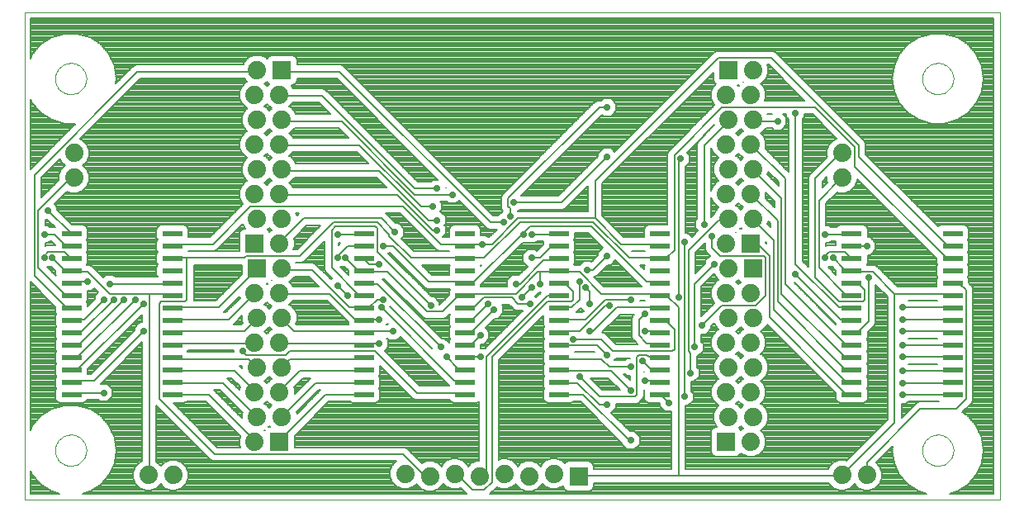
<source format=gtl>
G75*
G70*
%OFA0B0*%
%FSLAX24Y24*%
%IPPOS*%
%LPD*%
%AMOC8*
5,1,8,0,0,1.08239X$1,22.5*
%
%ADD10C,0.0000*%
%ADD11R,0.0740X0.0740*%
%ADD12C,0.0740*%
%ADD13R,0.0807X0.0236*%
%ADD14C,0.0080*%
%ADD15OC8,0.0240*%
D10*
X000190Y000180D02*
X039561Y000180D01*
X039561Y019865D01*
X000190Y019865D01*
X000190Y000180D01*
X001431Y002180D02*
X001433Y002230D01*
X001439Y002280D01*
X001449Y002329D01*
X001463Y002377D01*
X001480Y002424D01*
X001501Y002469D01*
X001526Y002513D01*
X001554Y002554D01*
X001586Y002593D01*
X001620Y002630D01*
X001657Y002664D01*
X001697Y002694D01*
X001739Y002721D01*
X001783Y002745D01*
X001829Y002766D01*
X001876Y002782D01*
X001924Y002795D01*
X001974Y002804D01*
X002023Y002809D01*
X002074Y002810D01*
X002124Y002807D01*
X002173Y002800D01*
X002222Y002789D01*
X002270Y002774D01*
X002316Y002756D01*
X002361Y002734D01*
X002404Y002708D01*
X002445Y002679D01*
X002484Y002647D01*
X002520Y002612D01*
X002552Y002574D01*
X002582Y002534D01*
X002609Y002491D01*
X002632Y002447D01*
X002651Y002401D01*
X002667Y002353D01*
X002679Y002304D01*
X002687Y002255D01*
X002691Y002205D01*
X002691Y002155D01*
X002687Y002105D01*
X002679Y002056D01*
X002667Y002007D01*
X002651Y001959D01*
X002632Y001913D01*
X002609Y001869D01*
X002582Y001826D01*
X002552Y001786D01*
X002520Y001748D01*
X002484Y001713D01*
X002445Y001681D01*
X002404Y001652D01*
X002361Y001626D01*
X002316Y001604D01*
X002270Y001586D01*
X002222Y001571D01*
X002173Y001560D01*
X002124Y001553D01*
X002074Y001550D01*
X002023Y001551D01*
X001974Y001556D01*
X001924Y001565D01*
X001876Y001578D01*
X001829Y001594D01*
X001783Y001615D01*
X001739Y001639D01*
X001697Y001666D01*
X001657Y001696D01*
X001620Y001730D01*
X001586Y001767D01*
X001554Y001806D01*
X001526Y001847D01*
X001501Y001891D01*
X001480Y001936D01*
X001463Y001983D01*
X001449Y002031D01*
X001439Y002080D01*
X001433Y002130D01*
X001431Y002180D01*
X001431Y017180D02*
X001433Y017230D01*
X001439Y017280D01*
X001449Y017329D01*
X001463Y017377D01*
X001480Y017424D01*
X001501Y017469D01*
X001526Y017513D01*
X001554Y017554D01*
X001586Y017593D01*
X001620Y017630D01*
X001657Y017664D01*
X001697Y017694D01*
X001739Y017721D01*
X001783Y017745D01*
X001829Y017766D01*
X001876Y017782D01*
X001924Y017795D01*
X001974Y017804D01*
X002023Y017809D01*
X002074Y017810D01*
X002124Y017807D01*
X002173Y017800D01*
X002222Y017789D01*
X002270Y017774D01*
X002316Y017756D01*
X002361Y017734D01*
X002404Y017708D01*
X002445Y017679D01*
X002484Y017647D01*
X002520Y017612D01*
X002552Y017574D01*
X002582Y017534D01*
X002609Y017491D01*
X002632Y017447D01*
X002651Y017401D01*
X002667Y017353D01*
X002679Y017304D01*
X002687Y017255D01*
X002691Y017205D01*
X002691Y017155D01*
X002687Y017105D01*
X002679Y017056D01*
X002667Y017007D01*
X002651Y016959D01*
X002632Y016913D01*
X002609Y016869D01*
X002582Y016826D01*
X002552Y016786D01*
X002520Y016748D01*
X002484Y016713D01*
X002445Y016681D01*
X002404Y016652D01*
X002361Y016626D01*
X002316Y016604D01*
X002270Y016586D01*
X002222Y016571D01*
X002173Y016560D01*
X002124Y016553D01*
X002074Y016550D01*
X002023Y016551D01*
X001974Y016556D01*
X001924Y016565D01*
X001876Y016578D01*
X001829Y016594D01*
X001783Y016615D01*
X001739Y016639D01*
X001697Y016666D01*
X001657Y016696D01*
X001620Y016730D01*
X001586Y016767D01*
X001554Y016806D01*
X001526Y016847D01*
X001501Y016891D01*
X001480Y016936D01*
X001463Y016983D01*
X001449Y017031D01*
X001439Y017080D01*
X001433Y017130D01*
X001431Y017180D01*
X036431Y017180D02*
X036433Y017230D01*
X036439Y017280D01*
X036449Y017329D01*
X036463Y017377D01*
X036480Y017424D01*
X036501Y017469D01*
X036526Y017513D01*
X036554Y017554D01*
X036586Y017593D01*
X036620Y017630D01*
X036657Y017664D01*
X036697Y017694D01*
X036739Y017721D01*
X036783Y017745D01*
X036829Y017766D01*
X036876Y017782D01*
X036924Y017795D01*
X036974Y017804D01*
X037023Y017809D01*
X037074Y017810D01*
X037124Y017807D01*
X037173Y017800D01*
X037222Y017789D01*
X037270Y017774D01*
X037316Y017756D01*
X037361Y017734D01*
X037404Y017708D01*
X037445Y017679D01*
X037484Y017647D01*
X037520Y017612D01*
X037552Y017574D01*
X037582Y017534D01*
X037609Y017491D01*
X037632Y017447D01*
X037651Y017401D01*
X037667Y017353D01*
X037679Y017304D01*
X037687Y017255D01*
X037691Y017205D01*
X037691Y017155D01*
X037687Y017105D01*
X037679Y017056D01*
X037667Y017007D01*
X037651Y016959D01*
X037632Y016913D01*
X037609Y016869D01*
X037582Y016826D01*
X037552Y016786D01*
X037520Y016748D01*
X037484Y016713D01*
X037445Y016681D01*
X037404Y016652D01*
X037361Y016626D01*
X037316Y016604D01*
X037270Y016586D01*
X037222Y016571D01*
X037173Y016560D01*
X037124Y016553D01*
X037074Y016550D01*
X037023Y016551D01*
X036974Y016556D01*
X036924Y016565D01*
X036876Y016578D01*
X036829Y016594D01*
X036783Y016615D01*
X036739Y016639D01*
X036697Y016666D01*
X036657Y016696D01*
X036620Y016730D01*
X036586Y016767D01*
X036554Y016806D01*
X036526Y016847D01*
X036501Y016891D01*
X036480Y016936D01*
X036463Y016983D01*
X036449Y017031D01*
X036439Y017080D01*
X036433Y017130D01*
X036431Y017180D01*
X036431Y002180D02*
X036433Y002230D01*
X036439Y002280D01*
X036449Y002329D01*
X036463Y002377D01*
X036480Y002424D01*
X036501Y002469D01*
X036526Y002513D01*
X036554Y002554D01*
X036586Y002593D01*
X036620Y002630D01*
X036657Y002664D01*
X036697Y002694D01*
X036739Y002721D01*
X036783Y002745D01*
X036829Y002766D01*
X036876Y002782D01*
X036924Y002795D01*
X036974Y002804D01*
X037023Y002809D01*
X037074Y002810D01*
X037124Y002807D01*
X037173Y002800D01*
X037222Y002789D01*
X037270Y002774D01*
X037316Y002756D01*
X037361Y002734D01*
X037404Y002708D01*
X037445Y002679D01*
X037484Y002647D01*
X037520Y002612D01*
X037552Y002574D01*
X037582Y002534D01*
X037609Y002491D01*
X037632Y002447D01*
X037651Y002401D01*
X037667Y002353D01*
X037679Y002304D01*
X037687Y002255D01*
X037691Y002205D01*
X037691Y002155D01*
X037687Y002105D01*
X037679Y002056D01*
X037667Y002007D01*
X037651Y001959D01*
X037632Y001913D01*
X037609Y001869D01*
X037582Y001826D01*
X037552Y001786D01*
X037520Y001748D01*
X037484Y001713D01*
X037445Y001681D01*
X037404Y001652D01*
X037361Y001626D01*
X037316Y001604D01*
X037270Y001586D01*
X037222Y001571D01*
X037173Y001560D01*
X037124Y001553D01*
X037074Y001550D01*
X037023Y001551D01*
X036974Y001556D01*
X036924Y001565D01*
X036876Y001578D01*
X036829Y001594D01*
X036783Y001615D01*
X036739Y001639D01*
X036697Y001666D01*
X036657Y001696D01*
X036620Y001730D01*
X036586Y001767D01*
X036554Y001806D01*
X036526Y001847D01*
X036501Y001891D01*
X036480Y001936D01*
X036463Y001983D01*
X036449Y002031D01*
X036439Y002080D01*
X036433Y002130D01*
X036431Y002180D01*
D11*
X028511Y002523D03*
X022561Y001130D03*
X010483Y002523D03*
X009583Y009523D03*
X009483Y010523D03*
X010583Y017523D03*
X028611Y017523D03*
X029511Y010523D03*
X029611Y009523D03*
D12*
X028611Y009523D03*
X028511Y010523D03*
X028611Y011523D03*
X029611Y011523D03*
X029511Y012523D03*
X028511Y012523D03*
X028611Y013523D03*
X029611Y013523D03*
X029511Y014523D03*
X028511Y014523D03*
X028611Y015523D03*
X029611Y015523D03*
X029511Y016523D03*
X028511Y016523D03*
X029611Y017523D03*
X033190Y014180D03*
X033190Y013180D03*
X029511Y008523D03*
X028511Y008523D03*
X028611Y007523D03*
X029611Y007523D03*
X029511Y006523D03*
X028511Y006523D03*
X028611Y005523D03*
X029611Y005523D03*
X029511Y004523D03*
X028511Y004523D03*
X028611Y003523D03*
X029611Y003523D03*
X029511Y002523D03*
X033190Y001180D03*
X034190Y001180D03*
X021561Y001230D03*
X020561Y001130D03*
X019561Y001230D03*
X018561Y001130D03*
X017561Y001230D03*
X016561Y001130D03*
X015561Y001230D03*
X010583Y003523D03*
X009583Y003523D03*
X009483Y004523D03*
X010483Y004523D03*
X010583Y005523D03*
X009583Y005523D03*
X009483Y006523D03*
X010483Y006523D03*
X010583Y007523D03*
X009583Y007523D03*
X009483Y008523D03*
X010483Y008523D03*
X010583Y009523D03*
X010483Y010523D03*
X010583Y011523D03*
X009583Y011523D03*
X009483Y012523D03*
X010483Y012523D03*
X010583Y013523D03*
X009583Y013523D03*
X009483Y014523D03*
X010483Y014523D03*
X010583Y015523D03*
X009583Y015523D03*
X009483Y016523D03*
X010483Y016523D03*
X009583Y017523D03*
X002190Y014180D03*
X002190Y013180D03*
X009483Y002523D03*
X006190Y001180D03*
X005190Y001180D03*
D13*
X006166Y004430D03*
X006166Y004930D03*
X006166Y005430D03*
X006166Y005930D03*
X006166Y006430D03*
X006166Y006930D03*
X006166Y007430D03*
X006166Y007930D03*
X006166Y008430D03*
X006166Y008930D03*
X006166Y009430D03*
X006166Y009930D03*
X006166Y010430D03*
X006166Y010930D03*
X002089Y010930D03*
X002089Y010430D03*
X002089Y009930D03*
X002089Y009430D03*
X002089Y008930D03*
X002089Y008430D03*
X002089Y007930D03*
X002089Y007430D03*
X002089Y006930D03*
X002089Y006430D03*
X002089Y005930D03*
X002089Y005430D03*
X002089Y004930D03*
X002089Y004430D03*
X013900Y004430D03*
X013900Y004930D03*
X013900Y005430D03*
X013900Y005930D03*
X013900Y006430D03*
X013900Y006930D03*
X013900Y007430D03*
X013900Y007930D03*
X013900Y008430D03*
X013900Y008930D03*
X013900Y009430D03*
X013900Y009930D03*
X013900Y010430D03*
X013900Y010930D03*
X017977Y010930D03*
X017977Y010430D03*
X017977Y009930D03*
X017977Y009430D03*
X017977Y008930D03*
X017977Y008430D03*
X017977Y007930D03*
X017977Y007430D03*
X017977Y006930D03*
X017977Y006430D03*
X017977Y005930D03*
X017977Y005430D03*
X017977Y004930D03*
X017977Y004430D03*
X021774Y004430D03*
X021774Y004930D03*
X021774Y005430D03*
X021774Y005930D03*
X021774Y006430D03*
X021774Y006930D03*
X021774Y007430D03*
X021774Y007930D03*
X021774Y008430D03*
X021774Y008930D03*
X021774Y009430D03*
X021774Y009930D03*
X021774Y010430D03*
X021774Y010930D03*
X025851Y010930D03*
X025851Y010430D03*
X025851Y009930D03*
X025851Y009430D03*
X025851Y008930D03*
X025851Y008430D03*
X025851Y007930D03*
X025851Y007430D03*
X025851Y006930D03*
X025851Y006430D03*
X025851Y005930D03*
X025851Y005430D03*
X025851Y004930D03*
X025851Y004430D03*
X033585Y004430D03*
X033585Y004930D03*
X033585Y005430D03*
X033585Y005930D03*
X033585Y006430D03*
X033585Y006930D03*
X033585Y007430D03*
X033585Y007930D03*
X033585Y008430D03*
X033585Y008930D03*
X033585Y009430D03*
X033585Y009930D03*
X033585Y010430D03*
X033585Y010930D03*
X037662Y010930D03*
X037662Y010430D03*
X037662Y009930D03*
X037662Y009430D03*
X037662Y008930D03*
X037662Y008430D03*
X037662Y007930D03*
X037662Y007430D03*
X037662Y006930D03*
X037662Y006430D03*
X037662Y005930D03*
X037662Y005430D03*
X037662Y004930D03*
X037662Y004430D03*
D14*
X037630Y004420D01*
X035630Y004420D01*
X035030Y004419D02*
X034229Y004419D01*
X034229Y004341D02*
X035030Y004341D01*
X035030Y004262D02*
X034228Y004262D01*
X034229Y004264D02*
X034229Y004596D01*
X034194Y004680D01*
X034229Y004764D01*
X034229Y005096D01*
X034194Y005180D01*
X034229Y005264D01*
X034229Y005596D01*
X034194Y005680D01*
X034229Y005764D01*
X034229Y006096D01*
X034194Y006180D01*
X034229Y006264D01*
X034229Y006596D01*
X034194Y006680D01*
X034229Y006764D01*
X034229Y006942D01*
X034429Y007143D01*
X034508Y007221D01*
X034550Y007324D01*
X035030Y007324D01*
X035030Y007402D02*
X034550Y007402D01*
X034550Y007324D02*
X034550Y008864D01*
X035030Y008384D01*
X035030Y003416D01*
X033377Y001763D01*
X033312Y001790D01*
X033069Y001790D01*
X032845Y001697D01*
X032673Y001526D01*
X032630Y001420D01*
X026870Y001420D01*
X026870Y003980D01*
X026980Y003980D01*
X027190Y004191D01*
X027190Y004489D01*
X027110Y004569D01*
X027110Y004940D01*
X027220Y004940D01*
X027430Y005151D01*
X027430Y005449D01*
X027350Y005529D01*
X027350Y005980D01*
X027380Y005980D01*
X027590Y006191D01*
X027590Y006489D01*
X027510Y006569D01*
X027510Y006860D01*
X027700Y006860D01*
X027910Y007071D01*
X027910Y007184D01*
X028038Y007311D01*
X028093Y007177D01*
X028212Y007059D01*
X028165Y007040D01*
X027993Y006868D01*
X027901Y006644D01*
X027901Y006401D01*
X027993Y006177D01*
X028165Y006005D01*
X028212Y005986D01*
X028093Y005868D01*
X028001Y005644D01*
X028001Y005401D01*
X028093Y005177D01*
X028212Y005059D01*
X028165Y005040D01*
X027993Y004868D01*
X027901Y004644D01*
X027901Y004401D01*
X027993Y004177D01*
X028165Y004005D01*
X028212Y003986D01*
X028093Y003868D01*
X028001Y003644D01*
X028001Y003401D01*
X028093Y003177D01*
X028138Y003133D01*
X028093Y003133D01*
X028005Y003096D01*
X027937Y003028D01*
X027901Y002940D01*
X027901Y002105D01*
X027937Y002017D01*
X028005Y001949D01*
X028093Y001913D01*
X028928Y001913D01*
X029017Y001949D01*
X029084Y002017D01*
X029104Y002066D01*
X029165Y002005D01*
X029389Y001913D01*
X029632Y001913D01*
X029856Y002005D01*
X030028Y002177D01*
X030121Y002401D01*
X030121Y002644D01*
X030028Y002868D01*
X029910Y002986D01*
X029956Y003005D01*
X030128Y003177D01*
X030221Y003401D01*
X030221Y003644D01*
X030128Y003868D01*
X029956Y004040D01*
X029910Y004059D01*
X030028Y004177D01*
X030121Y004401D01*
X030121Y004644D01*
X030028Y004868D01*
X029910Y004986D01*
X029956Y005005D01*
X030128Y005177D01*
X030221Y005401D01*
X030221Y005644D01*
X030128Y005868D01*
X029956Y006040D01*
X029910Y006059D01*
X030028Y006177D01*
X030121Y006401D01*
X030121Y006644D01*
X030028Y006868D01*
X029910Y006986D01*
X029956Y007005D01*
X030128Y007177D01*
X030160Y007255D01*
X032942Y004473D01*
X032942Y004264D01*
X032978Y004176D01*
X033046Y004108D01*
X033134Y004072D01*
X034037Y004072D01*
X034125Y004108D01*
X034192Y004176D01*
X034229Y004264D01*
X034196Y004184D02*
X035030Y004184D01*
X035030Y004105D02*
X034117Y004105D01*
X034229Y004498D02*
X035030Y004498D01*
X035030Y004576D02*
X034229Y004576D01*
X034205Y004655D02*
X035030Y004655D01*
X035030Y004733D02*
X034216Y004733D01*
X034229Y004812D02*
X035030Y004812D01*
X035030Y004890D02*
X034229Y004890D01*
X034229Y004969D02*
X035030Y004969D01*
X035030Y005047D02*
X034229Y005047D01*
X034217Y005126D02*
X035030Y005126D01*
X035030Y005204D02*
X034204Y005204D01*
X034229Y005283D02*
X035030Y005283D01*
X035030Y005361D02*
X034229Y005361D01*
X034229Y005440D02*
X035030Y005440D01*
X035030Y005518D02*
X034229Y005518D01*
X034229Y005597D02*
X035030Y005597D01*
X035030Y005675D02*
X034196Y005675D01*
X034225Y005754D02*
X035030Y005754D01*
X035030Y005832D02*
X034229Y005832D01*
X034229Y005911D02*
X035030Y005911D01*
X035030Y005989D02*
X034229Y005989D01*
X034229Y006068D02*
X035030Y006068D01*
X035030Y006146D02*
X034208Y006146D01*
X034213Y006225D02*
X035030Y006225D01*
X035030Y006303D02*
X034229Y006303D01*
X034229Y006382D02*
X035030Y006382D01*
X035030Y006460D02*
X034229Y006460D01*
X034229Y006539D02*
X035030Y006539D01*
X035030Y006617D02*
X034220Y006617D01*
X034201Y006696D02*
X035030Y006696D01*
X035030Y006774D02*
X034229Y006774D01*
X034229Y006853D02*
X035030Y006853D01*
X035030Y006931D02*
X034229Y006931D01*
X034296Y007010D02*
X035030Y007010D01*
X035030Y007088D02*
X034374Y007088D01*
X034453Y007167D02*
X035030Y007167D01*
X035030Y007245D02*
X034518Y007245D01*
X034550Y007481D02*
X035030Y007481D01*
X035030Y007559D02*
X034550Y007559D01*
X034550Y007638D02*
X035030Y007638D01*
X035030Y007716D02*
X034550Y007716D01*
X034550Y007795D02*
X035030Y007795D01*
X035030Y007873D02*
X034550Y007873D01*
X034550Y007952D02*
X035030Y007952D01*
X035030Y008030D02*
X034550Y008030D01*
X034550Y008109D02*
X035030Y008109D01*
X035030Y008187D02*
X034550Y008187D01*
X034550Y008266D02*
X035030Y008266D01*
X035030Y008344D02*
X034550Y008344D01*
X034550Y008423D02*
X034992Y008423D01*
X034913Y008501D02*
X034550Y008501D01*
X034550Y008580D02*
X034835Y008580D01*
X034756Y008658D02*
X034550Y008658D01*
X034550Y008737D02*
X034678Y008737D01*
X034599Y008815D02*
X034550Y008815D01*
X034110Y008660D02*
X033870Y008900D01*
X033630Y008900D01*
X033585Y008930D01*
X034110Y008660D02*
X034110Y008260D01*
X034030Y008180D01*
X033070Y008180D01*
X032110Y009140D01*
X032110Y013140D01*
X033150Y014180D01*
X033190Y014180D01*
X033710Y014420D02*
X032110Y016020D01*
X028350Y016020D01*
X026430Y014100D01*
X026430Y010260D01*
X026110Y009940D01*
X025870Y009940D01*
X025851Y009930D01*
X025790Y009940D01*
X024590Y009940D01*
X023150Y011380D01*
X020190Y011380D01*
X018750Y009940D01*
X018030Y009940D01*
X017977Y009930D01*
X017950Y009940D01*
X015790Y009940D01*
X014910Y010820D01*
X014910Y010900D01*
X014430Y011380D01*
X012670Y011380D01*
X011310Y010020D01*
X009150Y010020D01*
X009070Y009940D01*
X006750Y009940D01*
X006750Y008260D01*
X006670Y008180D01*
X005710Y008180D01*
X005630Y008100D01*
X005630Y004260D01*
X007870Y002020D01*
X015470Y002020D01*
X016350Y001140D01*
X016510Y001140D01*
X016561Y001130D01*
X016024Y000831D02*
X016043Y000784D01*
X016215Y000613D01*
X016439Y000520D01*
X016682Y000520D01*
X016906Y000613D01*
X017078Y000784D01*
X017097Y000831D01*
X017215Y000713D01*
X017439Y000620D01*
X017682Y000620D01*
X017790Y000665D01*
X018035Y000420D01*
X002531Y000420D01*
X002825Y000506D01*
X003266Y000789D01*
X003266Y000789D01*
X003266Y000789D01*
X003608Y001185D01*
X003826Y001662D01*
X003901Y002180D01*
X003826Y002698D01*
X003826Y002698D01*
X003608Y003175D01*
X003266Y003571D01*
X002825Y003854D01*
X002322Y004001D01*
X001799Y004001D01*
X001296Y003854D01*
X000856Y003571D01*
X000856Y003571D01*
X000856Y003571D01*
X000513Y003175D01*
X000513Y003175D01*
X000430Y002995D01*
X000430Y008984D01*
X000432Y008983D01*
X001446Y007969D01*
X001446Y007764D01*
X001481Y007680D01*
X001446Y007596D01*
X001446Y007264D01*
X001481Y007180D01*
X001446Y007096D01*
X001446Y006764D01*
X001481Y006680D01*
X001446Y006596D01*
X001446Y006264D01*
X001481Y006180D01*
X001446Y006096D01*
X001446Y005764D01*
X001481Y005680D01*
X001446Y005596D01*
X001446Y005264D01*
X001481Y005180D01*
X001446Y005096D01*
X001446Y004764D01*
X001481Y004680D01*
X001446Y004596D01*
X001446Y004264D01*
X001482Y004176D01*
X001550Y004108D01*
X001638Y004072D01*
X002541Y004072D01*
X002629Y004108D01*
X002696Y004176D01*
X002715Y004220D01*
X003161Y004220D01*
X003241Y004140D01*
X003540Y004140D01*
X003750Y004351D01*
X003750Y004649D01*
X003540Y004860D01*
X003266Y004860D01*
X004950Y006544D01*
X004950Y001741D01*
X004845Y001697D01*
X004673Y001526D01*
X004580Y001301D01*
X004580Y001059D01*
X004673Y000834D01*
X004845Y000663D01*
X005069Y000570D01*
X005312Y000570D01*
X005536Y000663D01*
X005690Y000817D01*
X005845Y000663D01*
X006069Y000570D01*
X006312Y000570D01*
X006536Y000663D01*
X006708Y000834D01*
X006800Y001059D01*
X006800Y001301D01*
X006708Y001526D01*
X006536Y001697D01*
X006312Y001790D01*
X006069Y001790D01*
X005845Y001697D01*
X005690Y001543D01*
X005536Y001697D01*
X005510Y001708D01*
X005510Y003984D01*
X007712Y001783D01*
X007815Y001740D01*
X015208Y001740D01*
X015043Y001576D01*
X014951Y001351D01*
X014951Y001109D01*
X015043Y000884D01*
X015215Y000713D01*
X015439Y000620D01*
X015682Y000620D01*
X015906Y000713D01*
X016024Y000831D01*
X016034Y000808D02*
X016001Y000808D01*
X015923Y000730D02*
X016098Y000730D01*
X016177Y000651D02*
X015757Y000651D01*
X015364Y000651D02*
X006507Y000651D01*
X006603Y000730D02*
X015198Y000730D01*
X015120Y000808D02*
X006681Y000808D01*
X006729Y000887D02*
X015043Y000887D01*
X015010Y000965D02*
X006762Y000965D01*
X006794Y001044D02*
X014978Y001044D01*
X014951Y001122D02*
X006800Y001122D01*
X006800Y001201D02*
X014951Y001201D01*
X014951Y001279D02*
X006800Y001279D01*
X006777Y001358D02*
X014953Y001358D01*
X014986Y001436D02*
X006745Y001436D01*
X006712Y001515D02*
X015018Y001515D01*
X015061Y001593D02*
X006640Y001593D01*
X006562Y001672D02*
X015139Y001672D01*
X015708Y002179D02*
X015629Y002257D01*
X015526Y002300D01*
X011093Y002300D01*
X011093Y002767D01*
X012466Y004140D01*
X013329Y004140D01*
X013361Y004108D01*
X013449Y004072D01*
X014352Y004072D01*
X014440Y004108D01*
X014507Y004176D01*
X014544Y004264D01*
X014544Y004596D01*
X014509Y004680D01*
X014544Y004764D01*
X014544Y005096D01*
X014509Y005180D01*
X014544Y005264D01*
X014544Y005591D01*
X015872Y004263D01*
X015975Y004220D01*
X017351Y004220D01*
X017370Y004176D01*
X017437Y004108D01*
X017525Y004072D01*
X018428Y004072D01*
X018516Y004108D01*
X018550Y004143D01*
X018550Y001740D01*
X018439Y001740D01*
X018215Y001647D01*
X018097Y001529D01*
X018078Y001576D01*
X017906Y001747D01*
X017682Y001840D01*
X017439Y001840D01*
X017215Y001747D01*
X017043Y001576D01*
X017024Y001529D01*
X016906Y001647D01*
X016682Y001740D01*
X016439Y001740D01*
X016232Y001654D01*
X015708Y002179D01*
X015744Y002143D02*
X018550Y002143D01*
X018550Y002221D02*
X015665Y002221D01*
X015527Y002300D02*
X018550Y002300D01*
X018550Y002378D02*
X011093Y002378D01*
X011093Y002457D02*
X018550Y002457D01*
X018550Y002535D02*
X011093Y002535D01*
X011093Y002614D02*
X018550Y002614D01*
X018550Y002692D02*
X011093Y002692D01*
X011097Y002771D02*
X018550Y002771D01*
X018550Y002849D02*
X011175Y002849D01*
X011254Y002928D02*
X018550Y002928D01*
X018550Y003006D02*
X011332Y003006D01*
X011411Y003085D02*
X018550Y003085D01*
X018550Y003163D02*
X011489Y003163D01*
X011568Y003242D02*
X018550Y003242D01*
X018550Y003320D02*
X011646Y003320D01*
X011725Y003399D02*
X018550Y003399D01*
X018550Y003477D02*
X011803Y003477D01*
X011882Y003556D02*
X018550Y003556D01*
X018550Y003634D02*
X011960Y003634D01*
X012039Y003713D02*
X018550Y003713D01*
X018550Y003791D02*
X012117Y003791D01*
X012196Y003870D02*
X018550Y003870D01*
X018550Y003948D02*
X012274Y003948D01*
X012353Y004027D02*
X018550Y004027D01*
X018550Y004105D02*
X018508Y004105D01*
X017977Y004430D02*
X017950Y004500D01*
X016030Y004500D01*
X014350Y006180D01*
X010910Y006180D01*
X010750Y006020D01*
X009150Y006020D01*
X008990Y006180D01*
X008630Y006146D02*
X006788Y006146D01*
X006791Y006140D02*
X006774Y006180D01*
X006791Y006220D01*
X008630Y006220D01*
X008630Y006140D01*
X006791Y006140D01*
X006166Y005930D02*
X006190Y005860D01*
X009230Y005860D01*
X009550Y005540D01*
X009583Y005523D01*
X008973Y005518D02*
X008928Y005518D01*
X008973Y005473D02*
X008866Y005580D01*
X008973Y005580D01*
X008973Y005473D01*
X008670Y005380D02*
X009470Y004580D01*
X009483Y004523D01*
X008913Y004741D02*
X008873Y004644D01*
X008873Y004613D01*
X008386Y005100D01*
X008555Y005100D01*
X008913Y004741D01*
X008910Y004733D02*
X008753Y004733D01*
X008675Y004812D02*
X008843Y004812D01*
X008764Y004890D02*
X008596Y004890D01*
X008518Y004969D02*
X008686Y004969D01*
X008607Y005047D02*
X008439Y005047D01*
X008190Y004900D02*
X009550Y003540D01*
X009583Y003523D01*
X010020Y003948D02*
X010146Y003948D01*
X010184Y003986D02*
X010083Y003885D01*
X009929Y004040D01*
X009882Y004059D01*
X009983Y004160D01*
X010137Y004005D01*
X010184Y003986D01*
X010116Y004027D02*
X009942Y004027D01*
X009928Y004105D02*
X010038Y004105D01*
X010483Y004523D02*
X010510Y004580D01*
X011310Y005380D01*
X013870Y005380D01*
X013900Y005430D01*
X013870Y005860D02*
X013900Y005930D01*
X013870Y005860D02*
X010910Y005860D01*
X010590Y005540D01*
X010583Y005523D01*
X010184Y005059D02*
X010137Y005040D01*
X009983Y004885D01*
X009882Y004986D01*
X009929Y005005D01*
X010083Y005160D01*
X010184Y005059D01*
X010155Y005047D02*
X009970Y005047D01*
X009900Y004969D02*
X010066Y004969D01*
X009988Y004890D02*
X009978Y004890D01*
X010049Y005126D02*
X010117Y005126D01*
X011057Y004731D02*
X011426Y005100D01*
X011755Y005100D01*
X011093Y004438D01*
X011093Y004644D01*
X011057Y004731D01*
X011059Y004733D02*
X011388Y004733D01*
X011466Y004812D02*
X011138Y004812D01*
X011216Y004890D02*
X011545Y004890D01*
X011623Y004969D02*
X011295Y004969D01*
X011373Y005047D02*
X011702Y005047D01*
X011950Y004900D02*
X010590Y003540D01*
X010583Y003523D01*
X011163Y003716D02*
X012066Y004620D01*
X012155Y004620D01*
X011189Y003654D01*
X011163Y003716D01*
X011165Y003713D02*
X011247Y003713D01*
X011237Y003791D02*
X011326Y003791D01*
X011316Y003870D02*
X011404Y003870D01*
X011394Y003948D02*
X011483Y003948D01*
X011473Y004027D02*
X011561Y004027D01*
X011551Y004105D02*
X011640Y004105D01*
X011630Y004184D02*
X011718Y004184D01*
X011708Y004262D02*
X011797Y004262D01*
X011787Y004341D02*
X011875Y004341D01*
X011865Y004419D02*
X011954Y004419D01*
X011944Y004498D02*
X012032Y004498D01*
X012022Y004576D02*
X012111Y004576D01*
X012350Y004420D02*
X010510Y002580D01*
X010483Y002523D01*
X009889Y002979D02*
X009882Y002986D01*
X009894Y002991D01*
X009889Y002979D01*
X010049Y003126D02*
X010083Y003160D01*
X010110Y003133D01*
X010065Y003133D01*
X010049Y003126D01*
X009470Y002580D02*
X009483Y002523D01*
X009470Y002580D02*
X007630Y004420D01*
X006190Y004420D01*
X006166Y004430D01*
X006215Y004072D02*
X006617Y004072D01*
X006705Y004108D01*
X006737Y004140D01*
X007515Y004140D01*
X008913Y002741D01*
X008873Y002644D01*
X008873Y002401D01*
X008915Y002300D01*
X007986Y002300D01*
X006215Y004072D01*
X006260Y004027D02*
X007628Y004027D01*
X007549Y004105D02*
X006697Y004105D01*
X006417Y003870D02*
X007785Y003870D01*
X007706Y003948D02*
X006338Y003948D01*
X006495Y003791D02*
X007863Y003791D01*
X007942Y003713D02*
X006574Y003713D01*
X006652Y003634D02*
X008020Y003634D01*
X008099Y003556D02*
X006731Y003556D01*
X006809Y003477D02*
X008177Y003477D01*
X008256Y003399D02*
X006888Y003399D01*
X006966Y003320D02*
X008334Y003320D01*
X008413Y003242D02*
X007045Y003242D01*
X007123Y003163D02*
X008491Y003163D01*
X008570Y003085D02*
X007202Y003085D01*
X007280Y003006D02*
X008648Y003006D01*
X008727Y002928D02*
X007359Y002928D01*
X007437Y002849D02*
X008805Y002849D01*
X008884Y002771D02*
X007516Y002771D01*
X007594Y002692D02*
X008893Y002692D01*
X008873Y002614D02*
X007673Y002614D01*
X007751Y002535D02*
X008873Y002535D01*
X008873Y002457D02*
X007830Y002457D01*
X007908Y002378D02*
X008883Y002378D01*
X007791Y001750D02*
X006408Y001750D01*
X005973Y001750D02*
X005510Y001750D01*
X005510Y001829D02*
X007666Y001829D01*
X007587Y001907D02*
X005510Y001907D01*
X005510Y001986D02*
X007509Y001986D01*
X007430Y002064D02*
X005510Y002064D01*
X005510Y002143D02*
X007352Y002143D01*
X007273Y002221D02*
X005510Y002221D01*
X005510Y002300D02*
X007195Y002300D01*
X007116Y002378D02*
X005510Y002378D01*
X005510Y002457D02*
X007038Y002457D01*
X006959Y002535D02*
X005510Y002535D01*
X005510Y002614D02*
X006881Y002614D01*
X006802Y002692D02*
X005510Y002692D01*
X005510Y002771D02*
X006724Y002771D01*
X006645Y002849D02*
X005510Y002849D01*
X005510Y002928D02*
X006567Y002928D01*
X006488Y003006D02*
X005510Y003006D01*
X005510Y003085D02*
X006410Y003085D01*
X006331Y003163D02*
X005510Y003163D01*
X005510Y003242D02*
X006253Y003242D01*
X006174Y003320D02*
X005510Y003320D01*
X005510Y003399D02*
X006096Y003399D01*
X006017Y003477D02*
X005510Y003477D01*
X005510Y003556D02*
X005939Y003556D01*
X005860Y003634D02*
X005510Y003634D01*
X005510Y003713D02*
X005782Y003713D01*
X005703Y003791D02*
X005510Y003791D01*
X005510Y003870D02*
X005625Y003870D01*
X005546Y003948D02*
X005510Y003948D01*
X004950Y003948D02*
X002504Y003948D01*
X002621Y004105D02*
X004950Y004105D01*
X004950Y004027D02*
X000430Y004027D01*
X000430Y004105D02*
X001558Y004105D01*
X001479Y004184D02*
X000430Y004184D01*
X000430Y004262D02*
X001447Y004262D01*
X001446Y004341D02*
X000430Y004341D01*
X000430Y004419D02*
X001446Y004419D01*
X001446Y004498D02*
X000430Y004498D01*
X000430Y004576D02*
X001446Y004576D01*
X001470Y004655D02*
X000430Y004655D01*
X000430Y004733D02*
X001459Y004733D01*
X001446Y004812D02*
X000430Y004812D01*
X000430Y004890D02*
X001446Y004890D01*
X001446Y004969D02*
X000430Y004969D01*
X000430Y005047D02*
X001446Y005047D01*
X001458Y005126D02*
X000430Y005126D01*
X000430Y005204D02*
X001471Y005204D01*
X001446Y005283D02*
X000430Y005283D01*
X000430Y005361D02*
X001446Y005361D01*
X001446Y005440D02*
X000430Y005440D01*
X000430Y005518D02*
X001446Y005518D01*
X001446Y005597D02*
X000430Y005597D01*
X000430Y005675D02*
X001479Y005675D01*
X001450Y005754D02*
X000430Y005754D01*
X000430Y005832D02*
X001446Y005832D01*
X001446Y005911D02*
X000430Y005911D01*
X000430Y005989D02*
X001446Y005989D01*
X001446Y006068D02*
X000430Y006068D01*
X000430Y006146D02*
X001467Y006146D01*
X001462Y006225D02*
X000430Y006225D01*
X000430Y006303D02*
X001446Y006303D01*
X001446Y006382D02*
X000430Y006382D01*
X000430Y006460D02*
X001446Y006460D01*
X001446Y006539D02*
X000430Y006539D01*
X000430Y006617D02*
X001455Y006617D01*
X001474Y006696D02*
X000430Y006696D01*
X000430Y006774D02*
X001446Y006774D01*
X001446Y006853D02*
X000430Y006853D01*
X000430Y006931D02*
X001446Y006931D01*
X001446Y007010D02*
X000430Y007010D01*
X000430Y007088D02*
X001446Y007088D01*
X001475Y007167D02*
X000430Y007167D01*
X000430Y007245D02*
X001454Y007245D01*
X001446Y007324D02*
X000430Y007324D01*
X000430Y007402D02*
X001446Y007402D01*
X001446Y007481D02*
X000430Y007481D01*
X000430Y007559D02*
X001446Y007559D01*
X001463Y007638D02*
X000430Y007638D01*
X000430Y007716D02*
X001466Y007716D01*
X001446Y007795D02*
X000430Y007795D01*
X000430Y007873D02*
X001446Y007873D01*
X001446Y007952D02*
X000430Y007952D01*
X000430Y008030D02*
X001384Y008030D01*
X001306Y008109D02*
X000430Y008109D01*
X000430Y008187D02*
X001227Y008187D01*
X001149Y008266D02*
X000430Y008266D01*
X000430Y008344D02*
X001070Y008344D01*
X000992Y008423D02*
X000430Y008423D01*
X000430Y008501D02*
X000913Y008501D01*
X000835Y008580D02*
X000430Y008580D01*
X000430Y008658D02*
X000756Y008658D01*
X000678Y008737D02*
X000430Y008737D01*
X000430Y008815D02*
X000599Y008815D01*
X000521Y008894D02*
X000430Y008894D01*
X000430Y008972D02*
X000442Y008972D01*
X000590Y009220D02*
X000590Y013300D01*
X004750Y017460D01*
X009550Y017460D01*
X009583Y017523D01*
X009023Y017764D02*
X003796Y017764D01*
X003826Y017698D02*
X003608Y018175D01*
X003266Y018571D01*
X002825Y018854D01*
X002322Y019001D01*
X001799Y019001D01*
X001296Y018854D01*
X000856Y018571D01*
X000856Y018571D01*
X000856Y018571D01*
X000513Y018175D01*
X000513Y018175D01*
X000430Y017995D01*
X000430Y019625D01*
X039321Y019625D01*
X039321Y000420D01*
X037531Y000420D01*
X037825Y000506D01*
X038266Y000789D01*
X038266Y000789D01*
X038266Y000789D01*
X038608Y001185D01*
X038826Y001662D01*
X038901Y002180D01*
X038826Y002698D01*
X038826Y002698D01*
X038608Y003175D01*
X038266Y003571D01*
X038041Y003715D01*
X038428Y004101D01*
X038470Y004204D01*
X038470Y008716D01*
X038428Y008819D01*
X038349Y008897D01*
X038305Y008941D01*
X038305Y009096D01*
X038270Y009180D01*
X038305Y009264D01*
X038305Y009596D01*
X038270Y009680D01*
X038305Y009764D01*
X038305Y010096D01*
X038270Y010180D01*
X038305Y010264D01*
X038305Y010596D01*
X038270Y010680D01*
X038305Y010764D01*
X038305Y011096D01*
X038269Y011184D01*
X038201Y011252D01*
X038113Y011288D01*
X037210Y011288D01*
X037122Y011252D01*
X037079Y011208D01*
X034150Y014136D01*
X034150Y014556D01*
X034108Y014659D01*
X030588Y018179D01*
X030509Y018257D01*
X030406Y018300D01*
X028135Y018300D01*
X028032Y018257D01*
X024007Y014233D01*
X023860Y014380D01*
X023561Y014380D01*
X023350Y014169D01*
X023350Y014056D01*
X021755Y012460D01*
X020226Y012460D01*
X023494Y015727D01*
X023561Y015660D01*
X023860Y015660D01*
X024070Y015871D01*
X024070Y016169D01*
X023860Y016380D01*
X023561Y016380D01*
X023481Y016300D01*
X023335Y016300D01*
X023232Y016257D01*
X023153Y016179D01*
X019473Y012499D01*
X019430Y012396D01*
X019430Y011964D01*
X019473Y011861D01*
X019498Y011837D01*
X019430Y011769D01*
X019430Y011740D01*
X019401Y011740D01*
X019321Y011660D01*
X019106Y011660D01*
X013148Y017619D01*
X013069Y017697D01*
X012966Y017740D01*
X011193Y017740D01*
X011193Y017940D01*
X011156Y018028D01*
X011089Y018096D01*
X011001Y018133D01*
X010165Y018133D01*
X010077Y018096D01*
X010010Y018028D01*
X009989Y017979D01*
X009929Y018040D01*
X009704Y018133D01*
X009462Y018133D01*
X009237Y018040D01*
X009066Y017868D01*
X009013Y017740D01*
X004695Y017740D01*
X004592Y017697D01*
X004513Y017619D01*
X003871Y016977D01*
X003901Y017180D01*
X003826Y017698D01*
X003828Y017686D02*
X004580Y017686D01*
X004502Y017607D02*
X003839Y017607D01*
X003850Y017529D02*
X004423Y017529D01*
X004345Y017450D02*
X003862Y017450D01*
X003873Y017372D02*
X004266Y017372D01*
X004188Y017293D02*
X003884Y017293D01*
X003896Y017215D02*
X004109Y017215D01*
X004031Y017136D02*
X003894Y017136D01*
X003883Y017058D02*
X003952Y017058D01*
X003874Y016979D02*
X003872Y016979D01*
X004352Y016665D02*
X008882Y016665D01*
X008873Y016644D02*
X008873Y016401D01*
X008966Y016177D01*
X009137Y016005D01*
X009184Y015986D01*
X009066Y015868D01*
X008973Y015644D01*
X008973Y015401D01*
X009066Y015177D01*
X009184Y015059D01*
X009137Y015040D01*
X008966Y014868D01*
X008873Y014644D01*
X008873Y014401D01*
X008966Y014177D01*
X009137Y014005D01*
X009184Y013986D01*
X009066Y013868D01*
X008973Y013644D01*
X008973Y013401D01*
X009066Y013177D01*
X009184Y013059D01*
X009137Y013040D01*
X008966Y012868D01*
X008873Y012644D01*
X008873Y012401D01*
X008966Y012177D01*
X009019Y012124D01*
X007675Y010780D01*
X006809Y010780D01*
X006809Y011096D01*
X006773Y011184D01*
X006705Y011252D01*
X006617Y011288D01*
X005714Y011288D01*
X005626Y011252D01*
X005559Y011184D01*
X005522Y011096D01*
X005522Y010764D01*
X005557Y010680D01*
X005522Y010596D01*
X005522Y010264D01*
X005557Y010180D01*
X005522Y010096D01*
X005522Y009764D01*
X005557Y009680D01*
X005522Y009596D01*
X005522Y009264D01*
X005557Y009180D01*
X003860Y009180D01*
X003780Y009260D01*
X003481Y009260D01*
X003374Y009153D01*
X002988Y009539D01*
X002909Y009617D01*
X002806Y009660D01*
X002706Y009660D01*
X002698Y009680D01*
X002733Y009764D01*
X002733Y010096D01*
X002698Y010180D01*
X002733Y010264D01*
X002733Y010596D01*
X002698Y010680D01*
X002733Y010764D01*
X002733Y011096D01*
X002696Y011184D01*
X002629Y011252D01*
X002541Y011288D01*
X002118Y011288D01*
X001510Y011896D01*
X001510Y012009D01*
X001403Y012117D01*
X001919Y012632D01*
X002069Y012570D01*
X002312Y012570D01*
X002536Y012663D01*
X002708Y012834D01*
X002800Y013059D01*
X002800Y013301D01*
X002708Y013526D01*
X002553Y013680D01*
X002708Y013834D01*
X002800Y014059D01*
X002800Y014301D01*
X002708Y014526D01*
X002536Y014697D01*
X002428Y014742D01*
X004866Y017180D01*
X009065Y017180D01*
X009066Y017177D01*
X009184Y017059D01*
X009137Y017040D01*
X008966Y016868D01*
X008873Y016644D01*
X008873Y016587D02*
X004273Y016587D01*
X004195Y016508D02*
X008873Y016508D01*
X008873Y016430D02*
X004116Y016430D01*
X004038Y016351D02*
X008894Y016351D01*
X008926Y016273D02*
X003959Y016273D01*
X003881Y016194D02*
X008959Y016194D01*
X009027Y016116D02*
X003802Y016116D01*
X003724Y016037D02*
X009106Y016037D01*
X009156Y015959D02*
X003645Y015959D01*
X003567Y015880D02*
X009078Y015880D01*
X009038Y015802D02*
X003488Y015802D01*
X003410Y015723D02*
X009006Y015723D01*
X008973Y015645D02*
X003331Y015645D01*
X003253Y015566D02*
X008973Y015566D01*
X008973Y015488D02*
X003174Y015488D01*
X003096Y015409D02*
X008973Y015409D01*
X009002Y015331D02*
X003017Y015331D01*
X002939Y015252D02*
X009035Y015252D01*
X009069Y015174D02*
X002860Y015174D01*
X002782Y015095D02*
X009148Y015095D01*
X009114Y015017D02*
X002703Y015017D01*
X002625Y014938D02*
X009036Y014938D01*
X008962Y014860D02*
X002546Y014860D01*
X002468Y014781D02*
X008930Y014781D01*
X008897Y014703D02*
X002523Y014703D01*
X002609Y014624D02*
X008873Y014624D01*
X008873Y014546D02*
X002688Y014546D01*
X002732Y014467D02*
X008873Y014467D01*
X008878Y014389D02*
X002764Y014389D01*
X002797Y014310D02*
X008911Y014310D01*
X008943Y014232D02*
X002800Y014232D01*
X002800Y014153D02*
X008990Y014153D01*
X009068Y014075D02*
X002800Y014075D01*
X002775Y013996D02*
X009160Y013996D01*
X009115Y013918D02*
X002742Y013918D01*
X002710Y013839D02*
X009054Y013839D01*
X009021Y013761D02*
X002634Y013761D01*
X002555Y013682D02*
X008989Y013682D01*
X008973Y013604D02*
X002630Y013604D01*
X002708Y013525D02*
X008973Y013525D01*
X008973Y013447D02*
X002740Y013447D01*
X002773Y013368D02*
X008987Y013368D01*
X009019Y013290D02*
X002800Y013290D01*
X002800Y013211D02*
X009052Y013211D01*
X009110Y013133D02*
X002800Y013133D01*
X002799Y013054D02*
X009172Y013054D01*
X009073Y012976D02*
X002766Y012976D01*
X002734Y012897D02*
X008995Y012897D01*
X008945Y012819D02*
X002692Y012819D01*
X002613Y012740D02*
X008913Y012740D01*
X008880Y012662D02*
X002533Y012662D01*
X002343Y012583D02*
X008873Y012583D01*
X008873Y012505D02*
X001791Y012505D01*
X001869Y012583D02*
X002038Y012583D01*
X001712Y012426D02*
X008873Y012426D01*
X008895Y012348D02*
X001634Y012348D01*
X001555Y012269D02*
X008928Y012269D01*
X008960Y012191D02*
X001477Y012191D01*
X001408Y012112D02*
X009007Y012112D01*
X008928Y012034D02*
X001486Y012034D01*
X001510Y011955D02*
X008850Y011955D01*
X008771Y011877D02*
X001530Y011877D01*
X001608Y011798D02*
X008693Y011798D01*
X008614Y011720D02*
X001687Y011720D01*
X001765Y011641D02*
X008536Y011641D01*
X008457Y011563D02*
X001844Y011563D01*
X001922Y011484D02*
X008379Y011484D01*
X008300Y011406D02*
X002001Y011406D01*
X002079Y011327D02*
X008222Y011327D01*
X008143Y011249D02*
X006708Y011249D01*
X006778Y011170D02*
X008065Y011170D01*
X007986Y011092D02*
X006809Y011092D01*
X006809Y011013D02*
X007908Y011013D01*
X007829Y010935D02*
X006809Y010935D01*
X006809Y010856D02*
X007751Y010856D01*
X007790Y010500D02*
X009310Y012020D01*
X015470Y012020D01*
X016990Y010500D01*
X017950Y010500D01*
X017977Y010430D01*
X018030Y010500D01*
X018670Y010500D01*
X019070Y010500D01*
X020110Y011540D01*
X023230Y011540D01*
X023230Y013060D01*
X028190Y018020D01*
X030350Y018020D01*
X033870Y014500D01*
X033870Y014020D01*
X037390Y010500D01*
X037630Y010500D01*
X037662Y010430D01*
X038305Y010464D02*
X039321Y010464D01*
X039321Y010542D02*
X038305Y010542D01*
X038295Y010621D02*
X039321Y010621D01*
X039321Y010699D02*
X038278Y010699D01*
X038305Y010778D02*
X039321Y010778D01*
X039321Y010856D02*
X038305Y010856D01*
X038305Y010935D02*
X039321Y010935D01*
X039321Y011013D02*
X038305Y011013D01*
X038305Y011092D02*
X039321Y011092D01*
X039321Y011170D02*
X038275Y011170D01*
X038204Y011249D02*
X039321Y011249D01*
X039321Y011327D02*
X036959Y011327D01*
X036881Y011406D02*
X039321Y011406D01*
X039321Y011484D02*
X036802Y011484D01*
X036724Y011563D02*
X039321Y011563D01*
X039321Y011641D02*
X036645Y011641D01*
X036567Y011720D02*
X039321Y011720D01*
X039321Y011798D02*
X036488Y011798D01*
X036410Y011877D02*
X039321Y011877D01*
X039321Y011955D02*
X036331Y011955D01*
X036253Y012034D02*
X039321Y012034D01*
X039321Y012112D02*
X036174Y012112D01*
X036096Y012191D02*
X039321Y012191D01*
X039321Y012269D02*
X036017Y012269D01*
X035939Y012348D02*
X039321Y012348D01*
X039321Y012426D02*
X035860Y012426D01*
X035782Y012505D02*
X039321Y012505D01*
X039321Y012583D02*
X035703Y012583D01*
X035625Y012662D02*
X039321Y012662D01*
X039321Y012740D02*
X035546Y012740D01*
X035468Y012819D02*
X039321Y012819D01*
X039321Y012897D02*
X035389Y012897D01*
X035311Y012976D02*
X039321Y012976D01*
X039321Y013054D02*
X035232Y013054D01*
X035154Y013133D02*
X039321Y013133D01*
X039321Y013211D02*
X035075Y013211D01*
X034997Y013290D02*
X039321Y013290D01*
X039321Y013368D02*
X034918Y013368D01*
X034840Y013447D02*
X039321Y013447D01*
X039321Y013525D02*
X034761Y013525D01*
X034683Y013604D02*
X039321Y013604D01*
X039321Y013682D02*
X034604Y013682D01*
X034526Y013761D02*
X039321Y013761D01*
X039321Y013839D02*
X034447Y013839D01*
X034369Y013918D02*
X039321Y013918D01*
X039321Y013996D02*
X034290Y013996D01*
X034212Y014075D02*
X039321Y014075D01*
X039321Y014153D02*
X034150Y014153D01*
X034150Y014232D02*
X039321Y014232D01*
X039321Y014310D02*
X034150Y014310D01*
X034150Y014389D02*
X039321Y014389D01*
X039321Y014467D02*
X034150Y014467D01*
X034150Y014546D02*
X039321Y014546D01*
X039321Y014624D02*
X034122Y014624D01*
X034064Y014703D02*
X039321Y014703D01*
X039321Y014781D02*
X033985Y014781D01*
X033907Y014860D02*
X039321Y014860D01*
X039321Y014938D02*
X033828Y014938D01*
X033750Y015017D02*
X039321Y015017D01*
X039321Y015095D02*
X033671Y015095D01*
X033593Y015174D02*
X039321Y015174D01*
X039321Y015252D02*
X033514Y015252D01*
X033436Y015331D02*
X039321Y015331D01*
X039321Y015409D02*
X037494Y015409D01*
X037322Y015359D02*
X037825Y015506D01*
X038266Y015789D01*
X038266Y015789D01*
X038266Y015789D01*
X038608Y016185D01*
X038826Y016662D01*
X038901Y017180D01*
X038826Y017698D01*
X038826Y017698D01*
X038608Y018175D01*
X038266Y018571D01*
X037825Y018854D01*
X037322Y019001D01*
X036799Y019001D01*
X036296Y018854D01*
X035856Y018571D01*
X035856Y018571D01*
X035856Y018571D01*
X035513Y018175D01*
X035513Y018175D01*
X035295Y017698D01*
X035221Y017180D01*
X035295Y016662D01*
X035295Y016662D01*
X035513Y016185D01*
X035856Y015789D01*
X036296Y015506D01*
X036799Y015359D01*
X037322Y015359D01*
X036799Y015359D02*
X036799Y015359D01*
X036627Y015409D02*
X033357Y015409D01*
X033279Y015488D02*
X036360Y015488D01*
X036203Y015566D02*
X033200Y015566D01*
X033122Y015645D02*
X036081Y015645D01*
X035959Y015723D02*
X033043Y015723D01*
X032965Y015802D02*
X035845Y015802D01*
X035856Y015789D02*
X035856Y015789D01*
X035777Y015880D02*
X032886Y015880D01*
X032808Y015959D02*
X035709Y015959D01*
X035641Y016037D02*
X032729Y016037D01*
X032651Y016116D02*
X035573Y016116D01*
X035513Y016185D02*
X035513Y016185D01*
X035509Y016194D02*
X032572Y016194D01*
X032494Y016273D02*
X035473Y016273D01*
X035437Y016351D02*
X032415Y016351D01*
X032337Y016430D02*
X035401Y016430D01*
X035365Y016508D02*
X032258Y016508D01*
X032180Y016587D02*
X035329Y016587D01*
X035295Y016665D02*
X032101Y016665D01*
X032023Y016744D02*
X035283Y016744D01*
X035272Y016822D02*
X031944Y016822D01*
X031866Y016901D02*
X035261Y016901D01*
X035249Y016979D02*
X031787Y016979D01*
X031709Y017058D02*
X035238Y017058D01*
X035227Y017136D02*
X031630Y017136D01*
X031552Y017215D02*
X035226Y017215D01*
X035221Y017180D02*
X035221Y017180D01*
X035237Y017293D02*
X031473Y017293D01*
X031395Y017372D02*
X035248Y017372D01*
X035259Y017450D02*
X031316Y017450D01*
X031238Y017529D02*
X035271Y017529D01*
X035282Y017607D02*
X031159Y017607D01*
X031081Y017686D02*
X035293Y017686D01*
X035295Y017698D02*
X035295Y017698D01*
X035325Y017764D02*
X031002Y017764D01*
X030924Y017843D02*
X035361Y017843D01*
X035397Y017921D02*
X030845Y017921D01*
X030767Y018000D02*
X035433Y018000D01*
X035468Y018078D02*
X030688Y018078D01*
X030610Y018157D02*
X035504Y018157D01*
X035565Y018235D02*
X030531Y018235D01*
X030235Y017740D02*
X030181Y017740D01*
X030221Y017644D01*
X030221Y017401D01*
X030128Y017177D01*
X029956Y017005D01*
X029910Y016986D01*
X030028Y016868D01*
X030121Y016644D01*
X030121Y016401D01*
X030079Y016300D01*
X031675Y016300D01*
X030235Y017740D01*
X030203Y017686D02*
X030289Y017686D01*
X030221Y017607D02*
X030367Y017607D01*
X030446Y017529D02*
X030221Y017529D01*
X030221Y017450D02*
X030524Y017450D01*
X030603Y017372D02*
X030208Y017372D01*
X030176Y017293D02*
X030681Y017293D01*
X030760Y017215D02*
X030143Y017215D01*
X030087Y017136D02*
X030838Y017136D01*
X030917Y017058D02*
X030008Y017058D01*
X029917Y016979D02*
X030995Y016979D01*
X031074Y016901D02*
X029995Y016901D01*
X030047Y016822D02*
X031152Y016822D01*
X031231Y016744D02*
X030079Y016744D01*
X030112Y016665D02*
X031309Y016665D01*
X031388Y016587D02*
X030121Y016587D01*
X030121Y016508D02*
X031466Y016508D01*
X031545Y016430D02*
X030121Y016430D01*
X030100Y016351D02*
X031623Y016351D01*
X031670Y015740D02*
X031995Y015740D01*
X032981Y014753D01*
X032845Y014697D01*
X032673Y014526D01*
X032580Y014301D01*
X032580Y014059D01*
X032596Y014021D01*
X031873Y013299D01*
X031830Y013196D01*
X031830Y009576D01*
X031590Y009816D01*
X031590Y015551D01*
X031670Y015631D01*
X031670Y015740D01*
X031670Y015723D02*
X032011Y015723D01*
X032090Y015645D02*
X031670Y015645D01*
X031606Y015566D02*
X032168Y015566D01*
X032247Y015488D02*
X031590Y015488D01*
X031590Y015409D02*
X032325Y015409D01*
X032404Y015331D02*
X031590Y015331D01*
X031590Y015252D02*
X032482Y015252D01*
X032561Y015174D02*
X031590Y015174D01*
X031590Y015095D02*
X032639Y015095D01*
X032718Y015017D02*
X031590Y015017D01*
X031590Y014938D02*
X032796Y014938D01*
X032875Y014860D02*
X031590Y014860D01*
X031590Y014781D02*
X032953Y014781D01*
X032858Y014703D02*
X031590Y014703D01*
X031590Y014624D02*
X032772Y014624D01*
X032693Y014546D02*
X031590Y014546D01*
X031590Y014467D02*
X032649Y014467D01*
X032617Y014389D02*
X031590Y014389D01*
X031590Y014310D02*
X032584Y014310D01*
X032580Y014232D02*
X031590Y014232D01*
X031590Y014153D02*
X032580Y014153D01*
X032580Y014075D02*
X031590Y014075D01*
X031590Y013996D02*
X032571Y013996D01*
X032492Y013918D02*
X031590Y013918D01*
X031590Y013839D02*
X032414Y013839D01*
X032335Y013761D02*
X031590Y013761D01*
X031590Y013682D02*
X032257Y013682D01*
X032178Y013604D02*
X031590Y013604D01*
X031590Y013525D02*
X032100Y013525D01*
X032021Y013447D02*
X031590Y013447D01*
X031590Y013368D02*
X031943Y013368D01*
X031869Y013290D02*
X031590Y013290D01*
X031590Y013211D02*
X031837Y013211D01*
X031830Y013133D02*
X031590Y013133D01*
X031590Y013054D02*
X031830Y013054D01*
X031830Y012976D02*
X031590Y012976D01*
X031590Y012897D02*
X031830Y012897D01*
X031830Y012819D02*
X031590Y012819D01*
X031590Y012740D02*
X031830Y012740D01*
X031830Y012662D02*
X031590Y012662D01*
X031590Y012583D02*
X031830Y012583D01*
X031830Y012505D02*
X031590Y012505D01*
X031590Y012426D02*
X031830Y012426D01*
X031830Y012348D02*
X031590Y012348D01*
X031590Y012269D02*
X031830Y012269D01*
X031830Y012191D02*
X031590Y012191D01*
X031590Y012112D02*
X031830Y012112D01*
X031830Y012034D02*
X031590Y012034D01*
X031590Y011955D02*
X031830Y011955D01*
X031830Y011877D02*
X031590Y011877D01*
X031590Y011798D02*
X031830Y011798D01*
X031830Y011720D02*
X031590Y011720D01*
X031590Y011641D02*
X031830Y011641D01*
X031830Y011563D02*
X031590Y011563D01*
X031590Y011484D02*
X031830Y011484D01*
X031830Y011406D02*
X031590Y011406D01*
X031590Y011327D02*
X031830Y011327D01*
X031830Y011249D02*
X031590Y011249D01*
X031590Y011170D02*
X031830Y011170D01*
X031830Y011092D02*
X031590Y011092D01*
X031590Y011013D02*
X031830Y011013D01*
X031830Y010935D02*
X031590Y010935D01*
X031590Y010856D02*
X031830Y010856D01*
X031830Y010778D02*
X031590Y010778D01*
X031590Y010699D02*
X031830Y010699D01*
X031830Y010621D02*
X031590Y010621D01*
X031590Y010542D02*
X031830Y010542D01*
X031830Y010464D02*
X031590Y010464D01*
X031590Y010385D02*
X031830Y010385D01*
X031830Y010307D02*
X031590Y010307D01*
X031590Y010228D02*
X031830Y010228D01*
X031830Y010150D02*
X031590Y010150D01*
X031590Y010071D02*
X031830Y010071D01*
X031830Y009993D02*
X031590Y009993D01*
X031590Y009914D02*
X031830Y009914D01*
X031830Y009836D02*
X031590Y009836D01*
X031649Y009757D02*
X031830Y009757D01*
X031830Y009679D02*
X031728Y009679D01*
X031806Y009600D02*
X031830Y009600D01*
X032270Y009540D02*
X032270Y012260D01*
X033150Y013140D01*
X033190Y013180D01*
X033766Y012976D02*
X033959Y012976D01*
X033880Y013054D02*
X033799Y013054D01*
X033800Y013059D02*
X033800Y013134D01*
X037018Y009916D01*
X037018Y009764D01*
X037053Y009680D01*
X037018Y009596D01*
X037018Y009264D01*
X037053Y009180D01*
X037018Y009096D01*
X037018Y008780D01*
X035426Y008780D01*
X034668Y009539D01*
X034589Y009617D01*
X034486Y009660D01*
X034202Y009660D01*
X034194Y009680D01*
X034229Y009764D01*
X034229Y010060D01*
X034340Y010060D01*
X034550Y010271D01*
X034550Y010569D01*
X034340Y010780D01*
X034229Y010780D01*
X034229Y011096D01*
X034192Y011184D01*
X034125Y011252D01*
X034037Y011288D01*
X033134Y011288D01*
X033046Y011252D01*
X032978Y011184D01*
X032977Y011180D01*
X032740Y011180D01*
X032660Y011260D01*
X032550Y011260D01*
X032550Y012144D01*
X033004Y012597D01*
X033069Y012570D01*
X033312Y012570D01*
X033536Y012663D01*
X033708Y012834D01*
X033800Y013059D01*
X033800Y013133D02*
X033802Y013133D01*
X033734Y012897D02*
X034037Y012897D01*
X034116Y012819D02*
X033692Y012819D01*
X033613Y012740D02*
X034194Y012740D01*
X034273Y012662D02*
X033533Y012662D01*
X033343Y012583D02*
X034351Y012583D01*
X034430Y012505D02*
X032911Y012505D01*
X032989Y012583D02*
X033038Y012583D01*
X032832Y012426D02*
X034508Y012426D01*
X034587Y012348D02*
X032754Y012348D01*
X032675Y012269D02*
X034665Y012269D01*
X034744Y012191D02*
X032597Y012191D01*
X032550Y012112D02*
X034822Y012112D01*
X034901Y012034D02*
X032550Y012034D01*
X032550Y011955D02*
X034979Y011955D01*
X035058Y011877D02*
X032550Y011877D01*
X032550Y011798D02*
X035136Y011798D01*
X035215Y011720D02*
X032550Y011720D01*
X032550Y011641D02*
X035293Y011641D01*
X035372Y011563D02*
X032550Y011563D01*
X032550Y011484D02*
X035450Y011484D01*
X035529Y011406D02*
X032550Y011406D01*
X032550Y011327D02*
X035607Y011327D01*
X035686Y011249D02*
X034128Y011249D01*
X034198Y011170D02*
X035764Y011170D01*
X035843Y011092D02*
X034229Y011092D01*
X034229Y011013D02*
X035921Y011013D01*
X036000Y010935D02*
X034229Y010935D01*
X034229Y010856D02*
X036078Y010856D01*
X036157Y010778D02*
X034342Y010778D01*
X034421Y010699D02*
X036235Y010699D01*
X036314Y010621D02*
X034499Y010621D01*
X034550Y010542D02*
X036392Y010542D01*
X036471Y010464D02*
X034550Y010464D01*
X034550Y010385D02*
X036549Y010385D01*
X036628Y010307D02*
X034550Y010307D01*
X034508Y010228D02*
X036706Y010228D01*
X036785Y010150D02*
X034429Y010150D01*
X034351Y010071D02*
X036863Y010071D01*
X036942Y009993D02*
X034229Y009993D01*
X034229Y009914D02*
X037018Y009914D01*
X037018Y009836D02*
X034229Y009836D01*
X034226Y009757D02*
X037021Y009757D01*
X037052Y009679D02*
X034195Y009679D01*
X034606Y009600D02*
X037020Y009600D01*
X037018Y009522D02*
X034685Y009522D01*
X034763Y009443D02*
X037018Y009443D01*
X037018Y009365D02*
X034842Y009365D01*
X034920Y009286D02*
X037018Y009286D01*
X037042Y009208D02*
X034999Y009208D01*
X035077Y009129D02*
X037032Y009129D01*
X037018Y009051D02*
X035156Y009051D01*
X035234Y008972D02*
X037018Y008972D01*
X037018Y008894D02*
X035313Y008894D01*
X035391Y008815D02*
X037018Y008815D01*
X037662Y008930D02*
X037710Y008900D01*
X037950Y008900D01*
X038190Y008660D01*
X038190Y004260D01*
X037790Y003860D01*
X036350Y003860D01*
X034190Y001700D01*
X034190Y001220D01*
X034190Y001180D01*
X034762Y000965D02*
X035703Y000965D01*
X035635Y001044D02*
X034794Y001044D01*
X034800Y001059D02*
X034800Y001301D01*
X034708Y001526D01*
X034560Y001673D01*
X035246Y002360D01*
X035221Y002180D01*
X035295Y001662D01*
X035295Y001662D01*
X035513Y001185D01*
X035856Y000789D01*
X036296Y000506D01*
X036590Y000420D01*
X018986Y000420D01*
X018988Y000421D01*
X019260Y000694D01*
X019439Y000620D01*
X019682Y000620D01*
X019906Y000713D01*
X020024Y000831D01*
X020043Y000784D01*
X020215Y000613D01*
X020439Y000520D01*
X020682Y000520D01*
X020906Y000613D01*
X021078Y000784D01*
X021097Y000831D01*
X021215Y000713D01*
X021439Y000620D01*
X021682Y000620D01*
X021906Y000713D01*
X021951Y000757D01*
X021951Y000712D01*
X021987Y000624D01*
X022055Y000557D01*
X022143Y000520D01*
X022978Y000520D01*
X023067Y000557D01*
X023134Y000624D01*
X023171Y000712D01*
X023171Y000860D01*
X032663Y000860D01*
X032673Y000834D01*
X032845Y000663D01*
X033069Y000570D01*
X033312Y000570D01*
X033536Y000663D01*
X033690Y000817D01*
X033845Y000663D01*
X034069Y000570D01*
X034312Y000570D01*
X034536Y000663D01*
X034708Y000834D01*
X034800Y001059D01*
X034800Y001122D02*
X035567Y001122D01*
X035513Y001185D02*
X035513Y001185D01*
X035506Y001201D02*
X034800Y001201D01*
X034800Y001279D02*
X035470Y001279D01*
X035434Y001358D02*
X034777Y001358D01*
X034745Y001436D02*
X035398Y001436D01*
X035362Y001515D02*
X034712Y001515D01*
X034640Y001593D02*
X035326Y001593D01*
X035294Y001672D02*
X034562Y001672D01*
X034636Y001750D02*
X035282Y001750D01*
X035271Y001829D02*
X034715Y001829D01*
X034793Y001907D02*
X035260Y001907D01*
X035249Y001986D02*
X034872Y001986D01*
X034950Y002064D02*
X035237Y002064D01*
X035226Y002143D02*
X035029Y002143D01*
X035107Y002221D02*
X035226Y002221D01*
X035221Y002180D02*
X035221Y002180D01*
X035238Y002300D02*
X035186Y002300D01*
X034385Y002771D02*
X030068Y002771D01*
X030036Y002849D02*
X034464Y002849D01*
X034542Y002928D02*
X029968Y002928D01*
X029957Y003006D02*
X034621Y003006D01*
X034699Y003085D02*
X030035Y003085D01*
X030114Y003163D02*
X034778Y003163D01*
X034856Y003242D02*
X030154Y003242D01*
X030187Y003320D02*
X034935Y003320D01*
X035013Y003399D02*
X030219Y003399D01*
X030221Y003477D02*
X035030Y003477D01*
X035030Y003556D02*
X030221Y003556D01*
X030221Y003634D02*
X035030Y003634D01*
X035030Y003713D02*
X030192Y003713D01*
X030160Y003791D02*
X035030Y003791D01*
X035030Y003870D02*
X030126Y003870D01*
X030048Y003948D02*
X035030Y003948D01*
X035030Y004027D02*
X029969Y004027D01*
X029956Y004105D02*
X033054Y004105D01*
X032975Y004184D02*
X030030Y004184D01*
X030063Y004262D02*
X032943Y004262D01*
X032942Y004341D02*
X030095Y004341D01*
X030121Y004419D02*
X032942Y004419D01*
X032917Y004498D02*
X030121Y004498D01*
X030121Y004576D02*
X032838Y004576D01*
X032760Y004655D02*
X030116Y004655D01*
X030084Y004733D02*
X032681Y004733D01*
X032603Y004812D02*
X030051Y004812D01*
X030006Y004890D02*
X032524Y004890D01*
X032446Y004969D02*
X029927Y004969D01*
X029998Y005047D02*
X032367Y005047D01*
X032289Y005126D02*
X030076Y005126D01*
X030139Y005204D02*
X032210Y005204D01*
X032132Y005283D02*
X030171Y005283D01*
X030204Y005361D02*
X032053Y005361D01*
X031975Y005440D02*
X030221Y005440D01*
X030221Y005518D02*
X031896Y005518D01*
X031818Y005597D02*
X030221Y005597D01*
X030208Y005675D02*
X031739Y005675D01*
X031661Y005754D02*
X030175Y005754D01*
X030143Y005832D02*
X031582Y005832D01*
X031504Y005911D02*
X030085Y005911D01*
X030007Y005989D02*
X031425Y005989D01*
X031347Y006068D02*
X029918Y006068D01*
X029997Y006146D02*
X031268Y006146D01*
X031190Y006225D02*
X030047Y006225D01*
X030080Y006303D02*
X031111Y006303D01*
X031033Y006382D02*
X030112Y006382D01*
X030121Y006460D02*
X030954Y006460D01*
X030876Y006539D02*
X030121Y006539D01*
X030121Y006617D02*
X030797Y006617D01*
X030719Y006696D02*
X030099Y006696D01*
X030067Y006774D02*
X030640Y006774D01*
X030562Y006853D02*
X030034Y006853D01*
X029965Y006931D02*
X030483Y006931D01*
X030405Y007010D02*
X029960Y007010D01*
X030039Y007088D02*
X030326Y007088D01*
X030248Y007167D02*
X030117Y007167D01*
X030156Y007245D02*
X030169Y007245D01*
X030270Y007540D02*
X030270Y010020D01*
X029790Y010500D01*
X029550Y010500D01*
X029511Y010523D01*
X030121Y010566D02*
X030121Y010574D01*
X030150Y010544D01*
X030150Y010536D01*
X030121Y010566D01*
X030144Y010542D02*
X030150Y010542D01*
X030430Y010660D02*
X029630Y011460D01*
X029611Y011523D01*
X030181Y011306D02*
X030221Y011401D01*
X030221Y011434D01*
X030310Y011344D01*
X030310Y011176D01*
X030181Y011306D01*
X030190Y011327D02*
X030310Y011327D01*
X030310Y011249D02*
X030238Y011249D01*
X030221Y011406D02*
X030249Y011406D01*
X030590Y011460D02*
X029550Y012500D01*
X029511Y012523D01*
X030121Y012505D02*
X030190Y012505D01*
X030121Y012574D02*
X030470Y012224D01*
X030470Y011976D01*
X030099Y012348D01*
X030347Y012348D01*
X030268Y012426D02*
X030121Y012426D01*
X030121Y012401D02*
X030099Y012348D01*
X030121Y012401D02*
X030121Y012574D01*
X030177Y012269D02*
X030425Y012269D01*
X030470Y012191D02*
X030256Y012191D01*
X030334Y012112D02*
X030470Y012112D01*
X030470Y012034D02*
X030413Y012034D01*
X030750Y012340D02*
X029630Y013460D01*
X029611Y013523D01*
X030181Y013306D02*
X030221Y013401D01*
X030221Y013434D01*
X030630Y013024D01*
X030630Y012856D01*
X030181Y013306D01*
X030197Y013290D02*
X030365Y013290D01*
X030286Y013368D02*
X030207Y013368D01*
X030275Y013211D02*
X030443Y013211D01*
X030522Y013133D02*
X030354Y013133D01*
X030432Y013054D02*
X030600Y013054D01*
X030630Y012976D02*
X030511Y012976D01*
X030589Y012897D02*
X030630Y012897D01*
X030910Y013140D02*
X029550Y014500D01*
X029511Y014523D01*
X030121Y014546D02*
X031030Y014546D01*
X031030Y014624D02*
X030121Y014624D01*
X030121Y014644D02*
X030121Y014401D01*
X030099Y014348D01*
X031030Y013416D01*
X031030Y015551D01*
X030950Y015631D01*
X030950Y015740D01*
X030820Y015740D01*
X030950Y015609D01*
X030950Y015311D01*
X030740Y015100D01*
X030441Y015100D01*
X030361Y015180D01*
X030129Y015180D01*
X030128Y015177D01*
X029956Y015005D01*
X029910Y014986D01*
X030028Y014868D01*
X030121Y014644D01*
X030096Y014703D02*
X031030Y014703D01*
X031030Y014781D02*
X030064Y014781D01*
X030031Y014860D02*
X031030Y014860D01*
X031030Y014938D02*
X029958Y014938D01*
X029967Y015017D02*
X031030Y015017D01*
X031030Y015095D02*
X030046Y015095D01*
X030124Y015174D02*
X030368Y015174D01*
X030813Y015174D02*
X031030Y015174D01*
X031030Y015252D02*
X030892Y015252D01*
X030950Y015331D02*
X031030Y015331D01*
X031030Y015409D02*
X030950Y015409D01*
X030950Y015488D02*
X031030Y015488D01*
X031015Y015566D02*
X030950Y015566D01*
X030950Y015645D02*
X030915Y015645D01*
X030950Y015723D02*
X030837Y015723D01*
X030590Y015460D02*
X029630Y015460D01*
X029611Y015523D01*
X030181Y015740D02*
X030361Y015740D01*
X030361Y015740D01*
X030181Y015740D01*
X030181Y015740D01*
X031310Y015780D02*
X031310Y009700D01*
X033070Y007940D01*
X033550Y007940D01*
X033585Y007930D01*
X033550Y007460D02*
X033150Y007460D01*
X031310Y009300D01*
X031275Y008940D02*
X032942Y007273D01*
X032942Y007265D01*
X031266Y008940D01*
X031275Y008940D01*
X031313Y008894D02*
X031321Y008894D01*
X031391Y008815D02*
X031399Y008815D01*
X031470Y008737D02*
X031478Y008737D01*
X031548Y008658D02*
X031556Y008658D01*
X031627Y008580D02*
X031635Y008580D01*
X031705Y008501D02*
X031713Y008501D01*
X031784Y008423D02*
X031792Y008423D01*
X031862Y008344D02*
X031870Y008344D01*
X031941Y008266D02*
X031949Y008266D01*
X032019Y008187D02*
X032027Y008187D01*
X032098Y008109D02*
X032106Y008109D01*
X032176Y008030D02*
X032184Y008030D01*
X032255Y007952D02*
X032263Y007952D01*
X032333Y007873D02*
X032341Y007873D01*
X032412Y007795D02*
X032420Y007795D01*
X032490Y007716D02*
X032498Y007716D01*
X032569Y007638D02*
X032577Y007638D01*
X032647Y007559D02*
X032655Y007559D01*
X032726Y007481D02*
X032734Y007481D01*
X032804Y007402D02*
X032812Y007402D01*
X032883Y007324D02*
X032891Y007324D01*
X033550Y007460D02*
X033585Y007430D01*
X033870Y006980D02*
X034270Y007380D01*
X034270Y009140D01*
X034430Y009380D02*
X033630Y009380D01*
X033585Y009430D01*
X033550Y009460D01*
X033310Y009460D01*
X032830Y009940D01*
X032670Y010180D02*
X033310Y010180D01*
X033550Y009940D01*
X033585Y009930D01*
X033630Y010420D02*
X033585Y010430D01*
X033630Y010420D02*
X034190Y010420D01*
X033585Y010930D02*
X033550Y010900D01*
X032510Y010900D01*
X032740Y010620D02*
X032952Y010620D01*
X032942Y010596D01*
X032942Y010460D01*
X032615Y010460D01*
X032550Y010433D01*
X032550Y010540D01*
X032660Y010540D01*
X032740Y010620D01*
X032662Y010542D02*
X032942Y010542D01*
X032942Y010464D02*
X032550Y010464D01*
X032670Y010180D02*
X032510Y010020D01*
X032510Y009940D01*
X032626Y009580D02*
X032660Y009580D01*
X032670Y009591D01*
X032681Y009580D01*
X032795Y009580D01*
X032942Y009433D01*
X032942Y009265D01*
X032626Y009580D01*
X032685Y009522D02*
X032853Y009522D01*
X032931Y009443D02*
X032763Y009443D01*
X032842Y009365D02*
X032942Y009365D01*
X032942Y009286D02*
X032920Y009286D01*
X032270Y009540D02*
X033310Y008500D01*
X033550Y008500D01*
X033585Y008430D01*
X034430Y009380D02*
X035310Y008500D01*
X035310Y003300D01*
X033230Y001220D01*
X033190Y001180D01*
X033150Y001140D01*
X026590Y001140D01*
X026590Y007940D01*
X026110Y008420D01*
X025870Y008420D01*
X025851Y008430D01*
X025790Y008500D01*
X023470Y008500D01*
X022590Y009380D01*
X021790Y009380D01*
X021774Y009430D01*
X021710Y009380D01*
X020990Y009380D01*
X020990Y008900D01*
X020670Y008740D02*
X020270Y008340D01*
X020030Y008500D02*
X020910Y009380D01*
X020990Y009380D01*
X020498Y009603D02*
X020155Y009260D01*
X019881Y009260D01*
X019670Y009049D01*
X019670Y008780D01*
X018620Y008780D01*
X018620Y008854D01*
X020306Y010540D01*
X020500Y010540D01*
X020510Y010551D01*
X020521Y010540D01*
X020820Y010540D01*
X020900Y010620D01*
X021141Y010620D01*
X021131Y010596D01*
X021131Y010476D01*
X020887Y010233D01*
X020820Y010300D01*
X020521Y010300D01*
X020310Y010089D01*
X020310Y009791D01*
X020498Y009603D01*
X020495Y009600D02*
X019366Y009600D01*
X019288Y009522D02*
X020416Y009522D01*
X020338Y009443D02*
X019209Y009443D01*
X019131Y009365D02*
X020259Y009365D01*
X020181Y009286D02*
X019052Y009286D01*
X018974Y009208D02*
X019829Y009208D01*
X019750Y009129D02*
X018895Y009129D01*
X018817Y009051D02*
X019672Y009051D01*
X019670Y008972D02*
X018738Y008972D01*
X018660Y008894D02*
X019670Y008894D01*
X019670Y008815D02*
X018620Y008815D01*
X018350Y008980D02*
X018030Y008980D01*
X017977Y008930D01*
X017950Y008980D01*
X016510Y008980D01*
X015070Y010420D01*
X014670Y010420D01*
X014430Y010180D02*
X016590Y008020D01*
X016854Y008266D02*
X017160Y008266D01*
X017239Y008344D02*
X016776Y008344D01*
X016740Y008380D02*
X016626Y008380D01*
X014883Y010123D01*
X014900Y010140D01*
X014955Y010140D01*
X016273Y008821D01*
X016352Y008743D01*
X016455Y008700D01*
X017360Y008700D01*
X017368Y008680D01*
X017333Y008596D01*
X017333Y008439D01*
X016955Y008060D01*
X016950Y008060D01*
X016950Y008169D01*
X016740Y008380D01*
X016584Y008423D02*
X017317Y008423D01*
X017333Y008501D02*
X016505Y008501D01*
X016427Y008580D02*
X017333Y008580D01*
X017359Y008658D02*
X016348Y008658D01*
X016367Y008737D02*
X016270Y008737D01*
X016279Y008815D02*
X016191Y008815D01*
X016201Y008894D02*
X016113Y008894D01*
X016122Y008972D02*
X016034Y008972D01*
X016044Y009051D02*
X015956Y009051D01*
X015965Y009129D02*
X015877Y009129D01*
X015887Y009208D02*
X015799Y009208D01*
X015808Y009286D02*
X015720Y009286D01*
X015730Y009365D02*
X015642Y009365D01*
X015651Y009443D02*
X015563Y009443D01*
X015573Y009522D02*
X015485Y009522D01*
X015494Y009600D02*
X015406Y009600D01*
X015416Y009679D02*
X015328Y009679D01*
X015337Y009757D02*
X015249Y009757D01*
X015259Y009836D02*
X015171Y009836D01*
X015180Y009914D02*
X015092Y009914D01*
X015102Y009993D02*
X015014Y009993D01*
X015023Y010071D02*
X014935Y010071D01*
X014430Y010180D02*
X014430Y011140D01*
X014350Y011220D01*
X012750Y011220D01*
X012590Y011060D01*
X012590Y009540D01*
X013630Y008500D01*
X013870Y008500D01*
X013900Y008430D01*
X013230Y008420D02*
X012830Y008820D01*
X012574Y009073D02*
X011949Y009697D01*
X011846Y009740D01*
X011735Y009740D01*
X011153Y009740D01*
X011366Y009740D01*
X011469Y009783D01*
X012310Y010624D01*
X012310Y009484D01*
X012353Y009381D01*
X012432Y009303D01*
X012618Y009117D01*
X012574Y009073D01*
X012605Y009129D02*
X012517Y009129D01*
X012527Y009208D02*
X012439Y009208D01*
X012448Y009286D02*
X012360Y009286D01*
X012370Y009365D02*
X012282Y009365D01*
X012328Y009443D02*
X012203Y009443D01*
X012125Y009522D02*
X012310Y009522D01*
X012310Y009600D02*
X012046Y009600D01*
X011968Y009679D02*
X012310Y009679D01*
X012310Y009757D02*
X011407Y009757D01*
X011522Y009836D02*
X012310Y009836D01*
X012310Y009914D02*
X011600Y009914D01*
X011679Y009993D02*
X012310Y009993D01*
X012310Y010071D02*
X011757Y010071D01*
X011836Y010150D02*
X012310Y010150D01*
X012310Y010228D02*
X011914Y010228D01*
X011993Y010307D02*
X012310Y010307D01*
X012310Y010385D02*
X012071Y010385D01*
X012150Y010464D02*
X012310Y010464D01*
X012310Y010542D02*
X012228Y010542D01*
X012307Y010621D02*
X012310Y010621D01*
X011672Y010778D02*
X011104Y010778D01*
X011057Y010731D02*
X011586Y011260D01*
X012155Y011260D01*
X011195Y010300D01*
X011051Y010300D01*
X011093Y010401D01*
X011093Y010644D01*
X011057Y010731D01*
X011070Y010699D02*
X011594Y010699D01*
X011515Y010621D02*
X011093Y010621D01*
X011093Y010542D02*
X011437Y010542D01*
X011358Y010464D02*
X011093Y010464D01*
X011086Y010385D02*
X011280Y010385D01*
X011201Y010307D02*
X011054Y010307D01*
X010510Y010580D02*
X010483Y010523D01*
X010510Y010580D02*
X011470Y011540D01*
X014590Y011540D01*
X015150Y010980D01*
X015403Y010723D02*
X015510Y010831D01*
X015510Y011129D01*
X015300Y011340D01*
X015186Y011340D01*
X014828Y011699D01*
X014786Y011740D01*
X015355Y011740D01*
X016753Y010341D01*
X016832Y010263D01*
X016935Y010220D01*
X017351Y010220D01*
X017351Y010220D01*
X015906Y010220D01*
X015403Y010723D01*
X015427Y010699D02*
X016395Y010699D01*
X016317Y010778D02*
X015457Y010778D01*
X015510Y010856D02*
X016238Y010856D01*
X016160Y010935D02*
X015510Y010935D01*
X015510Y011013D02*
X016081Y011013D01*
X016003Y011092D02*
X015510Y011092D01*
X015470Y011170D02*
X015924Y011170D01*
X015846Y011249D02*
X015391Y011249D01*
X015313Y011327D02*
X015767Y011327D01*
X015689Y011406D02*
X015121Y011406D01*
X015042Y011484D02*
X015610Y011484D01*
X015532Y011563D02*
X014964Y011563D01*
X014885Y011641D02*
X015453Y011641D01*
X015375Y011720D02*
X014807Y011720D01*
X016190Y012020D02*
X013710Y014500D01*
X010510Y014500D01*
X010483Y014523D01*
X011037Y014780D02*
X011000Y014868D01*
X010882Y014986D01*
X010929Y015005D01*
X011100Y015177D01*
X011101Y015180D01*
X012875Y015180D01*
X013275Y014780D01*
X011037Y014780D01*
X011036Y014781D02*
X013273Y014781D01*
X013195Y014860D02*
X011004Y014860D01*
X010930Y014938D02*
X013116Y014938D01*
X013038Y015017D02*
X010940Y015017D01*
X011018Y015095D02*
X012959Y015095D01*
X012881Y015174D02*
X011097Y015174D01*
X010590Y015460D02*
X010583Y015523D01*
X010590Y015460D02*
X012990Y015460D01*
X015950Y012500D01*
X017470Y012500D01*
X017727Y012247D02*
X018832Y011143D01*
X018935Y011100D01*
X019275Y011100D01*
X018955Y010780D01*
X018900Y010780D01*
X018820Y010860D01*
X018620Y010860D01*
X018620Y011096D01*
X018584Y011184D01*
X018516Y011252D01*
X018428Y011288D01*
X017525Y011288D01*
X017437Y011252D01*
X017370Y011184D01*
X017333Y011096D01*
X017333Y010780D01*
X017106Y010780D01*
X017083Y010803D01*
X017190Y010911D01*
X017190Y011209D01*
X017140Y011260D01*
X017190Y011311D01*
X017190Y011609D01*
X016980Y011820D01*
X016980Y011820D01*
X017030Y011871D01*
X017030Y012169D01*
X016980Y012220D01*
X017241Y012220D01*
X017321Y012140D01*
X017620Y012140D01*
X017727Y012247D01*
X017670Y012191D02*
X017784Y012191D01*
X017862Y012112D02*
X017030Y012112D01*
X017030Y012034D02*
X017941Y012034D01*
X018019Y011955D02*
X017030Y011955D01*
X017030Y011877D02*
X018098Y011877D01*
X018176Y011798D02*
X017002Y011798D01*
X017080Y011720D02*
X018255Y011720D01*
X018333Y011641D02*
X017159Y011641D01*
X017190Y011563D02*
X018412Y011563D01*
X018490Y011484D02*
X017190Y011484D01*
X017190Y011406D02*
X018569Y011406D01*
X018647Y011327D02*
X017190Y011327D01*
X017151Y011249D02*
X017434Y011249D01*
X017364Y011170D02*
X017190Y011170D01*
X017190Y011092D02*
X017333Y011092D01*
X017333Y011013D02*
X017190Y011013D01*
X017190Y010935D02*
X017333Y010935D01*
X017333Y010856D02*
X017136Y010856D01*
X016830Y011060D02*
X016670Y011060D01*
X015230Y012500D01*
X010510Y012500D01*
X010483Y012523D01*
X011037Y012780D02*
X011000Y012868D01*
X010882Y012986D01*
X010929Y013005D01*
X011100Y013177D01*
X011101Y013180D01*
X014395Y013180D01*
X014795Y012780D01*
X011037Y012780D01*
X011021Y012819D02*
X014756Y012819D01*
X014677Y012897D02*
X010971Y012897D01*
X010893Y012976D02*
X014599Y012976D01*
X014520Y013054D02*
X010977Y013054D01*
X011056Y013133D02*
X014442Y013133D01*
X014510Y013460D02*
X010590Y013460D01*
X010583Y013523D01*
X011145Y013761D02*
X014054Y013761D01*
X014075Y013740D02*
X011153Y013740D01*
X011100Y013868D01*
X010929Y014040D01*
X010882Y014059D01*
X011000Y014177D01*
X011018Y014220D01*
X013595Y014220D01*
X014075Y013740D01*
X013975Y013839D02*
X011112Y013839D01*
X011051Y013918D02*
X013897Y013918D01*
X013818Y013996D02*
X010972Y013996D01*
X010898Y014075D02*
X013740Y014075D01*
X013661Y014153D02*
X010976Y014153D01*
X010184Y013986D02*
X010083Y013885D01*
X009929Y014040D01*
X009882Y014059D01*
X009983Y014160D01*
X010137Y014005D01*
X010184Y013986D01*
X010160Y013996D02*
X009972Y013996D01*
X009898Y014075D02*
X010068Y014075D01*
X009990Y014153D02*
X009976Y014153D01*
X010051Y013918D02*
X010115Y013918D01*
X010083Y013160D02*
X010184Y013059D01*
X010137Y013040D01*
X009983Y012885D01*
X009882Y012986D01*
X009929Y013005D01*
X010083Y013160D01*
X010056Y013133D02*
X010110Y013133D01*
X010172Y013054D02*
X009977Y013054D01*
X009893Y012976D02*
X010073Y012976D01*
X009995Y012897D02*
X009971Y012897D01*
X011153Y011740D02*
X011275Y011740D01*
X011189Y011654D01*
X011153Y011740D01*
X011162Y011720D02*
X011254Y011720D01*
X011575Y011249D02*
X012143Y011249D01*
X012065Y011170D02*
X011496Y011170D01*
X011418Y011092D02*
X011986Y011092D01*
X011908Y011013D02*
X011339Y011013D01*
X011261Y010935D02*
X011829Y010935D01*
X011751Y010856D02*
X011182Y010856D01*
X010184Y011059D02*
X010137Y011040D01*
X010077Y010979D01*
X010056Y011028D01*
X010004Y011081D01*
X010083Y011160D01*
X010184Y011059D01*
X010151Y011092D02*
X010015Y011092D01*
X010063Y011013D02*
X010111Y011013D01*
X009110Y011133D02*
X009065Y011133D01*
X008977Y011096D01*
X008910Y011028D01*
X008873Y010940D01*
X008873Y010220D01*
X006791Y010220D01*
X007846Y010220D01*
X007949Y010263D01*
X009007Y011320D01*
X009066Y011177D01*
X009110Y011133D01*
X009073Y011170D02*
X008856Y011170D01*
X008778Y011092D02*
X008973Y011092D01*
X008903Y011013D02*
X008699Y011013D01*
X008621Y010935D02*
X008873Y010935D01*
X008873Y010856D02*
X008542Y010856D01*
X008464Y010778D02*
X008873Y010778D01*
X008873Y010699D02*
X008385Y010699D01*
X008307Y010621D02*
X008873Y010621D01*
X008873Y010542D02*
X008228Y010542D01*
X008150Y010464D02*
X008873Y010464D01*
X008873Y010385D02*
X008071Y010385D01*
X007993Y010307D02*
X008873Y010307D01*
X008873Y010228D02*
X007866Y010228D01*
X007790Y010500D02*
X006190Y010500D01*
X006166Y010430D01*
X005522Y010464D02*
X002733Y010464D01*
X002733Y010542D02*
X005522Y010542D01*
X005532Y010621D02*
X002723Y010621D01*
X002706Y010699D02*
X005549Y010699D01*
X005522Y010778D02*
X002733Y010778D01*
X002733Y010856D02*
X005522Y010856D01*
X005522Y010935D02*
X002733Y010935D01*
X002733Y011013D02*
X005522Y011013D01*
X005522Y011092D02*
X002733Y011092D01*
X002702Y011170D02*
X005553Y011170D01*
X005623Y011249D02*
X002632Y011249D01*
X002089Y010930D02*
X002030Y010980D01*
X001150Y011860D01*
X000750Y011860D02*
X002030Y013140D01*
X002190Y013140D01*
X002190Y013180D01*
X001608Y013368D02*
X001055Y013368D01*
X001133Y013447D02*
X001641Y013447D01*
X001673Y013525D02*
X001212Y013525D01*
X001290Y013604D02*
X001751Y013604D01*
X001828Y013680D02*
X001673Y013526D01*
X001580Y013301D01*
X001580Y013086D01*
X000870Y012376D01*
X000870Y013184D01*
X001629Y013942D01*
X001673Y013834D01*
X001828Y013680D01*
X001826Y013682D02*
X001369Y013682D01*
X001447Y013761D02*
X001747Y013761D01*
X001671Y013839D02*
X001526Y013839D01*
X001604Y013918D02*
X001639Y013918D01*
X001205Y014310D02*
X000430Y014310D01*
X000430Y014232D02*
X001126Y014232D01*
X001048Y014153D02*
X000430Y014153D01*
X000430Y014075D02*
X000969Y014075D01*
X000891Y013996D02*
X000430Y013996D01*
X000430Y013918D02*
X000812Y013918D01*
X000734Y013839D02*
X000430Y013839D01*
X000430Y013761D02*
X000655Y013761D01*
X000577Y013682D02*
X000430Y013682D01*
X000430Y013604D02*
X000498Y013604D01*
X000430Y013536D02*
X000430Y016365D01*
X000513Y016185D01*
X000856Y015789D01*
X001296Y015506D01*
X001799Y015359D01*
X002253Y015359D01*
X000430Y013536D01*
X000976Y013290D02*
X001580Y013290D01*
X001580Y013211D02*
X000898Y013211D01*
X000870Y013133D02*
X001580Y013133D01*
X001549Y013054D02*
X000870Y013054D01*
X000870Y012976D02*
X001470Y012976D01*
X001392Y012897D02*
X000870Y012897D01*
X000870Y012819D02*
X001313Y012819D01*
X001235Y012740D02*
X000870Y012740D01*
X000870Y012662D02*
X001156Y012662D01*
X001078Y012583D02*
X000870Y012583D01*
X000870Y012505D02*
X000999Y012505D01*
X000921Y012426D02*
X000870Y012426D01*
X000750Y011860D02*
X000750Y009540D01*
X001790Y008500D01*
X002030Y008500D01*
X002089Y008430D01*
X002733Y008423D02*
X003044Y008423D01*
X003030Y008409D02*
X003178Y008557D01*
X003007Y008727D01*
X002900Y008620D01*
X002723Y008620D01*
X002733Y008596D01*
X002733Y008264D01*
X002698Y008180D01*
X002733Y008096D01*
X002733Y007998D01*
X003030Y008296D01*
X003030Y008409D01*
X003030Y008344D02*
X002733Y008344D01*
X002733Y008266D02*
X003000Y008266D01*
X002922Y008187D02*
X002701Y008187D01*
X002728Y008109D02*
X002843Y008109D01*
X002765Y008030D02*
X002733Y008030D01*
X002089Y007930D02*
X002030Y007940D01*
X001870Y007940D01*
X000590Y009220D01*
X001106Y009580D02*
X001140Y009580D01*
X001150Y009591D01*
X001161Y009580D01*
X001275Y009580D01*
X001446Y009409D01*
X001446Y009264D01*
X001462Y009224D01*
X001106Y009580D01*
X001165Y009522D02*
X001333Y009522D01*
X001411Y009443D02*
X001243Y009443D01*
X001322Y009365D02*
X001446Y009365D01*
X001446Y009286D02*
X001400Y009286D01*
X001790Y009460D02*
X002030Y009460D01*
X002089Y009430D01*
X002110Y009380D01*
X002750Y009380D01*
X003630Y008500D01*
X005230Y008500D01*
X005230Y001220D01*
X005190Y001180D01*
X005681Y000808D02*
X005700Y000808D01*
X005778Y000730D02*
X005603Y000730D01*
X005507Y000651D02*
X005874Y000651D01*
X006063Y000573D02*
X005318Y000573D01*
X005063Y000573D02*
X002928Y000573D01*
X002825Y000506D02*
X002825Y000506D01*
X002783Y000494D02*
X017961Y000494D01*
X017882Y000573D02*
X016809Y000573D01*
X016944Y000651D02*
X017364Y000651D01*
X017198Y000730D02*
X017023Y000730D01*
X017087Y000808D02*
X017120Y000808D01*
X017757Y000651D02*
X017804Y000651D01*
X018270Y000580D02*
X017630Y001220D01*
X017561Y001230D01*
X018060Y001593D02*
X018161Y001593D01*
X018274Y001672D02*
X017982Y001672D01*
X017899Y001750D02*
X018550Y001750D01*
X018550Y001829D02*
X017710Y001829D01*
X017411Y001829D02*
X016058Y001829D01*
X015979Y001907D02*
X018550Y001907D01*
X018550Y001986D02*
X015901Y001986D01*
X015822Y002064D02*
X018550Y002064D01*
X019350Y002064D02*
X026310Y002064D01*
X026310Y001986D02*
X019350Y001986D01*
X019350Y001907D02*
X026310Y001907D01*
X026310Y001829D02*
X021710Y001829D01*
X021682Y001840D02*
X021439Y001840D01*
X021215Y001747D01*
X021043Y001576D01*
X021024Y001529D01*
X020906Y001647D01*
X020682Y001740D01*
X020439Y001740D01*
X020215Y001647D01*
X020097Y001529D01*
X020078Y001576D01*
X019906Y001747D01*
X019682Y001840D01*
X019439Y001840D01*
X019350Y001803D01*
X019350Y005824D01*
X021137Y007610D01*
X021131Y007596D01*
X021131Y007264D01*
X021166Y007180D01*
X021131Y007096D01*
X021131Y006764D01*
X021166Y006680D01*
X021131Y006596D01*
X021131Y006264D01*
X021166Y006180D01*
X021131Y006096D01*
X021131Y005764D01*
X021166Y005680D01*
X021131Y005596D01*
X021131Y005264D01*
X021166Y005180D01*
X021131Y005096D01*
X021131Y004764D01*
X021166Y004680D01*
X021131Y004596D01*
X021131Y004264D01*
X021167Y004176D01*
X021235Y004108D01*
X021323Y004072D01*
X022226Y004072D01*
X022314Y004108D01*
X022345Y004140D01*
X022635Y004140D01*
X024310Y002464D01*
X024310Y002431D01*
X024521Y002220D01*
X024820Y002220D01*
X025030Y002431D01*
X025030Y002729D01*
X024820Y002940D01*
X024626Y002940D01*
X023883Y003683D01*
X024070Y003871D01*
X024070Y004060D01*
X024886Y004060D01*
X024989Y004103D01*
X025068Y004181D01*
X025148Y004261D01*
X025190Y004364D01*
X025190Y004620D01*
X025217Y004620D01*
X025207Y004596D01*
X025207Y004264D01*
X025244Y004176D01*
X025311Y004108D01*
X025399Y004072D01*
X025823Y004072D01*
X025830Y004064D01*
X025830Y003951D01*
X026041Y003740D01*
X026310Y003740D01*
X026310Y001420D01*
X023171Y001420D01*
X023171Y001548D01*
X023134Y001636D01*
X023067Y001703D01*
X022978Y001740D01*
X022143Y001740D01*
X022055Y001703D01*
X022002Y001651D01*
X021906Y001747D01*
X021682Y001840D01*
X021899Y001750D02*
X026310Y001750D01*
X026310Y001672D02*
X023098Y001672D01*
X023152Y001593D02*
X026310Y001593D01*
X026310Y001515D02*
X023171Y001515D01*
X023171Y001436D02*
X026310Y001436D01*
X026870Y001436D02*
X032636Y001436D01*
X032669Y001515D02*
X026870Y001515D01*
X026870Y001593D02*
X032741Y001593D01*
X032819Y001672D02*
X026870Y001672D01*
X026870Y001750D02*
X032973Y001750D01*
X033443Y001829D02*
X026870Y001829D01*
X026870Y001907D02*
X033522Y001907D01*
X033600Y001986D02*
X029808Y001986D01*
X029915Y002064D02*
X033679Y002064D01*
X033757Y002143D02*
X029993Y002143D01*
X030046Y002221D02*
X033836Y002221D01*
X033914Y002300D02*
X030078Y002300D01*
X030111Y002378D02*
X033993Y002378D01*
X034071Y002457D02*
X030121Y002457D01*
X030121Y002535D02*
X034150Y002535D01*
X034228Y002614D02*
X030121Y002614D01*
X030101Y002692D02*
X034307Y002692D01*
X035590Y003496D02*
X035590Y004060D01*
X035780Y004060D01*
X035860Y004140D01*
X037091Y004140D01*
X036295Y004140D01*
X036192Y004097D01*
X035590Y003496D01*
X035590Y003556D02*
X035650Y003556D01*
X035590Y003634D02*
X035729Y003634D01*
X035807Y003713D02*
X035590Y003713D01*
X035590Y003791D02*
X035886Y003791D01*
X035964Y003870D02*
X035590Y003870D01*
X035590Y003948D02*
X036043Y003948D01*
X036121Y004027D02*
X035590Y004027D01*
X035825Y004105D02*
X036210Y004105D01*
X037091Y004140D02*
X037091Y004140D01*
X038045Y003713D02*
X039321Y003713D01*
X039321Y003791D02*
X038117Y003791D01*
X038196Y003870D02*
X039321Y003870D01*
X039321Y003948D02*
X038274Y003948D01*
X038353Y004027D02*
X039321Y004027D01*
X039321Y004105D02*
X038429Y004105D01*
X038462Y004184D02*
X039321Y004184D01*
X039321Y004262D02*
X038470Y004262D01*
X038470Y004341D02*
X039321Y004341D01*
X039321Y004419D02*
X038470Y004419D01*
X038470Y004498D02*
X039321Y004498D01*
X039321Y004576D02*
X038470Y004576D01*
X038470Y004655D02*
X039321Y004655D01*
X039321Y004733D02*
X038470Y004733D01*
X038470Y004812D02*
X039321Y004812D01*
X039321Y004890D02*
X038470Y004890D01*
X038470Y004969D02*
X039321Y004969D01*
X039321Y005047D02*
X038470Y005047D01*
X038470Y005126D02*
X039321Y005126D01*
X039321Y005204D02*
X038470Y005204D01*
X038470Y005283D02*
X039321Y005283D01*
X039321Y005361D02*
X038470Y005361D01*
X038470Y005440D02*
X039321Y005440D01*
X039321Y005518D02*
X038470Y005518D01*
X038470Y005597D02*
X039321Y005597D01*
X039321Y005675D02*
X038470Y005675D01*
X038470Y005754D02*
X039321Y005754D01*
X039321Y005832D02*
X038470Y005832D01*
X038470Y005911D02*
X039321Y005911D01*
X039321Y005989D02*
X038470Y005989D01*
X038470Y006068D02*
X039321Y006068D01*
X039321Y006146D02*
X038470Y006146D01*
X038470Y006225D02*
X039321Y006225D01*
X039321Y006303D02*
X038470Y006303D01*
X038470Y006382D02*
X039321Y006382D01*
X039321Y006460D02*
X038470Y006460D01*
X038470Y006539D02*
X039321Y006539D01*
X039321Y006617D02*
X038470Y006617D01*
X038470Y006696D02*
X039321Y006696D01*
X039321Y006774D02*
X038470Y006774D01*
X038470Y006853D02*
X039321Y006853D01*
X039321Y006931D02*
X038470Y006931D01*
X038470Y007010D02*
X039321Y007010D01*
X039321Y007088D02*
X038470Y007088D01*
X038470Y007167D02*
X039321Y007167D01*
X039321Y007245D02*
X038470Y007245D01*
X038470Y007324D02*
X039321Y007324D01*
X039321Y007402D02*
X038470Y007402D01*
X038470Y007481D02*
X039321Y007481D01*
X039321Y007559D02*
X038470Y007559D01*
X038470Y007638D02*
X039321Y007638D01*
X039321Y007716D02*
X038470Y007716D01*
X038470Y007795D02*
X039321Y007795D01*
X039321Y007873D02*
X038470Y007873D01*
X038470Y007952D02*
X039321Y007952D01*
X039321Y008030D02*
X038470Y008030D01*
X038470Y008109D02*
X039321Y008109D01*
X039321Y008187D02*
X038470Y008187D01*
X038470Y008266D02*
X039321Y008266D01*
X039321Y008344D02*
X038470Y008344D01*
X038470Y008423D02*
X039321Y008423D01*
X039321Y008501D02*
X038470Y008501D01*
X038470Y008580D02*
X039321Y008580D01*
X039321Y008658D02*
X038470Y008658D01*
X038462Y008737D02*
X039321Y008737D01*
X039321Y008815D02*
X038429Y008815D01*
X038353Y008894D02*
X039321Y008894D01*
X039321Y008972D02*
X038305Y008972D01*
X038305Y009051D02*
X039321Y009051D01*
X039321Y009129D02*
X038292Y009129D01*
X038282Y009208D02*
X039321Y009208D01*
X039321Y009286D02*
X038305Y009286D01*
X038305Y009365D02*
X039321Y009365D01*
X039321Y009443D02*
X038305Y009443D01*
X038305Y009522D02*
X039321Y009522D01*
X039321Y009600D02*
X038304Y009600D01*
X038271Y009679D02*
X039321Y009679D01*
X039321Y009757D02*
X038302Y009757D01*
X038305Y009836D02*
X039321Y009836D01*
X039321Y009914D02*
X038305Y009914D01*
X038305Y009993D02*
X039321Y009993D01*
X039321Y010071D02*
X038305Y010071D01*
X038283Y010150D02*
X039321Y010150D01*
X039321Y010228D02*
X038290Y010228D01*
X038305Y010307D02*
X039321Y010307D01*
X039321Y010385D02*
X038305Y010385D01*
X037662Y009930D02*
X037630Y009940D01*
X037390Y009940D01*
X033710Y013620D01*
X033710Y014420D01*
X032580Y013214D02*
X032580Y013059D01*
X032608Y012993D01*
X032390Y012776D01*
X032390Y013024D01*
X032580Y013214D01*
X032578Y013211D02*
X032580Y013211D01*
X032580Y013133D02*
X032499Y013133D01*
X032421Y013054D02*
X032582Y013054D01*
X032590Y012976D02*
X032390Y012976D01*
X032390Y012897D02*
X032512Y012897D01*
X032433Y012819D02*
X032390Y012819D01*
X031030Y013447D02*
X031000Y013447D01*
X031030Y013525D02*
X030921Y013525D01*
X030843Y013604D02*
X031030Y013604D01*
X031030Y013682D02*
X030764Y013682D01*
X030686Y013761D02*
X031030Y013761D01*
X031030Y013839D02*
X030607Y013839D01*
X030529Y013918D02*
X031030Y013918D01*
X031030Y013996D02*
X030450Y013996D01*
X030372Y014075D02*
X031030Y014075D01*
X031030Y014153D02*
X030293Y014153D01*
X030215Y014232D02*
X031030Y014232D01*
X031030Y014310D02*
X030136Y014310D01*
X030115Y014389D02*
X031030Y014389D01*
X031030Y014467D02*
X030121Y014467D01*
X029096Y014075D02*
X028925Y014075D01*
X028910Y014059D02*
X029011Y014160D01*
X029165Y014005D01*
X029212Y013986D01*
X029111Y013885D01*
X028956Y014040D01*
X028910Y014059D01*
X029000Y013996D02*
X029188Y013996D01*
X029143Y013918D02*
X029078Y013918D01*
X029017Y014153D02*
X029004Y014153D01*
X028212Y013986D02*
X028093Y013868D01*
X028001Y013644D01*
X028001Y013401D01*
X028093Y013177D01*
X028212Y013059D01*
X028165Y013040D01*
X027993Y012868D01*
X027910Y012668D01*
X027910Y014377D01*
X027993Y014177D01*
X028165Y014005D01*
X028212Y013986D01*
X028188Y013996D02*
X027910Y013996D01*
X027910Y013918D02*
X028143Y013918D01*
X028081Y013839D02*
X027910Y013839D01*
X027910Y013761D02*
X028049Y013761D01*
X028016Y013682D02*
X027910Y013682D01*
X027910Y013604D02*
X028001Y013604D01*
X028001Y013525D02*
X027910Y013525D01*
X027910Y013447D02*
X028001Y013447D01*
X028014Y013368D02*
X027910Y013368D01*
X027910Y013290D02*
X028047Y013290D01*
X028079Y013211D02*
X027910Y013211D01*
X027910Y013133D02*
X028138Y013133D01*
X028200Y013054D02*
X027910Y013054D01*
X027910Y012976D02*
X028101Y012976D01*
X028022Y012897D02*
X027910Y012897D01*
X027910Y012819D02*
X027973Y012819D01*
X027940Y012740D02*
X027910Y012740D01*
X027910Y012377D02*
X027910Y011576D01*
X027953Y011619D01*
X027953Y011619D01*
X028016Y011682D01*
X028093Y011868D01*
X028212Y011986D01*
X028165Y012005D01*
X027993Y012177D01*
X027910Y012377D01*
X027910Y012348D02*
X027923Y012348D01*
X027910Y012269D02*
X027955Y012269D01*
X027988Y012191D02*
X027910Y012191D01*
X027910Y012112D02*
X028058Y012112D01*
X028137Y012034D02*
X027910Y012034D01*
X027910Y011955D02*
X028180Y011955D01*
X028102Y011877D02*
X027910Y011877D01*
X027910Y011798D02*
X028064Y011798D01*
X028032Y011720D02*
X027910Y011720D01*
X027910Y011641D02*
X027976Y011641D01*
X028190Y011460D02*
X028590Y011460D01*
X028611Y011523D01*
X028190Y011460D02*
X026990Y010260D01*
X026990Y006180D01*
X027070Y006100D01*
X027070Y005300D01*
X027327Y005047D02*
X028183Y005047D01*
X028145Y005126D02*
X027405Y005126D01*
X027430Y005204D02*
X028082Y005204D01*
X028050Y005283D02*
X027430Y005283D01*
X027430Y005361D02*
X028017Y005361D01*
X028001Y005440D02*
X027430Y005440D01*
X027362Y005518D02*
X028001Y005518D01*
X028001Y005597D02*
X027350Y005597D01*
X027350Y005675D02*
X028013Y005675D01*
X028046Y005754D02*
X027350Y005754D01*
X027350Y005832D02*
X028079Y005832D01*
X028136Y005911D02*
X027350Y005911D01*
X027389Y005989D02*
X028205Y005989D01*
X028103Y006068D02*
X027467Y006068D01*
X027546Y006146D02*
X028024Y006146D01*
X027974Y006225D02*
X027590Y006225D01*
X027590Y006303D02*
X027941Y006303D01*
X027909Y006382D02*
X027590Y006382D01*
X027590Y006460D02*
X027901Y006460D01*
X027901Y006539D02*
X027541Y006539D01*
X027510Y006617D02*
X027901Y006617D01*
X027922Y006696D02*
X027510Y006696D01*
X027510Y006774D02*
X027954Y006774D01*
X027987Y006853D02*
X027510Y006853D01*
X027771Y006931D02*
X028056Y006931D01*
X028135Y007010D02*
X027849Y007010D01*
X027910Y007088D02*
X028182Y007088D01*
X028104Y007167D02*
X027910Y007167D01*
X027971Y007245D02*
X028065Y007245D01*
X027550Y007220D02*
X028350Y008020D01*
X029710Y008020D01*
X030110Y008420D01*
X030110Y009940D01*
X030030Y010020D01*
X028270Y010020D01*
X027950Y010340D01*
X027950Y010820D01*
X027670Y010544D02*
X027670Y010284D01*
X027713Y010181D01*
X027792Y010103D01*
X027858Y010037D01*
X027670Y009849D01*
X027670Y009736D01*
X027270Y009336D01*
X027270Y010144D01*
X027670Y010544D01*
X027668Y010542D02*
X027670Y010542D01*
X027670Y010464D02*
X027590Y010464D01*
X027511Y010385D02*
X027670Y010385D01*
X027670Y010307D02*
X027433Y010307D01*
X027354Y010228D02*
X027694Y010228D01*
X027745Y010150D02*
X027276Y010150D01*
X027270Y010071D02*
X027823Y010071D01*
X027814Y009993D02*
X027270Y009993D01*
X027270Y009914D02*
X027735Y009914D01*
X027670Y009836D02*
X027270Y009836D01*
X027270Y009757D02*
X027670Y009757D01*
X027613Y009679D02*
X027270Y009679D01*
X027270Y009600D02*
X027535Y009600D01*
X027456Y009522D02*
X027270Y009522D01*
X027270Y009443D02*
X027378Y009443D01*
X027299Y009365D02*
X027270Y009365D01*
X027777Y009051D02*
X028191Y009051D01*
X028212Y009059D02*
X028165Y009040D01*
X027993Y008868D01*
X027901Y008644D01*
X027901Y008401D01*
X027993Y008177D01*
X028052Y008118D01*
X027515Y007580D01*
X027510Y007580D01*
X027510Y008784D01*
X028038Y009311D01*
X028093Y009177D01*
X028212Y009059D01*
X028141Y009129D02*
X027855Y009129D01*
X027934Y009208D02*
X028081Y009208D01*
X028048Y009286D02*
X028012Y009286D01*
X028097Y008972D02*
X027698Y008972D01*
X027620Y008894D02*
X028019Y008894D01*
X027971Y008815D02*
X027541Y008815D01*
X027510Y008737D02*
X027939Y008737D01*
X027906Y008658D02*
X027510Y008658D01*
X027510Y008580D02*
X027901Y008580D01*
X027901Y008501D02*
X027510Y008501D01*
X027510Y008423D02*
X027901Y008423D01*
X027924Y008344D02*
X027510Y008344D01*
X027510Y008266D02*
X027957Y008266D01*
X027989Y008187D02*
X027510Y008187D01*
X027510Y008109D02*
X028043Y008109D01*
X027965Y008030D02*
X027510Y008030D01*
X027510Y007952D02*
X027886Y007952D01*
X027808Y007873D02*
X027510Y007873D01*
X027510Y007795D02*
X027729Y007795D01*
X027651Y007716D02*
X027510Y007716D01*
X027510Y007638D02*
X027572Y007638D01*
X026590Y008340D02*
X026590Y013860D01*
X026670Y013940D01*
X026923Y014197D02*
X028038Y015311D01*
X028040Y015306D01*
X027393Y014659D01*
X027350Y014556D01*
X027350Y011529D01*
X027270Y011449D01*
X027270Y011151D01*
X027378Y011043D01*
X027127Y010793D01*
X026980Y010940D01*
X026870Y010940D01*
X026870Y013631D01*
X027030Y013791D01*
X027030Y014089D01*
X026923Y014197D01*
X026958Y014232D02*
X027350Y014232D01*
X027350Y014310D02*
X027037Y014310D01*
X027115Y014389D02*
X027350Y014389D01*
X027350Y014467D02*
X027194Y014467D01*
X027272Y014546D02*
X027350Y014546D01*
X027351Y014624D02*
X027379Y014624D01*
X027429Y014703D02*
X027437Y014703D01*
X027508Y014781D02*
X027516Y014781D01*
X027586Y014860D02*
X027594Y014860D01*
X027665Y014938D02*
X027673Y014938D01*
X027743Y015017D02*
X027751Y015017D01*
X027822Y015095D02*
X027830Y015095D01*
X027900Y015174D02*
X027908Y015174D01*
X027979Y015252D02*
X027987Y015252D01*
X027501Y015566D02*
X026133Y015566D01*
X026211Y015645D02*
X027579Y015645D01*
X027658Y015723D02*
X026290Y015723D01*
X026368Y015802D02*
X027736Y015802D01*
X027815Y015880D02*
X026447Y015880D01*
X026525Y015959D02*
X027893Y015959D01*
X027972Y016037D02*
X026604Y016037D01*
X026682Y016116D02*
X028050Y016116D01*
X028052Y016118D02*
X026272Y014337D01*
X026193Y014259D01*
X026150Y014156D01*
X026150Y011288D01*
X025399Y011288D01*
X025311Y011252D01*
X025244Y011184D01*
X025207Y011096D01*
X025207Y010780D01*
X024386Y010780D01*
X023510Y011656D01*
X023510Y012944D01*
X028001Y017434D01*
X028001Y017105D01*
X028037Y017017D01*
X028090Y016964D01*
X027993Y016868D01*
X027901Y016644D01*
X027901Y016401D01*
X027993Y016177D01*
X028052Y016118D01*
X027986Y016194D02*
X026761Y016194D01*
X026839Y016273D02*
X027954Y016273D01*
X027921Y016351D02*
X026918Y016351D01*
X026996Y016430D02*
X027901Y016430D01*
X027901Y016508D02*
X027075Y016508D01*
X027153Y016587D02*
X027901Y016587D01*
X027909Y016665D02*
X027232Y016665D01*
X027310Y016744D02*
X027942Y016744D01*
X027974Y016822D02*
X027389Y016822D01*
X027467Y016901D02*
X028026Y016901D01*
X028075Y016979D02*
X027546Y016979D01*
X027624Y017058D02*
X028020Y017058D01*
X028001Y017136D02*
X027703Y017136D01*
X027781Y017215D02*
X028001Y017215D01*
X028001Y017293D02*
X027860Y017293D01*
X027938Y017372D02*
X028001Y017372D01*
X027539Y017764D02*
X011193Y017764D01*
X011193Y017843D02*
X027617Y017843D01*
X027696Y017921D02*
X011193Y017921D01*
X011168Y018000D02*
X027774Y018000D01*
X027853Y018078D02*
X011107Y018078D01*
X010059Y018078D02*
X009836Y018078D01*
X009969Y018000D02*
X009998Y018000D01*
X009330Y018078D02*
X003653Y018078D01*
X003688Y018000D02*
X009197Y018000D01*
X009119Y017921D02*
X003724Y017921D01*
X003760Y017843D02*
X009055Y017843D01*
X009107Y017136D02*
X004823Y017136D01*
X004744Y017058D02*
X009181Y017058D01*
X009077Y016979D02*
X004666Y016979D01*
X004587Y016901D02*
X008998Y016901D01*
X008947Y016822D02*
X004509Y016822D01*
X004430Y016744D02*
X008914Y016744D01*
X009882Y016986D02*
X009983Y016885D01*
X010062Y016964D01*
X010010Y017017D01*
X009989Y017066D01*
X009929Y017005D01*
X009882Y016986D01*
X009889Y016979D02*
X010047Y016979D01*
X009998Y016901D02*
X009968Y016901D01*
X009981Y017058D02*
X009993Y017058D01*
X010590Y017460D02*
X010583Y017523D01*
X010590Y017460D02*
X012910Y017460D01*
X018990Y011380D01*
X019550Y011380D01*
X019790Y011620D02*
X019790Y011940D01*
X019710Y012020D01*
X019710Y012340D01*
X023390Y016020D01*
X023710Y016020D01*
X024070Y016037D02*
X025812Y016037D01*
X025890Y016116D02*
X024070Y016116D01*
X024046Y016194D02*
X025969Y016194D01*
X026047Y016273D02*
X023967Y016273D01*
X023889Y016351D02*
X026126Y016351D01*
X026204Y016430D02*
X014337Y016430D01*
X014258Y016508D02*
X026283Y016508D01*
X026361Y016587D02*
X014180Y016587D01*
X014101Y016665D02*
X026440Y016665D01*
X026518Y016744D02*
X014023Y016744D01*
X013944Y016822D02*
X026597Y016822D01*
X026675Y016901D02*
X013866Y016901D01*
X013787Y016979D02*
X026754Y016979D01*
X026832Y017058D02*
X013709Y017058D01*
X013630Y017136D02*
X026911Y017136D01*
X026989Y017215D02*
X013552Y017215D01*
X013473Y017293D02*
X027068Y017293D01*
X027146Y017372D02*
X013395Y017372D01*
X013316Y017450D02*
X027225Y017450D01*
X027303Y017529D02*
X013238Y017529D01*
X013159Y017607D02*
X027382Y017607D01*
X027460Y017686D02*
X013081Y017686D01*
X012795Y017180D02*
X016875Y013100D01*
X016681Y013100D01*
X016601Y013020D01*
X016066Y013020D01*
X012428Y016659D01*
X012349Y016737D01*
X012246Y016780D01*
X011037Y016780D01*
X011000Y016868D01*
X010956Y016913D01*
X011001Y016913D01*
X011089Y016949D01*
X011156Y017017D01*
X011193Y017105D01*
X011193Y017180D01*
X012795Y017180D01*
X012838Y017136D02*
X011193Y017136D01*
X011173Y017058D02*
X012917Y017058D01*
X012995Y016979D02*
X011119Y016979D01*
X010968Y016901D02*
X013074Y016901D01*
X013152Y016822D02*
X011019Y016822D01*
X010510Y016500D02*
X010483Y016523D01*
X010510Y016500D02*
X012190Y016500D01*
X015950Y012740D01*
X016830Y012740D01*
X017190Y012780D02*
X017190Y012784D01*
X017195Y012780D01*
X017190Y012780D01*
X017791Y012976D02*
X019950Y012976D01*
X020029Y013054D02*
X017712Y013054D01*
X017634Y013133D02*
X020107Y013133D01*
X020186Y013211D02*
X017555Y013211D01*
X017477Y013290D02*
X020264Y013290D01*
X020343Y013368D02*
X017398Y013368D01*
X017320Y013447D02*
X020421Y013447D01*
X020500Y013525D02*
X017241Y013525D01*
X017163Y013604D02*
X020578Y013604D01*
X020657Y013682D02*
X017084Y013682D01*
X017006Y013761D02*
X020735Y013761D01*
X020814Y013839D02*
X016927Y013839D01*
X016849Y013918D02*
X020892Y013918D01*
X020971Y013996D02*
X016770Y013996D01*
X016692Y014075D02*
X021049Y014075D01*
X021128Y014153D02*
X016613Y014153D01*
X016535Y014232D02*
X021206Y014232D01*
X021285Y014310D02*
X016456Y014310D01*
X016378Y014389D02*
X021363Y014389D01*
X021442Y014467D02*
X016299Y014467D01*
X016221Y014546D02*
X021520Y014546D01*
X021599Y014624D02*
X016142Y014624D01*
X016064Y014703D02*
X021677Y014703D01*
X021756Y014781D02*
X015985Y014781D01*
X015907Y014860D02*
X021834Y014860D01*
X021913Y014938D02*
X015828Y014938D01*
X015750Y015017D02*
X021991Y015017D01*
X022070Y015095D02*
X015671Y015095D01*
X015593Y015174D02*
X022148Y015174D01*
X022227Y015252D02*
X015514Y015252D01*
X015436Y015331D02*
X022305Y015331D01*
X022384Y015409D02*
X015357Y015409D01*
X015279Y015488D02*
X022462Y015488D01*
X022541Y015566D02*
X015200Y015566D01*
X015122Y015645D02*
X022619Y015645D01*
X022698Y015723D02*
X015043Y015723D01*
X014965Y015802D02*
X022776Y015802D01*
X022855Y015880D02*
X014886Y015880D01*
X014808Y015959D02*
X022933Y015959D01*
X023012Y016037D02*
X014729Y016037D01*
X014651Y016116D02*
X023090Y016116D01*
X023169Y016194D02*
X014572Y016194D01*
X014494Y016273D02*
X023269Y016273D01*
X023532Y016351D02*
X014415Y016351D01*
X013937Y016037D02*
X013049Y016037D01*
X012971Y016116D02*
X013859Y016116D01*
X013780Y016194D02*
X012892Y016194D01*
X012814Y016273D02*
X013702Y016273D01*
X013623Y016351D02*
X012735Y016351D01*
X012657Y016430D02*
X013545Y016430D01*
X013466Y016508D02*
X012578Y016508D01*
X012500Y016587D02*
X013388Y016587D01*
X013309Y016665D02*
X012421Y016665D01*
X012334Y016744D02*
X013231Y016744D01*
X012257Y016037D02*
X010931Y016037D01*
X010929Y016040D02*
X010882Y016059D01*
X011000Y016177D01*
X011018Y016220D01*
X012075Y016220D01*
X012555Y015740D01*
X011153Y015740D01*
X011100Y015868D01*
X010929Y016040D01*
X010939Y016116D02*
X012179Y016116D01*
X012100Y016194D02*
X011007Y016194D01*
X011010Y015959D02*
X012336Y015959D01*
X012414Y015880D02*
X011088Y015880D01*
X011128Y015802D02*
X012493Y015802D01*
X013128Y015959D02*
X014016Y015959D01*
X014094Y015880D02*
X013206Y015880D01*
X013285Y015802D02*
X014173Y015802D01*
X014251Y015723D02*
X013363Y015723D01*
X013442Y015645D02*
X014330Y015645D01*
X014408Y015566D02*
X013520Y015566D01*
X013599Y015488D02*
X014487Y015488D01*
X014565Y015409D02*
X013677Y015409D01*
X013756Y015331D02*
X014644Y015331D01*
X014722Y015252D02*
X013834Y015252D01*
X013913Y015174D02*
X014801Y015174D01*
X014879Y015095D02*
X013991Y015095D01*
X014070Y015017D02*
X014958Y015017D01*
X015036Y014938D02*
X014148Y014938D01*
X014227Y014860D02*
X015115Y014860D01*
X015193Y014781D02*
X014305Y014781D01*
X014384Y014703D02*
X015272Y014703D01*
X015350Y014624D02*
X014462Y014624D01*
X014541Y014546D02*
X015429Y014546D01*
X015507Y014467D02*
X014619Y014467D01*
X014698Y014389D02*
X015586Y014389D01*
X015664Y014310D02*
X014776Y014310D01*
X014855Y014232D02*
X015743Y014232D01*
X015821Y014153D02*
X014933Y014153D01*
X015012Y014075D02*
X015900Y014075D01*
X015978Y013996D02*
X015090Y013996D01*
X015169Y013918D02*
X016057Y013918D01*
X016135Y013839D02*
X015247Y013839D01*
X015326Y013761D02*
X016214Y013761D01*
X016292Y013682D02*
X015404Y013682D01*
X015483Y013604D02*
X016371Y013604D01*
X016449Y013525D02*
X015561Y013525D01*
X015640Y013447D02*
X016528Y013447D01*
X016606Y013368D02*
X015718Y013368D01*
X015797Y013290D02*
X016685Y013290D01*
X016763Y013211D02*
X015875Y013211D01*
X015954Y013133D02*
X016842Y013133D01*
X016635Y013054D02*
X016032Y013054D01*
X014510Y013460D02*
X016510Y011460D01*
X016830Y011460D01*
X016670Y012020D02*
X016190Y012020D01*
X017009Y012191D02*
X017271Y012191D01*
X018183Y012583D02*
X019558Y012583D01*
X019636Y012662D02*
X018105Y012662D01*
X018026Y012740D02*
X019715Y012740D01*
X019793Y012819D02*
X017948Y012819D01*
X017869Y012897D02*
X019872Y012897D01*
X020428Y012662D02*
X021956Y012662D01*
X022035Y012740D02*
X020506Y012740D01*
X020585Y012819D02*
X022113Y012819D01*
X022192Y012897D02*
X020664Y012897D01*
X020742Y012976D02*
X022270Y012976D01*
X022349Y013054D02*
X020821Y013054D01*
X020899Y013133D02*
X022427Y013133D01*
X022506Y013211D02*
X020978Y013211D01*
X021056Y013290D02*
X022584Y013290D01*
X022663Y013368D02*
X021135Y013368D01*
X021213Y013447D02*
X022741Y013447D01*
X022820Y013525D02*
X021292Y013525D01*
X021370Y013604D02*
X022898Y013604D01*
X022977Y013682D02*
X021449Y013682D01*
X021527Y013761D02*
X023055Y013761D01*
X023134Y013839D02*
X021606Y013839D01*
X021684Y013918D02*
X023212Y013918D01*
X023291Y013996D02*
X021763Y013996D01*
X021841Y014075D02*
X023350Y014075D01*
X023350Y014153D02*
X021920Y014153D01*
X021998Y014232D02*
X023413Y014232D01*
X023491Y014310D02*
X022077Y014310D01*
X022155Y014389D02*
X024163Y014389D01*
X024242Y014467D02*
X022234Y014467D01*
X022312Y014546D02*
X024320Y014546D01*
X024399Y014624D02*
X022391Y014624D01*
X022469Y014703D02*
X024477Y014703D01*
X024556Y014781D02*
X022548Y014781D01*
X022626Y014860D02*
X024634Y014860D01*
X024713Y014938D02*
X022705Y014938D01*
X022783Y015017D02*
X024791Y015017D01*
X024870Y015095D02*
X022862Y015095D01*
X022940Y015174D02*
X024948Y015174D01*
X025027Y015252D02*
X023019Y015252D01*
X023097Y015331D02*
X025105Y015331D01*
X025184Y015409D02*
X023176Y015409D01*
X023254Y015488D02*
X025262Y015488D01*
X025341Y015566D02*
X023333Y015566D01*
X023411Y015645D02*
X025419Y015645D01*
X025498Y015723D02*
X023923Y015723D01*
X024001Y015802D02*
X025576Y015802D01*
X025655Y015880D02*
X024070Y015880D01*
X024070Y015959D02*
X025733Y015959D01*
X026054Y015488D02*
X027422Y015488D01*
X027344Y015409D02*
X025976Y015409D01*
X025897Y015331D02*
X027265Y015331D01*
X027187Y015252D02*
X025819Y015252D01*
X025740Y015174D02*
X027108Y015174D01*
X027030Y015095D02*
X025662Y015095D01*
X025583Y015017D02*
X026951Y015017D01*
X026873Y014938D02*
X025505Y014938D01*
X025426Y014860D02*
X026794Y014860D01*
X026716Y014781D02*
X025348Y014781D01*
X025269Y014703D02*
X026637Y014703D01*
X026559Y014624D02*
X025191Y014624D01*
X025112Y014546D02*
X026480Y014546D01*
X026402Y014467D02*
X025034Y014467D01*
X024955Y014389D02*
X026323Y014389D01*
X026245Y014310D02*
X024877Y014310D01*
X024798Y014232D02*
X026182Y014232D01*
X026150Y014153D02*
X024720Y014153D01*
X024641Y014075D02*
X026150Y014075D01*
X026150Y013996D02*
X024563Y013996D01*
X024484Y013918D02*
X026150Y013918D01*
X026150Y013839D02*
X024406Y013839D01*
X024327Y013761D02*
X026150Y013761D01*
X026150Y013682D02*
X024249Y013682D01*
X024170Y013604D02*
X026150Y013604D01*
X026150Y013525D02*
X024092Y013525D01*
X024013Y013447D02*
X026150Y013447D01*
X026150Y013368D02*
X023935Y013368D01*
X023856Y013290D02*
X026150Y013290D01*
X026150Y013211D02*
X023778Y013211D01*
X023699Y013133D02*
X026150Y013133D01*
X026150Y013054D02*
X023621Y013054D01*
X023542Y012976D02*
X026150Y012976D01*
X026150Y012897D02*
X023510Y012897D01*
X023510Y012819D02*
X026150Y012819D01*
X026150Y012740D02*
X023510Y012740D01*
X023510Y012662D02*
X026150Y012662D01*
X026150Y012583D02*
X023510Y012583D01*
X023510Y012505D02*
X026150Y012505D01*
X026150Y012426D02*
X023510Y012426D01*
X023510Y012348D02*
X026150Y012348D01*
X026150Y012269D02*
X023510Y012269D01*
X023510Y012191D02*
X026150Y012191D01*
X026150Y012112D02*
X023510Y012112D01*
X023510Y012034D02*
X026150Y012034D01*
X026150Y011955D02*
X023510Y011955D01*
X023510Y011877D02*
X026150Y011877D01*
X026150Y011798D02*
X023510Y011798D01*
X023510Y011720D02*
X026150Y011720D01*
X026150Y011641D02*
X023525Y011641D01*
X023604Y011563D02*
X026150Y011563D01*
X026150Y011484D02*
X023682Y011484D01*
X023761Y011406D02*
X026150Y011406D01*
X026150Y011327D02*
X023839Y011327D01*
X023918Y011249D02*
X025308Y011249D01*
X025238Y011170D02*
X023996Y011170D01*
X024075Y011092D02*
X025207Y011092D01*
X025207Y011013D02*
X024153Y011013D01*
X024232Y010935D02*
X025207Y010935D01*
X025207Y010856D02*
X024310Y010856D01*
X024270Y010500D02*
X023230Y011540D01*
X022950Y011820D02*
X020166Y011820D01*
X020100Y011820D01*
X020180Y011900D01*
X021926Y011900D01*
X022029Y011943D01*
X022950Y012864D01*
X022950Y011820D01*
X022950Y011877D02*
X020156Y011877D01*
X020100Y011820D02*
X020100Y011820D01*
X020100Y011820D01*
X019950Y012180D02*
X021870Y012180D01*
X023710Y014020D01*
X023930Y014310D02*
X024085Y014310D01*
X023498Y015723D02*
X023490Y015723D01*
X026967Y014153D02*
X027350Y014153D01*
X027350Y014075D02*
X027030Y014075D01*
X027030Y013996D02*
X027350Y013996D01*
X027350Y013918D02*
X027030Y013918D01*
X027030Y013839D02*
X027350Y013839D01*
X027350Y013761D02*
X027000Y013761D01*
X026922Y013682D02*
X027350Y013682D01*
X027350Y013604D02*
X026870Y013604D01*
X026870Y013525D02*
X027350Y013525D01*
X027350Y013447D02*
X026870Y013447D01*
X026870Y013368D02*
X027350Y013368D01*
X027350Y013290D02*
X026870Y013290D01*
X026870Y013211D02*
X027350Y013211D01*
X027350Y013133D02*
X026870Y013133D01*
X026870Y013054D02*
X027350Y013054D01*
X027350Y012976D02*
X026870Y012976D01*
X026870Y012897D02*
X027350Y012897D01*
X027350Y012819D02*
X026870Y012819D01*
X026870Y012740D02*
X027350Y012740D01*
X027350Y012662D02*
X026870Y012662D01*
X026870Y012583D02*
X027350Y012583D01*
X027350Y012505D02*
X026870Y012505D01*
X026870Y012426D02*
X027350Y012426D01*
X027350Y012348D02*
X026870Y012348D01*
X026870Y012269D02*
X027350Y012269D01*
X027350Y012191D02*
X026870Y012191D01*
X026870Y012112D02*
X027350Y012112D01*
X027350Y012034D02*
X026870Y012034D01*
X026870Y011955D02*
X027350Y011955D01*
X027350Y011877D02*
X026870Y011877D01*
X026870Y011798D02*
X027350Y011798D01*
X027350Y011720D02*
X026870Y011720D01*
X026870Y011641D02*
X027350Y011641D01*
X027350Y011563D02*
X026870Y011563D01*
X026870Y011484D02*
X027305Y011484D01*
X027270Y011406D02*
X026870Y011406D01*
X026870Y011327D02*
X027270Y011327D01*
X027270Y011249D02*
X026870Y011249D01*
X026870Y011170D02*
X027270Y011170D01*
X027330Y011092D02*
X026870Y011092D01*
X026870Y011013D02*
X027348Y011013D01*
X027269Y010935D02*
X026985Y010935D01*
X027064Y010856D02*
X027191Y010856D01*
X026830Y010580D02*
X026830Y004340D01*
X027190Y004341D02*
X027926Y004341D01*
X027901Y004419D02*
X027190Y004419D01*
X027182Y004498D02*
X027901Y004498D01*
X027901Y004576D02*
X027110Y004576D01*
X027110Y004655D02*
X027905Y004655D01*
X027937Y004733D02*
X027110Y004733D01*
X027110Y004812D02*
X027970Y004812D01*
X028015Y004890D02*
X027110Y004890D01*
X027248Y004969D02*
X028094Y004969D01*
X028910Y004986D02*
X028956Y005005D01*
X029111Y005160D01*
X029212Y005059D01*
X029165Y005040D01*
X029011Y004885D01*
X028910Y004986D01*
X028927Y004969D02*
X029094Y004969D01*
X029015Y004890D02*
X029006Y004890D01*
X028998Y005047D02*
X029183Y005047D01*
X029145Y005126D02*
X029076Y005126D01*
X029111Y005885D02*
X028956Y006040D01*
X028910Y006059D01*
X029011Y006160D01*
X029165Y006005D01*
X029212Y005986D01*
X029111Y005885D01*
X029085Y005911D02*
X029136Y005911D01*
X029205Y005989D02*
X029007Y005989D01*
X028918Y006068D02*
X029103Y006068D01*
X029024Y006146D02*
X028997Y006146D01*
X029011Y006885D02*
X028910Y006986D01*
X028956Y007005D01*
X029111Y007160D01*
X029212Y007059D01*
X029165Y007040D01*
X029011Y006885D01*
X029056Y006931D02*
X028965Y006931D01*
X028960Y007010D02*
X029135Y007010D01*
X029182Y007088D02*
X029039Y007088D01*
X030270Y007540D02*
X033310Y004500D01*
X033550Y004500D01*
X033585Y004430D01*
X033585Y004930D02*
X033550Y004980D01*
X033310Y004980D01*
X030430Y007860D01*
X030430Y010660D01*
X029138Y011133D02*
X029111Y011160D01*
X029076Y011126D01*
X029093Y011133D01*
X029138Y011133D01*
X028922Y010991D02*
X028910Y010986D01*
X028917Y010979D01*
X028922Y010991D01*
X027630Y011300D02*
X027630Y014500D01*
X028590Y015460D01*
X028611Y015523D01*
X029046Y015095D02*
X029175Y015095D01*
X029212Y015059D02*
X029165Y015040D01*
X029011Y014885D01*
X028910Y014986D01*
X028956Y015005D01*
X029111Y015160D01*
X029212Y015059D01*
X029142Y015017D02*
X028967Y015017D01*
X028958Y014938D02*
X029063Y014938D01*
X027938Y014310D02*
X027910Y014310D01*
X027910Y014232D02*
X027971Y014232D01*
X028017Y014153D02*
X027910Y014153D01*
X027910Y014075D02*
X028096Y014075D01*
X029083Y013133D02*
X029138Y013133D01*
X029111Y013160D02*
X029212Y013059D01*
X029165Y013040D01*
X029011Y012885D01*
X028910Y012986D01*
X028956Y013005D01*
X029111Y013160D01*
X029200Y013054D02*
X029005Y013054D01*
X028920Y012976D02*
X029101Y012976D01*
X029022Y012897D02*
X028999Y012897D01*
X029011Y012160D02*
X028910Y012059D01*
X028956Y012040D01*
X029111Y011885D01*
X029212Y011986D01*
X029165Y012005D01*
X029011Y012160D01*
X028963Y012112D02*
X029058Y012112D01*
X029137Y012034D02*
X028962Y012034D01*
X029041Y011955D02*
X029180Y011955D01*
X030590Y011460D02*
X030590Y008180D01*
X033310Y005460D01*
X033550Y005460D01*
X033585Y005430D01*
X033585Y005930D02*
X033550Y005940D01*
X033310Y005940D01*
X030750Y008500D01*
X030750Y012340D01*
X030910Y013140D02*
X030910Y008900D01*
X033310Y006500D01*
X033550Y006500D01*
X033585Y006430D01*
X033585Y006930D02*
X033630Y006980D01*
X033870Y006980D01*
X035630Y006980D02*
X037630Y006980D01*
X037662Y006930D01*
X037045Y006700D02*
X035860Y006700D01*
X035860Y006700D01*
X037045Y006700D01*
X037045Y006700D01*
X037630Y006420D02*
X037662Y006430D01*
X037630Y006420D02*
X035630Y006420D01*
X035630Y005940D02*
X037630Y005940D01*
X037662Y005930D01*
X037045Y005660D02*
X037045Y005660D01*
X035860Y005660D01*
X035860Y005660D01*
X035860Y005660D01*
X037045Y005660D01*
X037630Y005380D02*
X037662Y005430D01*
X037630Y005380D02*
X035630Y005380D01*
X035630Y004900D02*
X037630Y004900D01*
X037662Y004930D01*
X038167Y003634D02*
X039321Y003634D01*
X039321Y003556D02*
X038279Y003556D01*
X038266Y003571D02*
X038266Y003571D01*
X038347Y003477D02*
X039321Y003477D01*
X039321Y003399D02*
X038415Y003399D01*
X038483Y003320D02*
X039321Y003320D01*
X039321Y003242D02*
X038551Y003242D01*
X038608Y003175D02*
X038608Y003175D01*
X038614Y003163D02*
X039321Y003163D01*
X039321Y003085D02*
X038650Y003085D01*
X038686Y003006D02*
X039321Y003006D01*
X039321Y002928D02*
X038721Y002928D01*
X038757Y002849D02*
X039321Y002849D01*
X039321Y002771D02*
X038793Y002771D01*
X038827Y002692D02*
X039321Y002692D01*
X039321Y002614D02*
X038838Y002614D01*
X038850Y002535D02*
X039321Y002535D01*
X039321Y002457D02*
X038861Y002457D01*
X038872Y002378D02*
X039321Y002378D01*
X039321Y002300D02*
X038883Y002300D01*
X038895Y002221D02*
X039321Y002221D01*
X039321Y002143D02*
X038895Y002143D01*
X038884Y002064D02*
X039321Y002064D01*
X039321Y001986D02*
X038873Y001986D01*
X038861Y001907D02*
X039321Y001907D01*
X039321Y001829D02*
X038850Y001829D01*
X038839Y001750D02*
X039321Y001750D01*
X039321Y001672D02*
X038827Y001672D01*
X038826Y001662D02*
X038826Y001662D01*
X038795Y001593D02*
X039321Y001593D01*
X039321Y001515D02*
X038759Y001515D01*
X038723Y001436D02*
X039321Y001436D01*
X039321Y001358D02*
X038687Y001358D01*
X038651Y001279D02*
X039321Y001279D01*
X039321Y001201D02*
X038615Y001201D01*
X038608Y001185D02*
X038608Y001185D01*
X038554Y001122D02*
X039321Y001122D01*
X039321Y001044D02*
X038486Y001044D01*
X038418Y000965D02*
X039321Y000965D01*
X039321Y000887D02*
X038350Y000887D01*
X038282Y000808D02*
X039321Y000808D01*
X039321Y000730D02*
X038172Y000730D01*
X038050Y000651D02*
X039321Y000651D01*
X039321Y000573D02*
X037928Y000573D01*
X037825Y000506D02*
X037825Y000506D01*
X037783Y000494D02*
X039321Y000494D01*
X036338Y000494D02*
X019060Y000494D01*
X019139Y000573D02*
X020312Y000573D01*
X020177Y000651D02*
X019757Y000651D01*
X019923Y000730D02*
X020098Y000730D01*
X020034Y000808D02*
X020001Y000808D01*
X019364Y000651D02*
X019217Y000651D01*
X019070Y000900D02*
X018750Y000580D01*
X018270Y000580D01*
X019070Y000900D02*
X019070Y005940D01*
X021310Y008180D01*
X022270Y008180D01*
X022350Y008260D01*
X022350Y008580D01*
X022030Y008900D01*
X021790Y008900D01*
X021774Y008930D01*
X021774Y008430D02*
X021710Y008420D01*
X021310Y008420D01*
X018830Y005940D01*
X018830Y001380D01*
X018590Y001140D01*
X018561Y001130D01*
X017222Y001750D02*
X016136Y001750D01*
X016215Y001672D02*
X016274Y001672D01*
X016847Y001672D02*
X017139Y001672D01*
X017061Y001593D02*
X016960Y001593D01*
X016312Y000573D02*
X006318Y000573D01*
X004874Y000651D02*
X003050Y000651D01*
X003172Y000730D02*
X004778Y000730D01*
X004700Y000808D02*
X003282Y000808D01*
X003350Y000887D02*
X004652Y000887D01*
X004619Y000965D02*
X003418Y000965D01*
X003486Y001044D02*
X004587Y001044D01*
X004580Y001122D02*
X003554Y001122D01*
X003608Y001185D02*
X003608Y001185D01*
X003615Y001201D02*
X004580Y001201D01*
X004580Y001279D02*
X003651Y001279D01*
X003687Y001358D02*
X004604Y001358D01*
X004636Y001436D02*
X003723Y001436D01*
X003759Y001515D02*
X004669Y001515D01*
X004741Y001593D02*
X003795Y001593D01*
X003826Y001662D02*
X003826Y001662D01*
X003827Y001672D02*
X004819Y001672D01*
X004950Y001750D02*
X003839Y001750D01*
X003850Y001829D02*
X004950Y001829D01*
X004950Y001907D02*
X003861Y001907D01*
X003873Y001986D02*
X004950Y001986D01*
X004950Y002064D02*
X003884Y002064D01*
X003895Y002143D02*
X004950Y002143D01*
X004950Y002221D02*
X003895Y002221D01*
X003883Y002300D02*
X004950Y002300D01*
X004950Y002378D02*
X003872Y002378D01*
X003861Y002457D02*
X004950Y002457D01*
X004950Y002535D02*
X003850Y002535D01*
X003838Y002614D02*
X004950Y002614D01*
X004950Y002692D02*
X003827Y002692D01*
X003793Y002771D02*
X004950Y002771D01*
X004950Y002849D02*
X003757Y002849D01*
X003721Y002928D02*
X004950Y002928D01*
X004950Y003006D02*
X003686Y003006D01*
X003650Y003085D02*
X004950Y003085D01*
X004950Y003163D02*
X003614Y003163D01*
X003608Y003175D02*
X003608Y003175D01*
X003551Y003242D02*
X004950Y003242D01*
X004950Y003320D02*
X003483Y003320D01*
X003415Y003399D02*
X004950Y003399D01*
X004950Y003477D02*
X003347Y003477D01*
X003279Y003556D02*
X004950Y003556D01*
X004950Y003634D02*
X003167Y003634D01*
X003266Y003571D02*
X003266Y003571D01*
X003045Y003713D02*
X004950Y003713D01*
X004950Y003791D02*
X002923Y003791D01*
X002825Y003854D02*
X002825Y003854D01*
X002771Y003870D02*
X004950Y003870D01*
X004950Y004184D02*
X003583Y004184D01*
X003662Y004262D02*
X004950Y004262D01*
X004950Y004341D02*
X003740Y004341D01*
X003750Y004419D02*
X004950Y004419D01*
X004950Y004498D02*
X003750Y004498D01*
X003750Y004576D02*
X004950Y004576D01*
X004950Y004655D02*
X003745Y004655D01*
X003667Y004733D02*
X004950Y004733D01*
X004950Y004812D02*
X003588Y004812D01*
X003375Y004969D02*
X004950Y004969D01*
X004950Y005047D02*
X003453Y005047D01*
X003532Y005126D02*
X004950Y005126D01*
X004950Y005204D02*
X003610Y005204D01*
X003689Y005283D02*
X004950Y005283D01*
X004950Y005361D02*
X003767Y005361D01*
X003846Y005440D02*
X004950Y005440D01*
X004950Y005518D02*
X003924Y005518D01*
X004003Y005597D02*
X004950Y005597D01*
X004950Y005675D02*
X004081Y005675D01*
X004160Y005754D02*
X004950Y005754D01*
X004950Y005832D02*
X004238Y005832D01*
X004317Y005911D02*
X004950Y005911D01*
X004950Y005989D02*
X004395Y005989D01*
X004474Y006068D02*
X004950Y006068D01*
X004950Y006146D02*
X004552Y006146D01*
X004631Y006225D02*
X004950Y006225D01*
X004950Y006303D02*
X004709Y006303D01*
X004788Y006382D02*
X004950Y006382D01*
X004950Y006460D02*
X004866Y006460D01*
X004945Y006539D02*
X004950Y006539D01*
X004389Y006774D02*
X004060Y006774D01*
X003982Y006696D02*
X004310Y006696D01*
X004232Y006617D02*
X003903Y006617D01*
X003825Y006539D02*
X004153Y006539D01*
X004075Y006460D02*
X003746Y006460D01*
X003668Y006382D02*
X003996Y006382D01*
X003918Y006303D02*
X003589Y006303D01*
X003511Y006225D02*
X003839Y006225D01*
X003761Y006146D02*
X003432Y006146D01*
X003354Y006068D02*
X003682Y006068D01*
X003604Y005989D02*
X003275Y005989D01*
X003197Y005911D02*
X003525Y005911D01*
X003447Y005832D02*
X003118Y005832D01*
X003040Y005754D02*
X003368Y005754D01*
X003290Y005675D02*
X002961Y005675D01*
X002883Y005597D02*
X003211Y005597D01*
X003133Y005518D02*
X002804Y005518D01*
X002733Y005446D02*
X002733Y005264D01*
X002731Y005260D01*
X002875Y005260D01*
X004630Y007016D01*
X004630Y007129D01*
X004841Y007340D01*
X004950Y007340D01*
X004950Y007664D01*
X002733Y005446D01*
X002733Y005440D02*
X003054Y005440D01*
X002976Y005361D02*
X002733Y005361D01*
X002733Y005283D02*
X002897Y005283D01*
X002990Y004980D02*
X002110Y004980D01*
X002089Y004930D01*
X002110Y004500D02*
X002089Y004430D01*
X002110Y004500D02*
X003390Y004500D01*
X003198Y004184D02*
X002699Y004184D01*
X001617Y003948D02*
X000430Y003948D01*
X000430Y003870D02*
X001350Y003870D01*
X001296Y003854D02*
X001296Y003854D01*
X001199Y003791D02*
X000430Y003791D01*
X000430Y003713D02*
X001076Y003713D01*
X000954Y003634D02*
X000430Y003634D01*
X000430Y003556D02*
X000843Y003556D01*
X000775Y003477D02*
X000430Y003477D01*
X000430Y003399D02*
X000707Y003399D01*
X000638Y003320D02*
X000430Y003320D01*
X000430Y003242D02*
X000570Y003242D01*
X000507Y003163D02*
X000430Y003163D01*
X000430Y003085D02*
X000471Y003085D01*
X000436Y003006D02*
X000430Y003006D01*
X000430Y001365D02*
X000513Y001185D01*
X000856Y000789D01*
X001296Y000506D01*
X001590Y000420D01*
X000430Y000420D01*
X000430Y001365D01*
X000430Y001358D02*
X000434Y001358D01*
X000430Y001279D02*
X000470Y001279D01*
X000506Y001201D02*
X000430Y001201D01*
X000430Y001122D02*
X000567Y001122D01*
X000513Y001185D02*
X000513Y001185D01*
X000430Y001044D02*
X000635Y001044D01*
X000703Y000965D02*
X000430Y000965D01*
X000430Y000887D02*
X000771Y000887D01*
X000840Y000808D02*
X000430Y000808D01*
X000430Y000730D02*
X000949Y000730D01*
X000856Y000789D02*
X000856Y000789D01*
X001071Y000651D02*
X000430Y000651D01*
X000430Y000573D02*
X001193Y000573D01*
X001296Y000506D02*
X001296Y000506D01*
X001338Y000494D02*
X000430Y000494D01*
X005562Y001672D02*
X005819Y001672D01*
X005741Y001593D02*
X005640Y001593D01*
X007826Y004620D02*
X008973Y003473D01*
X008973Y003644D01*
X008996Y003699D01*
X008075Y004620D01*
X007826Y004620D01*
X007870Y004576D02*
X008118Y004576D01*
X008197Y004498D02*
X007949Y004498D01*
X008027Y004419D02*
X008275Y004419D01*
X008354Y004341D02*
X008106Y004341D01*
X008184Y004262D02*
X008432Y004262D01*
X008511Y004184D02*
X008263Y004184D01*
X008341Y004105D02*
X008589Y004105D01*
X008668Y004027D02*
X008420Y004027D01*
X008498Y003948D02*
X008746Y003948D01*
X008825Y003870D02*
X008577Y003870D01*
X008655Y003791D02*
X008903Y003791D01*
X008982Y003713D02*
X008734Y003713D01*
X008812Y003634D02*
X008973Y003634D01*
X008973Y003556D02*
X008891Y003556D01*
X008969Y003477D02*
X008973Y003477D01*
X011093Y004498D02*
X011152Y004498D01*
X011093Y004576D02*
X011231Y004576D01*
X011309Y004655D02*
X011089Y004655D01*
X011950Y004900D02*
X013870Y004900D01*
X013900Y004930D01*
X013900Y004430D02*
X013870Y004420D01*
X012350Y004420D01*
X012431Y004105D02*
X013369Y004105D01*
X014432Y004105D02*
X017445Y004105D01*
X017367Y004184D02*
X014511Y004184D01*
X014543Y004262D02*
X015873Y004262D01*
X015794Y004341D02*
X014544Y004341D01*
X014544Y004419D02*
X015715Y004419D01*
X015637Y004498D02*
X014544Y004498D01*
X014544Y004576D02*
X015558Y004576D01*
X015480Y004655D02*
X014520Y004655D01*
X014531Y004733D02*
X015401Y004733D01*
X015323Y004812D02*
X014544Y004812D01*
X014544Y004890D02*
X015244Y004890D01*
X015166Y004969D02*
X014544Y004969D01*
X014544Y005047D02*
X015087Y005047D01*
X015009Y005126D02*
X014532Y005126D01*
X014519Y005204D02*
X014930Y005204D01*
X014852Y005283D02*
X014544Y005283D01*
X014544Y005361D02*
X014773Y005361D01*
X014695Y005440D02*
X014544Y005440D01*
X014544Y005518D02*
X014616Y005518D01*
X015016Y005911D02*
X016224Y005911D01*
X016145Y005989D02*
X014937Y005989D01*
X014859Y006068D02*
X016067Y006068D01*
X015988Y006146D02*
X014780Y006146D01*
X014723Y006203D02*
X014870Y006351D01*
X014870Y006649D01*
X014820Y006700D01*
X014841Y006700D01*
X014921Y006620D01*
X015220Y006620D01*
X015367Y006767D01*
X017333Y004801D01*
X017333Y004780D01*
X016146Y004780D01*
X014723Y006203D01*
X014744Y006225D02*
X015910Y006225D01*
X015831Y006303D02*
X014823Y006303D01*
X014870Y006382D02*
X015753Y006382D01*
X015674Y006460D02*
X014870Y006460D01*
X014870Y006539D02*
X015596Y006539D01*
X015517Y006617D02*
X014870Y006617D01*
X014846Y006696D02*
X014824Y006696D01*
X014510Y006500D02*
X013950Y006500D01*
X013900Y006430D01*
X013870Y006500D01*
X010510Y006500D01*
X010483Y006523D01*
X010029Y006931D02*
X009937Y006931D01*
X009983Y006885D02*
X009882Y006986D01*
X009929Y007005D01*
X010083Y007160D01*
X010184Y007059D01*
X010137Y007040D01*
X009983Y006885D01*
X009933Y007010D02*
X010107Y007010D01*
X010155Y007088D02*
X010011Y007088D01*
X009550Y007460D02*
X009583Y007523D01*
X009550Y007460D02*
X009070Y006980D01*
X006190Y006980D01*
X006166Y006930D01*
X006190Y006500D02*
X006166Y006430D01*
X006190Y006500D02*
X009470Y006500D01*
X009483Y006523D01*
X008955Y007260D02*
X008626Y007260D01*
X008973Y007607D01*
X008973Y007401D01*
X009009Y007314D01*
X008955Y007260D01*
X009005Y007324D02*
X008690Y007324D01*
X008768Y007402D02*
X008973Y007402D01*
X008973Y007481D02*
X008847Y007481D01*
X008925Y007559D02*
X008973Y007559D01*
X008430Y007460D02*
X009470Y008500D01*
X009483Y008523D01*
X008903Y008329D02*
X008315Y007740D01*
X008226Y007740D01*
X008877Y008391D01*
X008903Y008329D01*
X008897Y008344D02*
X008830Y008344D01*
X008840Y008266D02*
X008752Y008266D01*
X008762Y008187D02*
X008673Y008187D01*
X008683Y008109D02*
X008595Y008109D01*
X008605Y008030D02*
X008516Y008030D01*
X008526Y007952D02*
X008438Y007952D01*
X008448Y007873D02*
X008359Y007873D01*
X008369Y007795D02*
X008281Y007795D01*
X008030Y007940D02*
X009550Y009460D01*
X009583Y009523D01*
X008973Y009522D02*
X007030Y009522D01*
X007030Y009600D02*
X008973Y009600D01*
X008973Y009660D02*
X008973Y009278D01*
X007915Y008220D01*
X007030Y008220D01*
X007030Y009660D01*
X008973Y009660D01*
X008973Y009443D02*
X007030Y009443D01*
X007030Y009365D02*
X008973Y009365D01*
X008973Y009286D02*
X007030Y009286D01*
X007030Y009208D02*
X008902Y009208D01*
X008824Y009129D02*
X007030Y009129D01*
X007030Y009051D02*
X008745Y009051D01*
X008667Y008972D02*
X007030Y008972D01*
X007030Y008894D02*
X008588Y008894D01*
X008510Y008815D02*
X007030Y008815D01*
X007030Y008737D02*
X008431Y008737D01*
X008353Y008658D02*
X007030Y008658D01*
X007030Y008580D02*
X008274Y008580D01*
X008196Y008501D02*
X007030Y008501D01*
X007030Y008423D02*
X008117Y008423D01*
X008039Y008344D02*
X007030Y008344D01*
X007030Y008266D02*
X007960Y008266D01*
X008030Y007940D02*
X006190Y007940D01*
X006166Y007930D01*
X006190Y007460D02*
X006166Y007430D01*
X006190Y007460D02*
X008430Y007460D01*
X009882Y008059D02*
X009983Y008160D01*
X010137Y008005D01*
X010184Y007986D01*
X010083Y007885D01*
X009929Y008040D01*
X009882Y008059D01*
X009938Y008030D02*
X010113Y008030D01*
X010149Y007952D02*
X010017Y007952D01*
X010034Y008109D02*
X009932Y008109D01*
X010483Y008523D02*
X010510Y008500D01*
X012510Y008500D01*
X013550Y007460D01*
X013870Y007460D01*
X013900Y007430D01*
X013950Y007460D01*
X014510Y007460D01*
X014820Y007260D02*
X014847Y007287D01*
X014858Y007277D01*
X014841Y007260D01*
X014820Y007260D01*
X015367Y007559D02*
X015375Y007559D01*
X015446Y007481D02*
X015454Y007481D01*
X015524Y007402D02*
X015532Y007402D01*
X015603Y007324D02*
X015611Y007324D01*
X015681Y007245D02*
X015689Y007245D01*
X015760Y007167D02*
X015768Y007167D01*
X015838Y007088D02*
X015846Y007088D01*
X015917Y007010D02*
X015925Y007010D01*
X015995Y006931D02*
X016003Y006931D01*
X016074Y006853D02*
X016082Y006853D01*
X016152Y006774D02*
X016160Y006774D01*
X016231Y006696D02*
X016239Y006696D01*
X016309Y006617D02*
X016317Y006617D01*
X016388Y006539D02*
X016396Y006539D01*
X016466Y006460D02*
X016474Y006460D01*
X016545Y006382D02*
X016553Y006382D01*
X016623Y006303D02*
X016630Y006303D01*
X016630Y006304D02*
X016630Y006296D01*
X014950Y007976D01*
X014950Y007984D01*
X016630Y006304D01*
X016990Y006340D02*
X014430Y008900D01*
X013950Y008900D01*
X013900Y008930D01*
X013950Y009380D02*
X013900Y009430D01*
X013870Y009460D01*
X013630Y009460D01*
X013150Y009940D01*
X012830Y009940D02*
X012830Y010020D01*
X013230Y010420D01*
X013870Y010420D01*
X013900Y010430D01*
X013870Y010900D02*
X012830Y010900D01*
X012870Y010540D02*
X012955Y010540D01*
X012870Y010456D01*
X012870Y010540D01*
X012870Y010464D02*
X012878Y010464D01*
X013870Y010900D02*
X013900Y010930D01*
X013900Y009930D02*
X013950Y009860D01*
X014110Y009700D01*
X014510Y009700D01*
X014830Y009380D02*
X013950Y009380D01*
X014626Y009100D02*
X014715Y009100D01*
X016193Y007621D01*
X016272Y007543D01*
X016375Y007500D01*
X017126Y007500D01*
X017229Y007543D01*
X017368Y007681D01*
X017368Y007680D01*
X017333Y007596D01*
X017333Y007264D01*
X017368Y007180D01*
X017333Y007096D01*
X017333Y006764D01*
X017368Y006680D01*
X017333Y006596D01*
X017333Y006506D01*
X017140Y006700D01*
X017026Y006700D01*
X014626Y009100D01*
X014676Y009051D02*
X014764Y009051D01*
X014754Y008972D02*
X014842Y008972D01*
X014833Y008894D02*
X014921Y008894D01*
X014911Y008815D02*
X014999Y008815D01*
X014990Y008737D02*
X015078Y008737D01*
X015068Y008658D02*
X015156Y008658D01*
X015147Y008580D02*
X015235Y008580D01*
X015225Y008501D02*
X015313Y008501D01*
X015304Y008423D02*
X015392Y008423D01*
X015382Y008344D02*
X015470Y008344D01*
X015461Y008266D02*
X015549Y008266D01*
X015539Y008187D02*
X015627Y008187D01*
X015618Y008109D02*
X015706Y008109D01*
X015696Y008030D02*
X015784Y008030D01*
X015775Y007952D02*
X015863Y007952D01*
X015853Y007873D02*
X015941Y007873D01*
X015932Y007795D02*
X016020Y007795D01*
X016010Y007716D02*
X016098Y007716D01*
X016089Y007638D02*
X016177Y007638D01*
X016167Y007559D02*
X016255Y007559D01*
X016246Y007481D02*
X017333Y007481D01*
X017333Y007559D02*
X017245Y007559D01*
X017324Y007638D02*
X017350Y007638D01*
X017070Y007780D02*
X017710Y008420D01*
X017950Y008420D01*
X017977Y008430D01*
X018030Y008500D01*
X020030Y008500D01*
X019870Y008340D02*
X020110Y008100D01*
X020590Y008100D01*
X020847Y008353D02*
X020820Y008380D01*
X020980Y008540D01*
X021035Y008540D01*
X020847Y008353D01*
X020820Y008380D02*
X020820Y008380D01*
X020862Y008423D02*
X020917Y008423D01*
X020941Y008501D02*
X020996Y008501D01*
X020190Y008900D02*
X021150Y009860D01*
X021710Y009860D01*
X021774Y009930D01*
X021710Y010420D02*
X021774Y010430D01*
X021710Y010420D02*
X021470Y010420D01*
X020990Y009940D01*
X020670Y009940D01*
X020423Y009679D02*
X019445Y009679D01*
X019523Y009757D02*
X020344Y009757D01*
X020310Y009836D02*
X019602Y009836D01*
X019680Y009914D02*
X020310Y009914D01*
X020310Y009993D02*
X019759Y009993D01*
X019837Y010071D02*
X020310Y010071D01*
X020371Y010150D02*
X019916Y010150D01*
X019994Y010228D02*
X020449Y010228D01*
X020502Y010542D02*
X020519Y010542D01*
X020230Y010464D02*
X021118Y010464D01*
X021131Y010542D02*
X020822Y010542D01*
X021040Y010385D02*
X020151Y010385D01*
X020073Y010307D02*
X020961Y010307D01*
X020670Y010900D02*
X021710Y010900D01*
X021774Y010930D01*
X022418Y010935D02*
X022960Y010935D01*
X022955Y010940D02*
X023538Y010357D01*
X023350Y010169D01*
X023350Y010056D01*
X023087Y009793D01*
X023060Y009820D01*
X022761Y009820D01*
X022601Y009660D01*
X022391Y009660D01*
X022383Y009680D01*
X022418Y009764D01*
X022418Y010096D01*
X022383Y010180D01*
X022418Y010264D01*
X022418Y010596D01*
X022383Y010680D01*
X022418Y010764D01*
X022418Y010940D01*
X022955Y010940D01*
X023038Y010856D02*
X022418Y010856D01*
X022418Y010778D02*
X023117Y010778D01*
X023195Y010699D02*
X022391Y010699D01*
X022408Y010621D02*
X023274Y010621D01*
X023352Y010542D02*
X022418Y010542D01*
X022418Y010464D02*
X023431Y010464D01*
X023509Y010385D02*
X022418Y010385D01*
X022418Y010307D02*
X023488Y010307D01*
X023409Y010228D02*
X022403Y010228D01*
X022396Y010150D02*
X023350Y010150D01*
X023350Y010071D02*
X022418Y010071D01*
X022418Y009993D02*
X023287Y009993D01*
X023209Y009914D02*
X022418Y009914D01*
X022418Y009836D02*
X023130Y009836D01*
X023150Y009460D02*
X023710Y010020D01*
X023957Y009757D02*
X024137Y009757D01*
X024059Y009836D02*
X024035Y009836D01*
X024047Y009847D02*
X025073Y008821D01*
X025115Y008780D01*
X023586Y008780D01*
X023186Y009180D01*
X023206Y009180D01*
X023309Y009223D01*
X023746Y009660D01*
X023860Y009660D01*
X024047Y009847D01*
X023878Y009679D02*
X024216Y009679D01*
X024294Y009600D02*
X023686Y009600D01*
X023608Y009522D02*
X024373Y009522D01*
X024451Y009443D02*
X023529Y009443D01*
X023451Y009365D02*
X024530Y009365D01*
X024608Y009286D02*
X023372Y009286D01*
X023273Y009208D02*
X024687Y009208D01*
X024765Y009129D02*
X023237Y009129D01*
X023316Y009051D02*
X024844Y009051D01*
X024922Y008972D02*
X023394Y008972D01*
X023473Y008894D02*
X025001Y008894D01*
X025079Y008815D02*
X023551Y008815D01*
X023630Y008260D02*
X024670Y008260D01*
X025030Y008220D02*
X025225Y008220D01*
X025225Y008220D01*
X025030Y008220D01*
X025030Y008220D01*
X025790Y007940D02*
X024110Y007940D01*
X023150Y006980D01*
X022990Y006980D01*
X022590Y006980D02*
X023630Y008020D01*
X023790Y008020D01*
X023630Y008260D02*
X022830Y007460D01*
X021790Y007460D01*
X021774Y007430D01*
X021131Y007402D02*
X020928Y007402D01*
X020850Y007324D02*
X021131Y007324D01*
X021139Y007245D02*
X020771Y007245D01*
X020693Y007167D02*
X021160Y007167D01*
X021131Y007088D02*
X020614Y007088D01*
X020536Y007010D02*
X021131Y007010D01*
X021131Y006931D02*
X020457Y006931D01*
X020379Y006853D02*
X021131Y006853D01*
X021131Y006774D02*
X020300Y006774D01*
X020222Y006696D02*
X021159Y006696D01*
X021140Y006617D02*
X020143Y006617D01*
X020065Y006539D02*
X021131Y006539D01*
X021131Y006460D02*
X019986Y006460D01*
X019908Y006382D02*
X021131Y006382D01*
X021131Y006303D02*
X019829Y006303D01*
X019751Y006225D02*
X021147Y006225D01*
X021152Y006146D02*
X019672Y006146D01*
X019594Y006068D02*
X021131Y006068D01*
X021131Y005989D02*
X019515Y005989D01*
X019437Y005911D02*
X021131Y005911D01*
X021131Y005832D02*
X019358Y005832D01*
X019350Y005754D02*
X021135Y005754D01*
X021164Y005675D02*
X019350Y005675D01*
X019350Y005597D02*
X021131Y005597D01*
X021131Y005518D02*
X019350Y005518D01*
X019350Y005440D02*
X021131Y005440D01*
X021131Y005361D02*
X019350Y005361D01*
X019350Y005283D02*
X021131Y005283D01*
X021156Y005204D02*
X019350Y005204D01*
X019350Y005126D02*
X021143Y005126D01*
X021131Y005047D02*
X019350Y005047D01*
X019350Y004969D02*
X021131Y004969D01*
X021131Y004890D02*
X019350Y004890D01*
X019350Y004812D02*
X021131Y004812D01*
X021144Y004733D02*
X019350Y004733D01*
X019350Y004655D02*
X021155Y004655D01*
X021131Y004576D02*
X019350Y004576D01*
X019350Y004498D02*
X021131Y004498D01*
X021131Y004419D02*
X019350Y004419D01*
X019350Y004341D02*
X021131Y004341D01*
X021132Y004262D02*
X019350Y004262D01*
X019350Y004184D02*
X021164Y004184D01*
X021243Y004105D02*
X019350Y004105D01*
X019350Y004027D02*
X022748Y004027D01*
X022669Y004105D02*
X022306Y004105D01*
X022826Y003948D02*
X019350Y003948D01*
X019350Y003870D02*
X022905Y003870D01*
X022983Y003791D02*
X019350Y003791D01*
X019350Y003713D02*
X023062Y003713D01*
X023140Y003634D02*
X019350Y003634D01*
X019350Y003556D02*
X023219Y003556D01*
X023297Y003477D02*
X019350Y003477D01*
X019350Y003399D02*
X023376Y003399D01*
X023454Y003320D02*
X019350Y003320D01*
X019350Y003242D02*
X023533Y003242D01*
X023611Y003163D02*
X019350Y003163D01*
X019350Y003085D02*
X023690Y003085D01*
X023768Y003006D02*
X019350Y003006D01*
X019350Y002928D02*
X023847Y002928D01*
X023925Y002849D02*
X019350Y002849D01*
X019350Y002771D02*
X024004Y002771D01*
X024082Y002692D02*
X019350Y002692D01*
X019350Y002614D02*
X024161Y002614D01*
X024239Y002535D02*
X019350Y002535D01*
X019350Y002457D02*
X024310Y002457D01*
X024363Y002378D02*
X019350Y002378D01*
X019350Y002300D02*
X024442Y002300D01*
X024520Y002221D02*
X019350Y002221D01*
X019350Y002143D02*
X026310Y002143D01*
X026310Y002221D02*
X024821Y002221D01*
X024899Y002300D02*
X026310Y002300D01*
X026310Y002378D02*
X024978Y002378D01*
X025030Y002457D02*
X026310Y002457D01*
X026310Y002535D02*
X025030Y002535D01*
X025030Y002614D02*
X026310Y002614D01*
X026310Y002692D02*
X025030Y002692D01*
X024989Y002771D02*
X026310Y002771D01*
X026310Y002849D02*
X024911Y002849D01*
X024832Y002928D02*
X026310Y002928D01*
X026310Y003006D02*
X024560Y003006D01*
X024482Y003085D02*
X026310Y003085D01*
X026310Y003163D02*
X024403Y003163D01*
X024325Y003242D02*
X026310Y003242D01*
X026310Y003320D02*
X024246Y003320D01*
X024168Y003399D02*
X026310Y003399D01*
X026310Y003477D02*
X024089Y003477D01*
X024011Y003556D02*
X026310Y003556D01*
X026310Y003634D02*
X023932Y003634D01*
X023912Y003713D02*
X026310Y003713D01*
X025990Y003791D02*
X023991Y003791D01*
X024069Y003870D02*
X025912Y003870D01*
X025833Y003948D02*
X024070Y003948D01*
X024070Y004027D02*
X025830Y004027D01*
X026190Y004100D02*
X025870Y004420D01*
X025851Y004430D01*
X025851Y004930D02*
X025790Y004980D01*
X025230Y004980D01*
X025195Y005340D02*
X025190Y005340D01*
X025190Y005344D01*
X025195Y005340D01*
X025470Y005460D02*
X025150Y005780D01*
X024910Y005940D02*
X024910Y004420D01*
X024830Y004340D01*
X023390Y004340D01*
X022590Y005140D01*
X022510Y004900D02*
X023390Y004020D01*
X023710Y004020D01*
X022750Y004420D02*
X024590Y002580D01*
X024670Y002580D01*
X026870Y002614D02*
X027901Y002614D01*
X027901Y002692D02*
X026870Y002692D01*
X026870Y002771D02*
X027901Y002771D01*
X027901Y002849D02*
X026870Y002849D01*
X026870Y002928D02*
X027901Y002928D01*
X027928Y003006D02*
X026870Y003006D01*
X026870Y003085D02*
X027993Y003085D01*
X028107Y003163D02*
X026870Y003163D01*
X026870Y003242D02*
X028067Y003242D01*
X028034Y003320D02*
X026870Y003320D01*
X026870Y003399D02*
X028002Y003399D01*
X028001Y003477D02*
X026870Y003477D01*
X026870Y003556D02*
X028001Y003556D01*
X028001Y003634D02*
X026870Y003634D01*
X026870Y003713D02*
X028029Y003713D01*
X028062Y003791D02*
X026870Y003791D01*
X026870Y003870D02*
X028095Y003870D01*
X028173Y003948D02*
X026870Y003948D01*
X027026Y004027D02*
X028144Y004027D01*
X028065Y004105D02*
X027105Y004105D01*
X027183Y004184D02*
X027991Y004184D01*
X027958Y004262D02*
X027190Y004262D01*
X028910Y004059D02*
X029011Y004160D01*
X029165Y004005D01*
X029212Y003986D01*
X029111Y003885D01*
X028956Y004040D01*
X028910Y004059D01*
X028956Y004105D02*
X029065Y004105D01*
X029144Y004027D02*
X028969Y004027D01*
X029048Y003948D02*
X029173Y003948D01*
X029111Y003160D02*
X029212Y003059D01*
X029165Y003040D01*
X029104Y002979D01*
X029084Y003028D01*
X029032Y003081D01*
X029111Y003160D01*
X029035Y003085D02*
X029186Y003085D01*
X029131Y003006D02*
X029093Y003006D01*
X027901Y002535D02*
X026870Y002535D01*
X026870Y002457D02*
X027901Y002457D01*
X027901Y002378D02*
X026870Y002378D01*
X026870Y002300D02*
X027901Y002300D01*
X027901Y002221D02*
X026870Y002221D01*
X026870Y002143D02*
X027901Y002143D01*
X027917Y002064D02*
X026870Y002064D01*
X026870Y001986D02*
X027968Y001986D01*
X029053Y001986D02*
X029213Y001986D01*
X029106Y002064D02*
X029104Y002064D01*
X026590Y001140D02*
X022590Y001140D01*
X022561Y001130D01*
X023171Y000808D02*
X032700Y000808D01*
X032778Y000730D02*
X023171Y000730D01*
X023145Y000651D02*
X032874Y000651D01*
X033063Y000573D02*
X023082Y000573D01*
X022039Y000573D02*
X020809Y000573D01*
X020944Y000651D02*
X021364Y000651D01*
X021198Y000730D02*
X021023Y000730D01*
X021087Y000808D02*
X021120Y000808D01*
X021757Y000651D02*
X021976Y000651D01*
X021951Y000730D02*
X021923Y000730D01*
X021061Y001593D02*
X020960Y001593D01*
X020847Y001672D02*
X021139Y001672D01*
X021222Y001750D02*
X019899Y001750D01*
X019982Y001672D02*
X020274Y001672D01*
X020161Y001593D02*
X020060Y001593D01*
X019710Y001829D02*
X021411Y001829D01*
X021982Y001672D02*
X022023Y001672D01*
X019411Y001829D02*
X019350Y001829D01*
X021774Y004430D02*
X021790Y004420D01*
X022750Y004420D01*
X023393Y004733D02*
X024121Y004733D01*
X024043Y004812D02*
X023315Y004812D01*
X023236Y004890D02*
X023964Y004890D01*
X023886Y004969D02*
X023158Y004969D01*
X023079Y005047D02*
X023807Y005047D01*
X023755Y005100D02*
X024235Y004620D01*
X023506Y004620D01*
X023026Y005100D01*
X023755Y005100D01*
X023870Y005380D02*
X024670Y004580D01*
X025190Y004576D02*
X025207Y004576D01*
X025207Y004498D02*
X025190Y004498D01*
X025190Y004419D02*
X025207Y004419D01*
X025207Y004341D02*
X025181Y004341D01*
X025208Y004262D02*
X025148Y004262D01*
X025070Y004184D02*
X025241Y004184D01*
X025319Y004105D02*
X024991Y004105D01*
X024200Y004655D02*
X023472Y004655D01*
X024386Y005260D02*
X024630Y005016D01*
X024630Y005180D01*
X024521Y005180D01*
X024441Y005260D01*
X024386Y005260D01*
X024442Y005204D02*
X024497Y005204D01*
X024521Y005126D02*
X024630Y005126D01*
X024630Y005047D02*
X024599Y005047D01*
X023870Y005380D02*
X021790Y005380D01*
X021774Y005430D01*
X021790Y005860D02*
X021774Y005930D01*
X021790Y005860D02*
X023470Y005860D01*
X023790Y005540D01*
X024670Y005540D01*
X024441Y005820D02*
X024020Y005820D01*
X024070Y005871D01*
X024070Y005900D01*
X024630Y005900D01*
X024521Y005900D01*
X024441Y005820D01*
X024453Y005832D02*
X024032Y005832D01*
X023950Y006180D02*
X023470Y006660D01*
X022350Y006660D01*
X022590Y006980D02*
X021790Y006980D01*
X021774Y006930D01*
X021774Y006430D02*
X021790Y006420D01*
X023310Y006420D01*
X023710Y006020D01*
X023950Y006180D02*
X026350Y006180D01*
X026430Y006260D01*
X026430Y007060D01*
X026110Y007380D01*
X025870Y007380D01*
X025851Y007430D01*
X025851Y007930D02*
X025790Y007940D01*
X025230Y007700D02*
X024990Y007460D01*
X024990Y006820D01*
X025310Y006500D01*
X025790Y006500D01*
X025851Y006430D01*
X025851Y006930D02*
X025790Y006980D01*
X025230Y006980D01*
X024710Y007010D02*
X023576Y007010D01*
X023548Y006931D02*
X024710Y006931D01*
X024710Y006853D02*
X023674Y006853D01*
X023708Y006819D02*
X023629Y006897D01*
X023526Y006940D01*
X023506Y006940D01*
X024226Y007660D01*
X024795Y007660D01*
X024753Y007619D01*
X024710Y007516D01*
X024710Y006764D01*
X024753Y006661D01*
X024832Y006583D01*
X024955Y006460D01*
X024066Y006460D01*
X024954Y006460D01*
X024876Y006539D02*
X023988Y006539D01*
X023909Y006617D02*
X024797Y006617D01*
X024832Y006583D02*
X024832Y006583D01*
X024739Y006696D02*
X023831Y006696D01*
X023752Y006774D02*
X024710Y006774D01*
X024710Y007088D02*
X023654Y007088D01*
X023733Y007167D02*
X024710Y007167D01*
X024710Y007245D02*
X023811Y007245D01*
X023890Y007324D02*
X024710Y007324D01*
X024710Y007402D02*
X023968Y007402D01*
X024047Y007481D02*
X024710Y007481D01*
X024728Y007559D02*
X024125Y007559D01*
X024204Y007638D02*
X024772Y007638D01*
X023708Y006819D02*
X024066Y006460D01*
X023195Y006140D02*
X022400Y006140D01*
X023195Y006140D01*
X023195Y006140D01*
X022400Y006140D02*
X022400Y006140D01*
X024630Y005900D02*
X024630Y005900D01*
X024910Y005940D02*
X024990Y006020D01*
X025310Y006020D01*
X025390Y005940D01*
X025790Y005940D01*
X025851Y005930D01*
X025790Y005460D02*
X025851Y005430D01*
X025790Y005460D02*
X025470Y005460D01*
X027230Y006340D02*
X027230Y008900D01*
X028030Y009700D01*
X028956Y009005D02*
X029017Y009066D01*
X029037Y009017D01*
X029090Y008964D01*
X029011Y008885D01*
X028910Y008986D01*
X028956Y009005D01*
X028924Y008972D02*
X029082Y008972D01*
X029023Y009051D02*
X029001Y009051D01*
X029002Y008894D02*
X029019Y008894D01*
X025851Y008930D02*
X025790Y008980D01*
X025310Y008980D01*
X023070Y011220D01*
X020590Y011220D01*
X020270Y010900D01*
X020350Y010900D01*
X020270Y010900D02*
X018350Y008980D01*
X018750Y008340D02*
X019870Y008340D01*
X019755Y008060D02*
X019460Y008060D01*
X019510Y008009D01*
X019510Y007711D01*
X019300Y007500D01*
X019186Y007500D01*
X018803Y007117D01*
X018950Y006969D01*
X018950Y006671D01*
X018740Y006460D01*
X018955Y006460D01*
X019033Y006539D02*
X018818Y006539D01*
X018897Y006617D02*
X019112Y006617D01*
X019190Y006696D02*
X018950Y006696D01*
X018950Y006774D02*
X019269Y006774D01*
X019347Y006853D02*
X018950Y006853D01*
X018950Y006931D02*
X019426Y006931D01*
X019504Y007010D02*
X018910Y007010D01*
X018832Y007088D02*
X019583Y007088D01*
X019661Y007167D02*
X018853Y007167D01*
X018931Y007245D02*
X019740Y007245D01*
X019818Y007324D02*
X019010Y007324D01*
X019088Y007402D02*
X019897Y007402D01*
X019975Y007481D02*
X019167Y007481D01*
X019359Y007559D02*
X020054Y007559D01*
X020132Y007638D02*
X019437Y007638D01*
X019510Y007716D02*
X020211Y007716D01*
X020289Y007795D02*
X019510Y007795D01*
X019510Y007873D02*
X019941Y007873D01*
X019952Y007863D02*
X020055Y007820D01*
X020315Y007820D01*
X018767Y006273D01*
X018740Y006300D01*
X018620Y006300D01*
X018620Y006454D01*
X018626Y006460D01*
X018740Y006460D01*
X018620Y006382D02*
X018876Y006382D01*
X018798Y006303D02*
X018620Y006303D01*
X018270Y006500D02*
X018590Y006820D01*
X018270Y006980D02*
X019150Y007860D01*
X018910Y008100D02*
X018270Y007460D01*
X018030Y007460D01*
X017977Y007430D01*
X017977Y007930D02*
X018030Y007940D01*
X018350Y007940D01*
X018750Y008340D01*
X019490Y008030D02*
X019784Y008030D01*
X019755Y008060D02*
X019873Y007941D01*
X019952Y007863D01*
X019863Y007952D02*
X019510Y007952D01*
X021007Y007481D02*
X021131Y007481D01*
X021131Y007559D02*
X021085Y007559D01*
X021774Y007930D02*
X021790Y007940D01*
X022270Y007940D01*
X022590Y008260D01*
X022590Y008980D01*
X022830Y008740D02*
X022990Y008580D01*
X022990Y008100D01*
X022708Y007873D02*
X022599Y007873D01*
X022654Y007927D02*
X022466Y007740D01*
X022715Y007740D01*
X022778Y007803D01*
X022654Y007927D01*
X022769Y007795D02*
X022521Y007795D01*
X020190Y008900D02*
X020030Y008900D01*
X018635Y009660D02*
X018606Y009631D01*
X018594Y009660D01*
X018635Y009660D01*
X017360Y009660D02*
X017333Y009596D01*
X017333Y009264D01*
X017335Y009260D01*
X016626Y009260D01*
X016226Y009660D01*
X017360Y009660D01*
X017335Y009600D02*
X016286Y009600D01*
X016365Y009522D02*
X017333Y009522D01*
X017333Y009443D02*
X016443Y009443D01*
X016522Y009365D02*
X017333Y009365D01*
X017333Y009286D02*
X016600Y009286D01*
X016430Y007780D02*
X014830Y009380D01*
X013257Y009365D02*
X013162Y009365D01*
X013083Y009443D02*
X013251Y009443D01*
X013257Y009438D02*
X013257Y009270D01*
X012946Y009580D01*
X012980Y009580D01*
X012990Y009591D01*
X013001Y009580D01*
X013115Y009580D01*
X013257Y009438D01*
X013173Y009522D02*
X013005Y009522D01*
X013240Y009286D02*
X013257Y009286D01*
X012075Y008780D02*
X011037Y008780D01*
X011000Y008868D01*
X010882Y008986D01*
X010929Y009005D01*
X011100Y009177D01*
X011101Y009180D01*
X011675Y009180D01*
X012075Y008780D01*
X012039Y008815D02*
X011022Y008815D01*
X010975Y008894D02*
X011961Y008894D01*
X011882Y008972D02*
X010896Y008972D01*
X010974Y009051D02*
X011804Y009051D01*
X011725Y009129D02*
X011052Y009129D01*
X010590Y009460D02*
X010583Y009523D01*
X010590Y009460D02*
X011790Y009460D01*
X013310Y007940D01*
X013870Y007940D01*
X013900Y007930D01*
X013950Y007940D01*
X014110Y007940D01*
X014430Y008260D01*
X014670Y008260D01*
X014590Y007940D02*
X017550Y004980D01*
X017950Y004980D01*
X017977Y004930D01*
X017323Y004812D02*
X016115Y004812D01*
X016036Y004890D02*
X017244Y004890D01*
X017166Y004969D02*
X015958Y004969D01*
X015879Y005047D02*
X017087Y005047D01*
X017009Y005126D02*
X015801Y005126D01*
X015722Y005204D02*
X016930Y005204D01*
X016852Y005283D02*
X015644Y005283D01*
X015565Y005361D02*
X016773Y005361D01*
X016695Y005440D02*
X015487Y005440D01*
X015408Y005518D02*
X016616Y005518D01*
X016538Y005597D02*
X015330Y005597D01*
X015251Y005675D02*
X016459Y005675D01*
X016381Y005754D02*
X015173Y005754D01*
X015094Y005832D02*
X016302Y005832D01*
X017230Y005940D02*
X017710Y005460D01*
X017950Y005460D01*
X017977Y005430D01*
X017977Y005930D02*
X018030Y005940D01*
X018590Y005940D01*
X018270Y006500D02*
X018030Y006500D01*
X017977Y006430D01*
X017977Y006930D02*
X018030Y006980D01*
X018270Y006980D01*
X017362Y007167D02*
X016560Y007167D01*
X016481Y007245D02*
X017341Y007245D01*
X017333Y007324D02*
X016403Y007324D01*
X016324Y007402D02*
X017333Y007402D01*
X017333Y007088D02*
X016638Y007088D01*
X016717Y007010D02*
X017333Y007010D01*
X017333Y006931D02*
X016795Y006931D01*
X016874Y006853D02*
X017333Y006853D01*
X017333Y006774D02*
X016952Y006774D01*
X017144Y006696D02*
X017362Y006696D01*
X017342Y006617D02*
X017223Y006617D01*
X017301Y006539D02*
X017333Y006539D01*
X015439Y006696D02*
X015295Y006696D01*
X015070Y006980D02*
X013950Y006980D01*
X013900Y006930D01*
X013870Y006980D01*
X011070Y006980D01*
X010590Y007460D01*
X010583Y007523D01*
X011017Y007952D02*
X012663Y007952D01*
X012584Y008030D02*
X010938Y008030D01*
X010929Y008040D02*
X010882Y008059D01*
X011000Y008177D01*
X011018Y008220D01*
X012395Y008220D01*
X013257Y007358D01*
X013257Y007264D01*
X013259Y007260D01*
X011186Y007260D01*
X011150Y007297D01*
X011193Y007401D01*
X011193Y007644D01*
X011100Y007868D01*
X010929Y008040D01*
X010932Y008109D02*
X012506Y008109D01*
X012427Y008187D02*
X011004Y008187D01*
X011095Y007873D02*
X012741Y007873D01*
X012820Y007795D02*
X011131Y007795D01*
X011163Y007716D02*
X012898Y007716D01*
X012977Y007638D02*
X011193Y007638D01*
X011193Y007559D02*
X013055Y007559D01*
X013134Y007481D02*
X011193Y007481D01*
X011193Y007402D02*
X013212Y007402D01*
X013257Y007324D02*
X011161Y007324D01*
X009983Y008885D02*
X009956Y008913D01*
X010001Y008913D01*
X010017Y008919D01*
X009983Y008885D01*
X009975Y008894D02*
X009991Y008894D01*
X010172Y009054D02*
X010184Y009059D01*
X010177Y009066D01*
X010172Y009054D01*
X011153Y009740D02*
X011153Y009740D01*
X009036Y011249D02*
X008935Y011249D01*
X006791Y010220D02*
X006791Y010220D01*
X006750Y009940D02*
X006190Y009940D01*
X006166Y009930D01*
X005522Y009914D02*
X002733Y009914D01*
X002733Y009836D02*
X005522Y009836D01*
X005525Y009757D02*
X002730Y009757D01*
X002699Y009679D02*
X005556Y009679D01*
X005524Y009600D02*
X002926Y009600D01*
X003005Y009522D02*
X005522Y009522D01*
X005522Y009443D02*
X003083Y009443D01*
X003162Y009365D02*
X005522Y009365D01*
X005522Y009286D02*
X003240Y009286D01*
X003319Y009208D02*
X003429Y009208D01*
X003630Y008900D02*
X006110Y008900D01*
X006166Y008930D01*
X006110Y008500D02*
X005230Y008500D01*
X004990Y008100D02*
X002350Y005460D01*
X002110Y005460D01*
X002089Y005430D01*
X002089Y005930D02*
X002110Y005940D01*
X002350Y005940D01*
X004670Y008260D01*
X004190Y008260D02*
X002430Y006500D01*
X002110Y006500D01*
X002089Y006430D01*
X002089Y006930D02*
X002110Y006980D01*
X002510Y006980D01*
X003790Y008260D01*
X003390Y008260D02*
X002590Y007460D01*
X002110Y007460D01*
X002089Y007430D01*
X002733Y008501D02*
X003122Y008501D01*
X003155Y008580D02*
X002733Y008580D01*
X002938Y008658D02*
X003076Y008658D01*
X002750Y008980D02*
X002110Y008980D01*
X002089Y008930D01*
X001790Y009460D02*
X001310Y009940D01*
X001150Y010180D02*
X001790Y010180D01*
X002030Y009940D01*
X002089Y009930D01*
X002733Y009993D02*
X005522Y009993D01*
X005522Y010071D02*
X002733Y010071D01*
X002711Y010150D02*
X005544Y010150D01*
X005537Y010228D02*
X002718Y010228D01*
X002733Y010307D02*
X005522Y010307D01*
X005522Y010385D02*
X002733Y010385D01*
X002089Y010430D02*
X002030Y010500D01*
X001790Y010500D01*
X001390Y010900D01*
X000990Y010900D01*
X001220Y011180D02*
X001140Y011260D01*
X001030Y011260D01*
X001030Y011500D01*
X001115Y011500D01*
X001435Y011180D01*
X001335Y011180D01*
X001220Y011180D01*
X001151Y011249D02*
X001366Y011249D01*
X001287Y011327D02*
X001030Y011327D01*
X001030Y011406D02*
X001209Y011406D01*
X001130Y011484D02*
X001030Y011484D01*
X001220Y010620D02*
X001140Y010540D01*
X001030Y010540D01*
X001030Y010433D01*
X001095Y010460D01*
X001435Y010460D01*
X001275Y010620D01*
X001220Y010620D01*
X001142Y010542D02*
X001352Y010542D01*
X001431Y010464D02*
X001030Y010464D01*
X001150Y010180D02*
X000990Y010020D01*
X000990Y009940D01*
X003832Y009208D02*
X005546Y009208D01*
X006110Y008500D02*
X006166Y008430D01*
X004950Y007638D02*
X004924Y007638D01*
X004950Y007559D02*
X004845Y007559D01*
X004767Y007481D02*
X004950Y007481D01*
X004950Y007402D02*
X004688Y007402D01*
X004610Y007324D02*
X004825Y007324D01*
X004746Y007245D02*
X004531Y007245D01*
X004453Y007167D02*
X004668Y007167D01*
X004630Y007088D02*
X004374Y007088D01*
X004296Y007010D02*
X004624Y007010D01*
X004546Y006931D02*
X004217Y006931D01*
X004139Y006853D02*
X004467Y006853D01*
X004990Y006980D02*
X002990Y004980D01*
X003296Y004890D02*
X004950Y004890D01*
X006166Y004930D02*
X006190Y004900D01*
X008190Y004900D01*
X008670Y005380D02*
X006190Y005380D01*
X006166Y005430D01*
X008832Y004655D02*
X008877Y004655D01*
X014975Y007952D02*
X014983Y007952D01*
X015053Y007873D02*
X015061Y007873D01*
X015132Y007795D02*
X015140Y007795D01*
X015210Y007716D02*
X015218Y007716D01*
X015289Y007638D02*
X015297Y007638D01*
X016430Y007780D02*
X017070Y007780D01*
X017003Y008109D02*
X016950Y008109D01*
X016933Y008187D02*
X017082Y008187D01*
X016915Y010228D02*
X015898Y010228D01*
X015820Y010307D02*
X016788Y010307D01*
X016709Y010385D02*
X015741Y010385D01*
X015663Y010464D02*
X016631Y010464D01*
X016552Y010542D02*
X015584Y010542D01*
X015506Y010621D02*
X016474Y010621D01*
X018519Y011249D02*
X018726Y011249D01*
X018804Y011170D02*
X018589Y011170D01*
X018620Y011092D02*
X019266Y011092D01*
X019188Y011013D02*
X018620Y011013D01*
X018620Y010935D02*
X019109Y010935D01*
X019031Y010856D02*
X018824Y010856D01*
X019047Y011720D02*
X019381Y011720D01*
X019459Y011798D02*
X018968Y011798D01*
X018890Y011877D02*
X019467Y011877D01*
X019434Y011955D02*
X018811Y011955D01*
X018733Y012034D02*
X019430Y012034D01*
X019430Y012112D02*
X018654Y012112D01*
X018576Y012191D02*
X019430Y012191D01*
X019430Y012269D02*
X018497Y012269D01*
X018419Y012348D02*
X019430Y012348D01*
X019443Y012426D02*
X018340Y012426D01*
X018262Y012505D02*
X019479Y012505D01*
X020271Y012505D02*
X021799Y012505D01*
X021878Y012583D02*
X020349Y012583D01*
X022041Y011955D02*
X022950Y011955D01*
X022950Y012034D02*
X022120Y012034D01*
X022198Y012112D02*
X022950Y012112D01*
X022950Y012191D02*
X022277Y012191D01*
X022355Y012269D02*
X022950Y012269D01*
X022950Y012348D02*
X022434Y012348D01*
X022512Y012426D02*
X022950Y012426D01*
X022950Y012505D02*
X022591Y012505D01*
X022669Y012583D02*
X022950Y012583D01*
X022950Y012662D02*
X022748Y012662D01*
X022826Y012740D02*
X022950Y012740D01*
X022950Y012819D02*
X022905Y012819D01*
X024270Y010500D02*
X025790Y010500D01*
X025851Y010430D01*
X025225Y010220D02*
X025225Y010220D01*
X024706Y010220D01*
X024706Y010220D01*
X025225Y010220D01*
X025234Y009660D02*
X025026Y009660D01*
X025207Y009479D01*
X025207Y009596D01*
X025234Y009660D01*
X025209Y009600D02*
X025086Y009600D01*
X025165Y009522D02*
X025207Y009522D01*
X023150Y009460D02*
X022910Y009460D01*
X022620Y009679D02*
X022384Y009679D01*
X022415Y009757D02*
X022698Y009757D01*
X022510Y004900D02*
X021790Y004900D01*
X021774Y004930D01*
X033318Y000573D02*
X034063Y000573D01*
X033874Y000651D02*
X033507Y000651D01*
X033603Y000730D02*
X033778Y000730D01*
X033700Y000808D02*
X033681Y000808D01*
X034318Y000573D02*
X036193Y000573D01*
X036296Y000506D02*
X036296Y000506D01*
X036071Y000651D02*
X034507Y000651D01*
X034603Y000730D02*
X035949Y000730D01*
X035856Y000789D02*
X035856Y000789D01*
X035840Y000808D02*
X034681Y000808D01*
X034729Y000887D02*
X035771Y000887D01*
X035630Y007460D02*
X037630Y007460D01*
X037662Y007430D01*
X037662Y007930D02*
X037630Y007940D01*
X035630Y007940D01*
X035860Y008220D02*
X037036Y008220D01*
X037036Y008220D01*
X035860Y008220D01*
X035860Y008220D01*
X035310Y008500D02*
X037630Y008500D01*
X037662Y008430D01*
X037119Y011249D02*
X037038Y011249D01*
X033043Y011249D02*
X032671Y011249D01*
X037761Y015488D02*
X039321Y015488D01*
X039321Y015566D02*
X037918Y015566D01*
X037825Y015506D02*
X037825Y015506D01*
X038040Y015645D02*
X039321Y015645D01*
X039321Y015723D02*
X038162Y015723D01*
X038276Y015802D02*
X039321Y015802D01*
X039321Y015880D02*
X038344Y015880D01*
X038412Y015959D02*
X039321Y015959D01*
X039321Y016037D02*
X038480Y016037D01*
X038548Y016116D02*
X039321Y016116D01*
X039321Y016194D02*
X038612Y016194D01*
X038608Y016185D02*
X038608Y016185D01*
X038648Y016273D02*
X039321Y016273D01*
X039321Y016351D02*
X038684Y016351D01*
X038720Y016430D02*
X039321Y016430D01*
X039321Y016508D02*
X038756Y016508D01*
X038792Y016587D02*
X039321Y016587D01*
X039321Y016665D02*
X038827Y016665D01*
X038826Y016662D02*
X038826Y016662D01*
X038838Y016744D02*
X039321Y016744D01*
X039321Y016822D02*
X038849Y016822D01*
X038860Y016901D02*
X039321Y016901D01*
X039321Y016979D02*
X038872Y016979D01*
X038883Y017058D02*
X039321Y017058D01*
X039321Y017136D02*
X038894Y017136D01*
X038896Y017215D02*
X039321Y017215D01*
X039321Y017293D02*
X038884Y017293D01*
X038873Y017372D02*
X039321Y017372D01*
X039321Y017450D02*
X038862Y017450D01*
X038850Y017529D02*
X039321Y017529D01*
X039321Y017607D02*
X038839Y017607D01*
X038828Y017686D02*
X039321Y017686D01*
X039321Y017764D02*
X038796Y017764D01*
X038760Y017843D02*
X039321Y017843D01*
X039321Y017921D02*
X038724Y017921D01*
X038688Y018000D02*
X039321Y018000D01*
X039321Y018078D02*
X038653Y018078D01*
X038617Y018157D02*
X039321Y018157D01*
X039321Y018235D02*
X038556Y018235D01*
X038608Y018175D02*
X038608Y018175D01*
X038488Y018314D02*
X039321Y018314D01*
X039321Y018392D02*
X038420Y018392D01*
X038352Y018471D02*
X039321Y018471D01*
X039321Y018549D02*
X038284Y018549D01*
X038266Y018571D02*
X038266Y018571D01*
X038177Y018628D02*
X039321Y018628D01*
X039321Y018706D02*
X038055Y018706D01*
X037933Y018785D02*
X039321Y018785D01*
X039321Y018863D02*
X037793Y018863D01*
X037825Y018854D02*
X037825Y018854D01*
X037526Y018942D02*
X039321Y018942D01*
X039321Y019020D02*
X000430Y019020D01*
X000430Y018942D02*
X001595Y018942D01*
X001328Y018863D02*
X000430Y018863D01*
X000430Y018785D02*
X001189Y018785D01*
X001296Y018854D02*
X001296Y018854D01*
X001066Y018706D02*
X000430Y018706D01*
X000430Y018628D02*
X000944Y018628D01*
X000837Y018549D02*
X000430Y018549D01*
X000430Y018471D02*
X000769Y018471D01*
X000701Y018392D02*
X000430Y018392D01*
X000430Y018314D02*
X000633Y018314D01*
X000565Y018235D02*
X000430Y018235D01*
X000430Y018157D02*
X000504Y018157D01*
X000468Y018078D02*
X000430Y018078D01*
X000430Y018000D02*
X000433Y018000D01*
X002526Y018942D02*
X036595Y018942D01*
X036328Y018863D02*
X002793Y018863D01*
X002825Y018854D02*
X002825Y018854D01*
X002933Y018785D02*
X036189Y018785D01*
X036296Y018854D02*
X036296Y018854D01*
X036066Y018706D02*
X003055Y018706D01*
X003177Y018628D02*
X035944Y018628D01*
X035837Y018549D02*
X003284Y018549D01*
X003266Y018571D02*
X003266Y018571D01*
X003352Y018471D02*
X035769Y018471D01*
X035701Y018392D02*
X003420Y018392D01*
X003488Y018314D02*
X035633Y018314D01*
X039321Y019099D02*
X000430Y019099D01*
X000430Y019177D02*
X039321Y019177D01*
X039321Y019256D02*
X000430Y019256D01*
X000430Y019334D02*
X039321Y019334D01*
X039321Y019413D02*
X000430Y019413D01*
X000430Y019491D02*
X039321Y019491D01*
X039321Y019570D02*
X000430Y019570D01*
X003556Y018235D02*
X028010Y018235D01*
X027931Y018157D02*
X003617Y018157D01*
X003608Y018175D02*
X003608Y018175D01*
X000437Y016351D02*
X000430Y016351D01*
X000430Y016273D02*
X000473Y016273D01*
X000509Y016194D02*
X000430Y016194D01*
X000430Y016116D02*
X000573Y016116D01*
X000513Y016185D02*
X000513Y016185D01*
X000430Y016037D02*
X000641Y016037D01*
X000709Y015959D02*
X000430Y015959D01*
X000430Y015880D02*
X000777Y015880D01*
X000845Y015802D02*
X000430Y015802D01*
X000430Y015723D02*
X000959Y015723D01*
X000856Y015789D02*
X000856Y015789D01*
X001081Y015645D02*
X000430Y015645D01*
X000430Y015566D02*
X001203Y015566D01*
X001296Y015506D02*
X001296Y015506D01*
X001360Y015488D02*
X000430Y015488D01*
X000430Y015409D02*
X001627Y015409D01*
X001990Y015095D02*
X000430Y015095D01*
X000430Y015017D02*
X001911Y015017D01*
X001833Y014938D02*
X000430Y014938D01*
X000430Y014860D02*
X001754Y014860D01*
X001676Y014781D02*
X000430Y014781D01*
X000430Y014703D02*
X001597Y014703D01*
X001519Y014624D02*
X000430Y014624D01*
X000430Y014546D02*
X001440Y014546D01*
X001362Y014467D02*
X000430Y014467D01*
X000430Y014389D02*
X001283Y014389D01*
X002068Y015174D02*
X000430Y015174D01*
X000430Y015252D02*
X002147Y015252D01*
X002225Y015331D02*
X000430Y015331D01*
X009882Y014986D02*
X009983Y014885D01*
X010137Y015040D01*
X010184Y015059D01*
X010083Y015160D01*
X009929Y015005D01*
X009882Y014986D01*
X009940Y015017D02*
X010114Y015017D01*
X010148Y015095D02*
X010018Y015095D01*
X010036Y014938D02*
X009930Y014938D01*
X010083Y015885D02*
X009929Y016040D01*
X009882Y016059D01*
X009983Y016160D01*
X010137Y016005D01*
X010184Y015986D01*
X010083Y015885D01*
X010010Y015959D02*
X010156Y015959D01*
X010106Y016037D02*
X009931Y016037D01*
X009939Y016116D02*
X010027Y016116D01*
X028983Y016913D02*
X029028Y016913D01*
X029045Y016919D01*
X029011Y016885D01*
X028983Y016913D01*
X028995Y016901D02*
X029026Y016901D01*
X029199Y017054D02*
X029204Y017066D01*
X029212Y017059D01*
X029199Y017054D01*
X029201Y017058D02*
X029208Y017058D01*
D15*
X031310Y015780D03*
X030590Y015460D03*
X026670Y013940D03*
X023710Y014020D03*
X019950Y012180D03*
X019790Y011620D03*
X019550Y011380D03*
X020350Y010900D03*
X020670Y010900D03*
X020670Y009940D03*
X020990Y008900D03*
X020670Y008740D03*
X020270Y008340D03*
X020590Y008100D03*
X019150Y007860D03*
X018910Y008100D03*
X020030Y008900D03*
X022590Y008980D03*
X022830Y008740D03*
X022990Y008100D03*
X023790Y008020D03*
X024670Y008260D03*
X025230Y007700D03*
X026590Y008340D03*
X027550Y007220D03*
X027230Y006340D03*
X027070Y005300D03*
X026830Y004340D03*
X026190Y004100D03*
X024670Y004580D03*
X025230Y004980D03*
X024670Y005540D03*
X025150Y005780D03*
X023710Y006020D03*
X022350Y006660D03*
X022990Y006980D03*
X025230Y006980D03*
X022590Y005140D03*
X023710Y004020D03*
X024670Y002580D03*
X018590Y005940D03*
X017230Y005940D03*
X016990Y006340D03*
X018590Y006820D03*
X016590Y008020D03*
X014670Y008260D03*
X014590Y007940D03*
X014510Y007460D03*
X015070Y006980D03*
X014510Y006500D03*
X013230Y008420D03*
X012830Y008820D03*
X014510Y009700D03*
X014670Y010420D03*
X015150Y010980D03*
X016830Y011060D03*
X016830Y011460D03*
X016670Y012020D03*
X017470Y012500D03*
X016830Y012740D03*
X012830Y010900D03*
X012830Y009940D03*
X013150Y009940D03*
X018670Y010500D03*
X022910Y009460D03*
X023710Y010020D03*
X026830Y010580D03*
X027950Y010820D03*
X027630Y011300D03*
X028030Y009700D03*
X031310Y009300D03*
X032510Y009940D03*
X032830Y009940D03*
X034190Y010420D03*
X032510Y010900D03*
X034270Y009140D03*
X035630Y007940D03*
X035630Y007460D03*
X035630Y006980D03*
X035630Y006420D03*
X035630Y005940D03*
X035630Y005380D03*
X035630Y004900D03*
X035630Y004420D03*
X023710Y016020D03*
X004990Y008100D03*
X004670Y008260D03*
X004190Y008260D03*
X003790Y008260D03*
X003390Y008260D03*
X003630Y008900D03*
X002750Y008980D03*
X001310Y009940D03*
X000990Y009940D03*
X000990Y010900D03*
X001150Y011860D03*
X004990Y006980D03*
X008990Y006180D03*
X003390Y004500D03*
M02*

</source>
